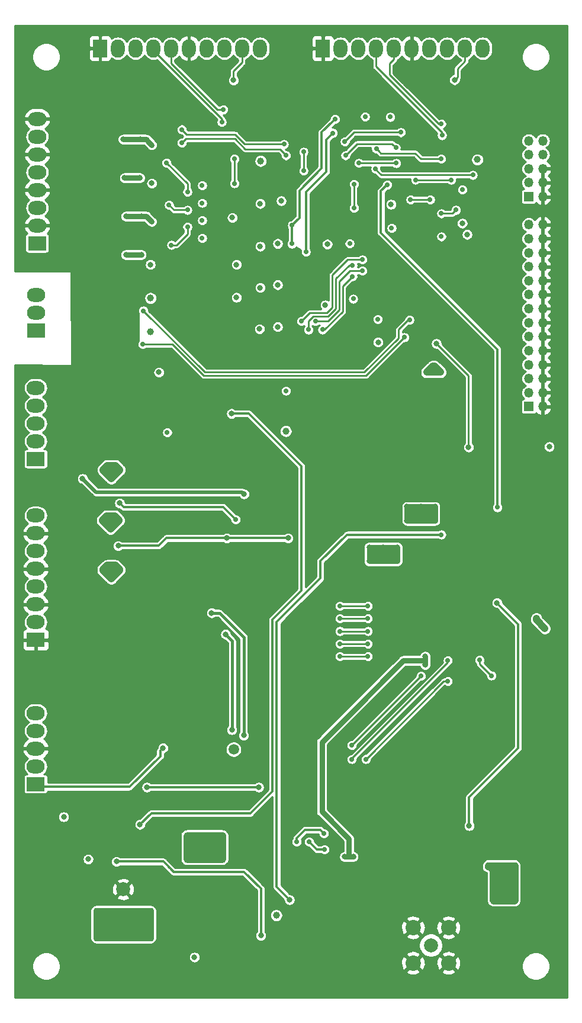
<source format=gbr>
%TF.GenerationSoftware,KiCad,Pcbnew,(5.1.0)-1*%
%TF.CreationDate,2019-03-20T15:23:46+01:00*%
%TF.ProjectId,AcroBoard_Station_GPRS_V04R04_XTAL,4163726f-426f-4617-9264-5f5374617469,rev?*%
%TF.SameCoordinates,Original*%
%TF.FileFunction,Copper,L4,Bot*%
%TF.FilePolarity,Positive*%
%FSLAX46Y46*%
G04 Gerber Fmt 4.6, Leading zero omitted, Abs format (unit mm)*
G04 Created by KiCad (PCBNEW (5.1.0)-1) date 2019-03-20 15:23:46*
%MOMM*%
%LPD*%
G04 APERTURE LIST*
%TA.AperFunction,ComponentPad*%
%ADD10C,0.600000*%
%TD*%
%TA.AperFunction,ComponentPad*%
%ADD11R,2.000000X2.000000*%
%TD*%
%TA.AperFunction,ComponentPad*%
%ADD12C,2.000000*%
%TD*%
%TA.AperFunction,ComponentPad*%
%ADD13R,2.600000X2.000000*%
%TD*%
%TA.AperFunction,ComponentPad*%
%ADD14O,2.600000X2.000000*%
%TD*%
%TA.AperFunction,ComponentPad*%
%ADD15C,2.200000*%
%TD*%
%TA.AperFunction,ComponentPad*%
%ADD16R,1.350000X1.350000*%
%TD*%
%TA.AperFunction,ComponentPad*%
%ADD17O,1.350000X1.350000*%
%TD*%
%TA.AperFunction,ComponentPad*%
%ADD18R,2.000000X2.600000*%
%TD*%
%TA.AperFunction,ComponentPad*%
%ADD19O,2.000000X2.600000*%
%TD*%
%TA.AperFunction,ComponentPad*%
%ADD20C,1.500000*%
%TD*%
%TA.AperFunction,ViaPad*%
%ADD21C,0.800000*%
%TD*%
%TA.AperFunction,ViaPad*%
%ADD22C,0.700000*%
%TD*%
%TA.AperFunction,ViaPad*%
%ADD23C,1.000000*%
%TD*%
%TA.AperFunction,Conductor*%
%ADD24C,0.250000*%
%TD*%
%TA.AperFunction,Conductor*%
%ADD25C,0.500000*%
%TD*%
%TA.AperFunction,Conductor*%
%ADD26C,0.350000*%
%TD*%
%TA.AperFunction,Conductor*%
%ADD27C,0.800000*%
%TD*%
%TA.AperFunction,Conductor*%
%ADD28C,0.400000*%
%TD*%
%TA.AperFunction,Conductor*%
%ADD29C,1.000000*%
%TD*%
%TA.AperFunction,Conductor*%
%ADD30C,0.254000*%
%TD*%
G04 APERTURE END LIST*
D10*
%TO.P,U17,13*%
%TO.N,GND*%
X78440639Y-120410213D03*
X78440639Y-121110213D03*
X78440639Y-121810213D03*
X78440639Y-122510213D03*
X77640639Y-120310213D03*
X77640639Y-121010213D03*
X77640639Y-121710213D03*
X77640639Y-122410213D03*
%TD*%
D11*
%TO.P,C26,1*%
%TO.N,VSelected*%
X66000000Y-149000000D03*
D12*
%TO.P,C26,2*%
%TO.N,GND*%
X66000000Y-144000000D03*
%TD*%
D13*
%TO.P,J3,1*%
%TO.N,/~FAULT*%
X53500000Y-128950000D03*
D14*
%TO.P,J3,2*%
%TO.N,/ALT_CHARGE*%
X53500000Y-126410000D03*
%TO.P,J3,3*%
%TO.N,GND*%
X53500000Y-123870000D03*
%TO.P,J3,4*%
%TO.N,/Panel+*%
X53500000Y-121330000D03*
%TO.P,J3,5*%
%TO.N,/BC_Vin*%
X53500000Y-118790000D03*
%TD*%
D13*
%TO.P,J2,1*%
%TO.N,GND*%
X53500000Y-108350000D03*
D14*
%TO.P,J2,2*%
%TO.N,/VPrimary*%
X53500000Y-105810000D03*
%TO.P,J2,3*%
%TO.N,GND*%
X53500000Y-103270000D03*
%TO.P,J2,4*%
%TO.N,/Vbackup*%
X53500000Y-100730000D03*
%TO.P,J2,5*%
%TO.N,GND*%
X53500000Y-98190000D03*
%TO.P,J2,6*%
%TO.N,/Vwall*%
X53500000Y-95650000D03*
%TO.P,J2,7*%
%TO.N,GND*%
X53500000Y-93110000D03*
%TO.P,J2,8*%
%TO.N,Net-(J2-Pad8)*%
X53500000Y-90570000D03*
%TD*%
D15*
%TO.P,J1,2*%
%TO.N,GND*%
X107460000Y-154540000D03*
X107460000Y-149460000D03*
X112540000Y-149460000D03*
X112540000Y-154540000D03*
D12*
%TO.P,J1,1*%
%TO.N,/RF_ANT*%
X110000000Y-152000000D03*
%TD*%
D16*
%TO.P,P2,1*%
%TO.N,/PA0*%
X124000000Y-75000000D03*
D17*
%TO.P,P2,2*%
%TO.N,GND*%
X126000000Y-75000000D03*
%TO.P,P2,3*%
%TO.N,/PA2*%
X124000000Y-73000000D03*
%TO.P,P2,4*%
%TO.N,GND*%
X126000000Y-73000000D03*
%TO.P,P2,5*%
%TO.N,/PA3*%
X124000000Y-71000000D03*
%TO.P,P2,6*%
%TO.N,GND*%
X126000000Y-71000000D03*
%TO.P,P2,7*%
%TO.N,/PA4*%
X124000000Y-69000000D03*
%TO.P,P2,8*%
%TO.N,GND*%
X126000000Y-69000000D03*
%TO.P,P2,9*%
%TO.N,/PA5*%
X124000000Y-67000000D03*
%TO.P,P2,10*%
%TO.N,GND*%
X126000000Y-67000000D03*
%TO.P,P2,11*%
%TO.N,/PA6*%
X124000000Y-65000000D03*
%TO.P,P2,12*%
%TO.N,GND*%
X126000000Y-65000000D03*
%TO.P,P2,13*%
%TO.N,/PA7*%
X124000000Y-63000000D03*
%TO.P,P2,14*%
%TO.N,GND*%
X126000000Y-63000000D03*
%TO.P,P2,15*%
%TO.N,/PB0*%
X124000000Y-61000000D03*
%TO.P,P2,16*%
%TO.N,GND*%
X126000000Y-61000000D03*
%TO.P,P2,17*%
%TO.N,/PB1*%
X124000000Y-59000000D03*
%TO.P,P2,18*%
%TO.N,GND*%
X126000000Y-59000000D03*
%TO.P,P2,19*%
%TO.N,/PB2*%
X124000000Y-57000000D03*
%TO.P,P2,20*%
%TO.N,GND*%
X126000000Y-57000000D03*
%TO.P,P2,21*%
%TO.N,/PB3*%
X124000000Y-55000000D03*
%TO.P,P2,22*%
%TO.N,GND*%
X126000000Y-55000000D03*
%TO.P,P2,23*%
%TO.N,/PB4*%
X124000000Y-53000000D03*
%TO.P,P2,24*%
%TO.N,GND*%
X126000000Y-53000000D03*
%TO.P,P2,25*%
%TO.N,/PB5*%
X124000000Y-51000000D03*
%TO.P,P2,26*%
%TO.N,GND*%
X126000000Y-51000000D03*
%TO.P,P2,27*%
%TO.N,/PB6*%
X124000000Y-49000000D03*
%TO.P,P2,28*%
%TO.N,GND*%
X126000000Y-49000000D03*
%TD*%
D13*
%TO.P,P6,1*%
%TO.N,/PULSE2*%
X53600000Y-64150000D03*
D14*
%TO.P,P6,2*%
%TO.N,Net-(P6-Pad2)*%
X53600000Y-61610000D03*
%TO.P,P6,3*%
%TO.N,/PULSE1*%
X53600000Y-59070000D03*
%TD*%
D18*
%TO.P,J5,1*%
%TO.N,GND*%
X62700000Y-23800000D03*
D19*
%TO.P,J5,2*%
%TO.N,/RX2_1*%
X65240000Y-23800000D03*
%TO.P,J5,3*%
%TO.N,/RX2_2*%
X67780000Y-23800000D03*
%TO.P,J5,4*%
%TO.N,/TX2_1*%
X70320000Y-23800000D03*
%TO.P,J5,5*%
%TO.N,/TX2_2*%
X72860000Y-23800000D03*
%TO.P,J5,6*%
%TO.N,GND*%
X75400000Y-23800000D03*
%TO.P,J5,7*%
%TO.N,/RX2_3*%
X77940000Y-23800000D03*
%TO.P,J5,8*%
%TO.N,/RX2_4*%
X80480000Y-23800000D03*
%TO.P,J5,9*%
%TO.N,/TX2_3*%
X83020000Y-23800000D03*
%TO.P,J5,10*%
%TO.N,/TX2_4*%
X85560000Y-23800000D03*
%TD*%
D13*
%TO.P,J6,1*%
%TO.N,/PSW1*%
X53700000Y-51660000D03*
D14*
%TO.P,J6,2*%
%TO.N,GND*%
X53700000Y-49120000D03*
%TO.P,J6,3*%
%TO.N,/PSW2*%
X53700000Y-46580000D03*
%TO.P,J6,4*%
%TO.N,GND*%
X53700000Y-44040000D03*
%TO.P,J6,5*%
%TO.N,/PSW3*%
X53700000Y-41500000D03*
%TO.P,J6,6*%
%TO.N,GND*%
X53700000Y-38960000D03*
%TO.P,J6,7*%
%TO.N,/PSW4*%
X53700000Y-36420000D03*
%TO.P,J6,8*%
%TO.N,GND*%
X53700000Y-33880000D03*
%TD*%
D18*
%TO.P,J4,1*%
%TO.N,GND*%
X94560000Y-23800000D03*
D19*
%TO.P,J4,2*%
%TO.N,/RX1*%
X97100000Y-23800000D03*
%TO.P,J4,3*%
%TO.N,/RX2*%
X99640000Y-23800000D03*
%TO.P,J4,4*%
%TO.N,/TX1*%
X102180000Y-23800000D03*
%TO.P,J4,5*%
%TO.N,/TX2*%
X104720000Y-23800000D03*
%TO.P,J4,6*%
%TO.N,GND*%
X107260000Y-23800000D03*
%TO.P,J4,7*%
%TO.N,/RX3*%
X109800000Y-23800000D03*
%TO.P,J4,8*%
%TO.N,/RX4*%
X112340000Y-23800000D03*
%TO.P,J4,9*%
%TO.N,/TX3*%
X114880000Y-23800000D03*
%TO.P,J4,10*%
%TO.N,/TX4*%
X117420000Y-23800000D03*
%TD*%
D16*
%TO.P,P4,1*%
%TO.N,/I2C_OUT_SDA*%
X124000000Y-45000000D03*
D17*
%TO.P,P4,2*%
%TO.N,GND*%
X126000000Y-45000000D03*
%TO.P,P4,3*%
%TO.N,/I2C_OUT_SCL*%
X124000000Y-43000000D03*
%TO.P,P4,4*%
%TO.N,GND*%
X126000000Y-43000000D03*
%TO.P,P4,5*%
%TO.N,/I2C_VIN*%
X124000000Y-41000000D03*
%TO.P,P4,6*%
%TO.N,GND*%
X126000000Y-41000000D03*
%TO.P,P4,7*%
%TO.N,/I2C_SIG*%
X124000000Y-39000000D03*
%TO.P,P4,8*%
%TO.N,VSelected*%
X126000000Y-39000000D03*
%TO.P,P4,9*%
%TO.N,V3.3*%
X124000000Y-37000000D03*
%TO.P,P4,10*%
%TO.N,VSelected*%
X126000000Y-37000000D03*
%TD*%
D13*
%TO.P,J7,1*%
%TO.N,VSelected*%
X53500000Y-82480000D03*
D14*
%TO.P,J7,2*%
%TO.N,/OC1*%
X53500000Y-79940000D03*
%TO.P,J7,3*%
%TO.N,/OC2*%
X53500000Y-77400000D03*
%TO.P,J7,4*%
%TO.N,/OC3*%
X53500000Y-74860000D03*
%TO.P,J7,5*%
%TO.N,/OC4*%
X53500000Y-72320000D03*
%TD*%
D20*
%TO.P,P3,1*%
%TO.N,/BC_NTC*%
X81800000Y-124000000D03*
%TD*%
D21*
%TO.N,GND*%
X71750000Y-43640000D03*
X71770000Y-38150000D03*
D22*
X124600000Y-111590000D03*
D21*
X126399996Y-125800000D03*
D22*
X120700000Y-121200000D03*
X128425010Y-112750000D03*
X128425010Y-122300000D03*
X98300000Y-158700000D03*
X117600000Y-58320000D03*
X122549998Y-60000000D03*
X117090000Y-30490000D03*
X116100000Y-28910000D03*
X86200000Y-30750000D03*
X85320000Y-28820000D03*
X115660000Y-113590000D03*
X100890000Y-72370000D03*
D21*
X100670000Y-66480000D03*
D22*
X128400000Y-109950000D03*
D21*
X85700000Y-53400000D03*
X85700000Y-59400000D03*
X85700000Y-65400000D03*
X88200000Y-65900000D03*
X88200000Y-59900000D03*
X88200000Y-53900000D03*
D22*
X88300000Y-158700000D03*
X83300000Y-158700000D03*
X78300000Y-158700000D03*
X73300000Y-158700000D03*
X123300000Y-158700000D03*
X118300000Y-158700000D03*
X113300000Y-158700000D03*
X108300000Y-158700000D03*
X103300000Y-158700000D03*
X93300000Y-158700000D03*
X68300000Y-158700000D03*
X128400000Y-157300000D03*
X128400000Y-150300000D03*
X128400000Y-129300000D03*
D21*
X91650000Y-74470000D03*
D22*
X95600000Y-45200000D03*
X60200000Y-28500000D03*
X67600000Y-30700000D03*
X74400000Y-32300000D03*
X105100000Y-32500000D03*
X96300000Y-38525000D03*
X104050000Y-36625000D03*
X100850000Y-42350000D03*
X101250000Y-39150000D03*
X103725000Y-41025000D03*
X115500000Y-110200000D03*
X91400000Y-66100000D03*
D21*
X74600000Y-92400000D03*
X89299994Y-47500000D03*
D22*
X82400000Y-82300000D03*
X79500000Y-77600000D03*
X76000000Y-79100000D03*
X77700000Y-84100000D03*
X89800000Y-83740000D03*
X87800000Y-83740000D03*
X85800000Y-83740000D03*
D23*
X69900000Y-67900000D03*
D22*
X71100000Y-74000000D03*
X79700000Y-66700000D03*
X83100000Y-66700000D03*
X83200000Y-63000000D03*
X79700000Y-61900000D03*
X79700000Y-60600000D03*
X83200000Y-57000000D03*
X79700000Y-55900000D03*
X83200000Y-53400000D03*
X79700000Y-53400000D03*
X79700000Y-49900000D03*
X82600000Y-49900000D03*
X89100000Y-21700000D03*
X84900000Y-35300000D03*
X92300000Y-34200000D03*
X92300000Y-35500000D03*
X98100000Y-32400000D03*
D21*
X115600000Y-35300012D03*
X118100006Y-35400000D03*
X121600000Y-40700000D03*
D22*
X122400000Y-47500000D03*
X117300000Y-51800000D03*
X116700000Y-68600000D03*
X113200000Y-70100000D03*
X111100000Y-79500000D03*
X108600000Y-79500000D03*
X106000000Y-79500000D03*
X103500000Y-79500000D03*
X100900000Y-79500000D03*
D21*
X70500000Y-51900000D03*
X70500000Y-46400000D03*
X71700000Y-55000000D03*
X71700000Y-49400000D03*
X70500000Y-35400000D03*
X70500000Y-40900000D03*
X65800000Y-35400000D03*
X65800000Y-40900000D03*
X65800000Y-46400000D03*
X65800000Y-51900000D03*
X117740000Y-96250000D03*
X117740000Y-93050000D03*
X123940000Y-90800000D03*
X120190000Y-94000000D03*
X121360000Y-94000000D03*
X120700000Y-44600000D03*
X117600000Y-48900000D03*
D22*
X110100000Y-61200000D03*
X109500002Y-51599998D03*
X105400000Y-51000004D03*
D21*
X58100000Y-33880000D03*
X59600000Y-32600000D03*
X58000000Y-39500000D03*
X59600000Y-38100000D03*
X57900000Y-44900000D03*
X59500000Y-43500000D03*
X58000000Y-50400000D03*
X59600000Y-49100000D03*
X61460000Y-79110000D03*
X61460000Y-76110000D03*
X61460000Y-73110000D03*
X61460000Y-70110000D03*
X64800000Y-79900000D03*
X64800000Y-76900000D03*
X64800000Y-73900000D03*
X64800000Y-70900000D03*
X94700000Y-50500000D03*
X105700000Y-45600000D03*
X73800000Y-73100000D03*
X73500002Y-69500000D03*
D22*
X99800000Y-61200000D03*
X100700000Y-57500000D03*
X100100000Y-50800000D03*
D21*
X85600000Y-47400000D03*
X115200000Y-51800000D03*
X110700000Y-132650000D03*
X110700000Y-135850000D03*
X111900000Y-139000000D03*
X111900000Y-140700000D03*
X114300000Y-144400000D03*
X108300000Y-144200000D03*
X111300000Y-143700000D03*
X104450000Y-144200000D03*
X93800000Y-141550000D03*
X103350000Y-132280000D03*
X120450000Y-109050000D03*
D22*
X98700000Y-84100000D03*
D21*
X51800000Y-149600000D03*
X51800000Y-144600000D03*
X51800000Y-139600000D03*
X51800000Y-134600000D03*
D22*
X78040639Y-123450000D03*
X78040639Y-125250000D03*
X78040639Y-127050000D03*
D21*
X72250000Y-111550000D03*
X74050000Y-111550000D03*
X75850000Y-111550000D03*
X72250000Y-113350000D03*
X74050000Y-113350000D03*
X75850000Y-113350000D03*
X72250000Y-115150000D03*
X74050000Y-115150000D03*
X75850000Y-115150000D03*
X77650000Y-113350000D03*
X79450000Y-113350000D03*
X74050000Y-107850000D03*
X75850000Y-107850000D03*
X72250000Y-107850000D03*
X80650000Y-99200000D03*
X82450000Y-99200000D03*
X84250000Y-99200000D03*
X80650000Y-102350000D03*
X82450000Y-102350000D03*
X84250000Y-102350000D03*
X84250000Y-100750000D03*
X78040639Y-118800000D03*
X113650000Y-105650000D03*
X128050000Y-27950000D03*
X121200000Y-22200000D03*
X52100000Y-22200000D03*
X127550000Y-22150000D03*
X52150000Y-157950000D03*
X59650000Y-158750000D03*
X90050000Y-120350000D03*
X118250000Y-152050000D03*
D22*
X115950000Y-138750000D03*
X117800000Y-138750000D03*
D21*
X119700000Y-138700000D03*
X89540000Y-100770000D03*
X90290000Y-92140000D03*
D22*
X92600000Y-86200000D03*
D21*
X55090000Y-85680000D03*
X54930000Y-113220000D03*
X90550000Y-61420000D03*
X90600000Y-53600000D03*
D22*
X94600000Y-58990000D03*
X107650000Y-66000000D03*
X106520000Y-67380000D03*
X104860000Y-61200000D03*
X110310000Y-55330000D03*
X105240000Y-56070000D03*
D21*
X61460000Y-82200000D03*
D22*
X85500000Y-108380000D03*
X86420000Y-100750000D03*
D21*
X90000000Y-128900000D03*
D22*
X67200000Y-81000000D03*
X92600000Y-105200000D03*
D21*
X103700000Y-148500000D03*
X73900000Y-95300000D03*
X69900000Y-81700000D03*
X83700000Y-97400000D03*
X81400000Y-97400000D03*
X74200000Y-142900000D03*
X76000000Y-142900000D03*
X77800000Y-142900000D03*
X79600000Y-142900000D03*
X74200000Y-144700000D03*
X76000000Y-144700000D03*
X77800000Y-144700000D03*
X72500000Y-142900000D03*
X70700000Y-144700000D03*
X70700000Y-142900000D03*
D22*
X111480000Y-127840000D03*
D21*
X103350000Y-127750000D03*
D22*
X106910000Y-127760000D03*
D23*
X71699988Y-62100000D03*
D21*
X93000000Y-113100000D03*
D22*
X99200000Y-97500000D03*
X92600000Y-96350000D03*
D21*
X72320000Y-101380000D03*
X73850000Y-102480000D03*
X61900000Y-122700000D03*
X58700000Y-126600000D03*
D23*
X66290000Y-127690000D03*
D21*
X66100000Y-115840000D03*
X121520000Y-135030000D03*
X73580000Y-97030000D03*
D22*
X74040000Y-83020000D03*
D21*
X112300000Y-84770000D03*
X114270000Y-86260000D03*
X117000000Y-145500000D03*
X121900000Y-138700000D03*
X124100000Y-138700000D03*
X126300000Y-138700000D03*
X128500000Y-138700000D03*
X126300000Y-140900000D03*
X126300000Y-143100000D03*
X126300000Y-145300000D03*
X128500000Y-140900000D03*
X128500000Y-143100000D03*
X128500000Y-145300000D03*
X128500000Y-147500000D03*
X109500000Y-95100000D03*
X111500000Y-95100000D03*
X109500000Y-97100000D03*
X111500000Y-97100000D03*
X109500000Y-99100000D03*
X111500000Y-99100000D03*
X102900000Y-86400000D03*
X104900000Y-86400000D03*
X102900000Y-88400000D03*
X102900000Y-90400000D03*
X104900000Y-88400000D03*
X104900000Y-90400000D03*
D22*
X76200000Y-52100000D03*
X76200000Y-55200000D03*
X74600000Y-38800000D03*
D21*
X117600000Y-133600000D03*
X83400000Y-44900000D03*
D22*
X78000000Y-131400000D03*
D21*
X86200000Y-134490000D03*
X96100000Y-132000000D03*
X98250000Y-141150000D03*
D22*
X119190000Y-111470000D03*
X115800000Y-128600000D03*
X82910000Y-72940000D03*
X100000000Y-120000000D03*
X105000000Y-106500000D03*
X105000000Y-106500000D03*
X105000000Y-106500000D03*
X105000000Y-106500000D03*
X105000000Y-106500000D03*
X105000000Y-106500000D03*
X105000000Y-106500000D03*
X105000000Y-106500000D03*
X105000000Y-106500000D03*
X105000000Y-106500000D03*
X105000000Y-106500000D03*
X105000000Y-106500000D03*
X105000000Y-106500000D03*
X105000000Y-106500000D03*
X105000000Y-106500000D03*
X105000000Y-106500000D03*
X105000000Y-106500000D03*
X91060000Y-58580000D03*
X95670000Y-54900000D03*
D21*
X79600000Y-144700000D03*
D22*
%TO.N,/SIM_DATA*%
X90800000Y-137200000D03*
X94700000Y-136000000D03*
%TO.N,/SIM_RST*%
X94800000Y-138300000D03*
X92600000Y-137200000D03*
D21*
%TO.N,/SIM_VDD*%
X109200000Y-110700000D03*
X109200000Y-111900000D03*
X97670000Y-139340000D03*
X98910000Y-139340000D03*
%TO.N,/VPrimary*%
X78650000Y-104500000D03*
X83250000Y-122000000D03*
D22*
%TO.N,/Vwall*%
X82100000Y-91150043D03*
D21*
X65500000Y-88800000D03*
%TO.N,/Vbackup*%
X65300000Y-94900000D03*
X80822494Y-93800000D03*
X89600000Y-93800010D03*
%TO.N,/TX2_3*%
X81775000Y-28355000D03*
D22*
%TO.N,/TX2_2*%
X80330000Y-32530000D03*
%TO.N,/TX2_1*%
X80110000Y-34350000D03*
D21*
%TO.N,Net-(L5-Pad1)*%
X80650000Y-107550000D03*
X81550000Y-121200000D03*
%TO.N,/TX3*%
X113400000Y-28300000D03*
D22*
%TO.N,/TX2*%
X111500000Y-34600000D03*
%TO.N,/TX1*%
X111599998Y-36224990D03*
%TO.N,/SP336_M2*%
X105700000Y-35800000D03*
X97700000Y-37100000D03*
%TO.N,/PE0*%
X96300000Y-33900000D03*
X90120000Y-51720000D03*
X90160000Y-49100000D03*
%TO.N,/SP336_M1*%
X111480000Y-39600000D03*
X102200000Y-38125021D03*
%TO.N,/PE1*%
X96000000Y-35900000D03*
X92140000Y-52880000D03*
%TO.N,/SP336_M0*%
X105000000Y-38000000D03*
X97800000Y-39100000D03*
%TO.N,/SP336_SLEW*%
X105050000Y-40210000D03*
X99700000Y-40200000D03*
D21*
%TO.N,/PA1*%
X110800000Y-66000000D03*
X115400000Y-80800000D03*
D22*
%TO.N,/SP336_2_M2*%
X89000000Y-37500000D03*
X74400000Y-35400000D03*
%TO.N,/SP336_2_M0*%
X89300000Y-39100000D03*
X74400000Y-37300000D03*
%TO.N,/SP336_2_SLEW*%
X91800000Y-41300000D03*
X91800000Y-38600000D03*
D21*
%TO.N,/N_SHDN*%
X60200000Y-85300000D03*
X83300000Y-87500000D03*
D22*
%TO.N,/PD1*%
X116000000Y-41900000D03*
X102100000Y-41000000D03*
%TO.N,/PC1*%
X111500000Y-47400000D03*
X113600000Y-46900000D03*
D21*
%TO.N,/NETLIGHT*%
X119450000Y-103050000D03*
X115490000Y-134910000D03*
%TO.N,/PCAL_P7*%
X81490000Y-76000000D03*
X68400000Y-134730000D03*
D22*
%TO.N,/PC5*%
X107800000Y-42600000D03*
X112900000Y-42600000D03*
%TO.N,/PC6*%
X107100012Y-45400000D03*
X109900000Y-45400000D03*
%TO.N,/S900CTS*%
X98800000Y-56400000D03*
X94500000Y-64000000D03*
X97000000Y-105300000D03*
X101000000Y-105300000D03*
%TO.N,/PD5*%
X81900000Y-43100000D03*
X81900000Y-39600000D03*
%TO.N,/PD6*%
X99000000Y-43200000D03*
X99000000Y-46600000D03*
%TO.N,/XMRXD-S900TXD*%
X100200000Y-54000000D03*
X91500000Y-62800000D03*
X97000000Y-110700000D03*
X101000000Y-110700000D03*
%TO.N,/XMTXD-S900RXD*%
X98800000Y-54800000D03*
X92500000Y-64000002D03*
X97000000Y-108900000D03*
X101000000Y-108900000D03*
%TO.N,/XMRTS*%
X101000000Y-107100000D03*
X100199998Y-55600000D03*
X93500000Y-62800000D03*
X97000000Y-107100000D03*
%TO.N,/S900STATUS*%
X97000000Y-103500000D03*
X101000000Y-103500000D03*
%TO.N,/PR0*%
X106200000Y-65100000D03*
X68800000Y-66100000D03*
%TO.N,/PR1*%
X106956553Y-62605437D03*
X68900000Y-61300000D03*
%TO.N,/CMD_PSW2*%
X72560000Y-46200000D03*
X75200000Y-46900000D03*
%TO.N,/CMD_PSW1*%
X72900000Y-51900000D03*
X75200000Y-49300000D03*
%TO.N,/CMD_PSW3*%
X72200000Y-40150000D03*
X75200000Y-44300000D03*
D21*
%TO.N,/~FAULT*%
X71700000Y-123800000D03*
%TO.N,/~CHARGE*%
X85400000Y-129400000D03*
X69400000Y-129400010D03*
D22*
%TO.N,/MCU_Status_LED*%
X103780000Y-43280000D03*
X119500010Y-89400000D03*
%TO.N,/SIM_DATA_0*%
X98700000Y-123400000D03*
X108590002Y-113510000D03*
%TO.N,/SIM_CLK_0*%
X112430000Y-114250000D03*
X100700000Y-125400000D03*
%TO.N,/SIM_RST_0*%
X118650000Y-113450000D03*
X116990000Y-111230000D03*
X112430000Y-111290000D03*
X98700000Y-125400000D03*
D21*
%TO.N,V3.3*%
X106600000Y-91300000D03*
D22*
X98900000Y-59600000D03*
X89280000Y-72740000D03*
X72300000Y-78700000D03*
X104200000Y-33600000D03*
X100600000Y-33550000D03*
D21*
X71100000Y-70100000D03*
X114500000Y-48800000D03*
D22*
X114500000Y-44000000D03*
X111500000Y-50700000D03*
X102400000Y-62500000D03*
X104400002Y-49499998D03*
D21*
X102460000Y-65800000D03*
X88100000Y-51700000D03*
X85500000Y-63900000D03*
X85600000Y-58000000D03*
X85600000Y-46000000D03*
X104300000Y-46100000D03*
D23*
X69900000Y-64300000D03*
X69900000Y-59500000D03*
D21*
X111400000Y-70100000D03*
X109400000Y-70100000D03*
X110400000Y-70100000D03*
X110400000Y-69200000D03*
D23*
X116650000Y-39700000D03*
D21*
X82200000Y-59400000D03*
X82200000Y-54700000D03*
X81600000Y-48000000D03*
X85600000Y-52100000D03*
X88600000Y-45600000D03*
X88100000Y-63600000D03*
X88100000Y-57600000D03*
D22*
X98399148Y-51700033D03*
D21*
X115200000Y-50400000D03*
X94910000Y-60480000D03*
D23*
X89270000Y-78520000D03*
D22*
X77300000Y-50900000D03*
X77300000Y-48400000D03*
X77300000Y-45900000D03*
X77300000Y-43400000D03*
D21*
X108600000Y-91300000D03*
X110600000Y-91300000D03*
X106600000Y-89300000D03*
X108600000Y-89300000D03*
X110600000Y-89300000D03*
D23*
X85650000Y-39900000D03*
D21*
X95200000Y-51784979D03*
%TO.N,VSelected*%
X70080000Y-48560000D03*
X70080000Y-37610004D03*
X70080000Y-43090000D03*
X64300000Y-84100000D03*
X63100000Y-84100000D03*
X63700000Y-83400000D03*
X64900000Y-83400000D03*
X64300000Y-85300000D03*
X65500000Y-84100000D03*
X63090000Y-98390000D03*
X64290000Y-99590000D03*
X65490000Y-98390000D03*
X64290000Y-98390000D03*
X63690000Y-97690000D03*
X64890000Y-97690000D03*
X69900000Y-54700006D03*
X68400000Y-42300000D03*
X66200000Y-42300000D03*
X68500000Y-36800000D03*
X66000000Y-36800000D03*
X68600000Y-53300002D03*
X68600000Y-47800000D03*
X66400000Y-47800000D03*
X66400000Y-53300000D03*
X64800000Y-90600000D03*
X63600000Y-90600000D03*
X63000000Y-91300000D03*
X65400000Y-91300000D03*
X64200000Y-91300000D03*
X64200000Y-92500000D03*
X62400000Y-147200000D03*
X64200000Y-147200000D03*
X62400000Y-149000000D03*
X64200000Y-149000000D03*
X62400000Y-150800000D03*
X64200000Y-150800000D03*
X67800000Y-149000000D03*
X67800000Y-147200000D03*
X67800000Y-150800000D03*
X66000000Y-147200000D03*
X69600000Y-149000000D03*
X69600000Y-147200000D03*
X66000000Y-150800000D03*
D23*
X87900000Y-147700000D03*
D21*
X61000000Y-139680002D03*
X57500000Y-133640000D03*
X126940000Y-80729998D03*
%TO.N,SW3*%
X85700000Y-150600000D03*
X65049998Y-140030000D03*
%TO.N,V4.0*%
X101200000Y-97100000D03*
X125080000Y-105300000D03*
X126300000Y-106700000D03*
X76200000Y-153700000D03*
X80300000Y-138000000D03*
X78600000Y-138000000D03*
X76900000Y-138000000D03*
X75200000Y-138000000D03*
X80300000Y-136300000D03*
X78600000Y-136300000D03*
X76900000Y-136300000D03*
X75200000Y-136300000D03*
X80300000Y-139700000D03*
X78600000Y-139700000D03*
X76900000Y-139700000D03*
X75200000Y-139700000D03*
X118200000Y-140700000D03*
X120000000Y-140700000D03*
X121800000Y-140700000D03*
X121800000Y-143300000D03*
X119100000Y-143300000D03*
X121800000Y-145500000D03*
X119100000Y-145500000D03*
X120500000Y-144400000D03*
X101200000Y-95100000D03*
X103200000Y-97100000D03*
X103200000Y-95100000D03*
X105200000Y-97100000D03*
X105200000Y-95100000D03*
%TO.N,/PG*%
X89800000Y-145500000D03*
D22*
X111500000Y-93300000D03*
%TD*%
D24*
%TO.N,GND*%
X128400000Y-129300000D02*
X128400000Y-122325010D01*
X128400000Y-122325010D02*
X128425010Y-122300000D01*
X128425010Y-122794974D02*
X128425010Y-122300000D01*
X128400000Y-127100000D02*
X128425010Y-127074990D01*
X122549998Y-60000000D02*
X119280000Y-60000000D01*
X117949999Y-58669999D02*
X117600000Y-58320000D01*
X88500000Y-66100000D02*
X88300000Y-65900000D01*
X91400000Y-66100000D02*
X88500000Y-66100000D01*
X73300000Y-158700000D02*
X72805026Y-158700000D01*
X78300000Y-158700000D02*
X77805026Y-158700000D01*
X83300000Y-158700000D02*
X78300000Y-158700000D01*
X88300000Y-158700000D02*
X87805026Y-158700000D01*
X128400000Y-157300000D02*
X127300000Y-158400000D01*
X123600000Y-158400000D02*
X123300000Y-158700000D01*
X127300000Y-158400000D02*
X123600000Y-158400000D01*
X93300000Y-158700000D02*
X92805026Y-158700000D01*
X98300000Y-158700000D02*
X97805026Y-158700000D01*
X103300000Y-158700000D02*
X102805026Y-158700000D01*
X108300000Y-158700000D02*
X107805026Y-158700000D01*
X113300000Y-158700000D02*
X112805026Y-158700000D01*
X118300000Y-158700000D02*
X117805026Y-158700000D01*
X123300000Y-158700000D02*
X118300000Y-158700000D01*
X128400000Y-150300000D02*
X128400000Y-157300000D01*
X128400000Y-129300000D02*
X128400000Y-129794974D01*
X107300000Y-25390000D02*
X107300000Y-28000000D01*
X107300000Y-28000000D02*
X107600000Y-28300000D01*
X107260000Y-23800000D02*
X107260000Y-25350000D01*
D25*
X94700000Y-50500000D02*
X94700000Y-46100000D01*
X94700000Y-46100000D02*
X95600000Y-45200000D01*
D26*
X67600000Y-30700000D02*
X65400000Y-28500000D01*
X65400000Y-28500000D02*
X60200000Y-28500000D01*
D27*
X121360000Y-94000000D02*
X120190000Y-94000000D01*
D24*
X100900000Y-81900000D02*
X99049999Y-83750001D01*
X100900000Y-79500000D02*
X100900000Y-81900000D01*
X99049999Y-83750001D02*
X98700000Y-84100000D01*
X117805026Y-158700000D02*
X113300000Y-158700000D01*
X112805026Y-158700000D02*
X108300000Y-158700000D01*
X107805026Y-158700000D02*
X103300000Y-158700000D01*
X102805026Y-158700000D02*
X98300000Y-158700000D01*
X97805026Y-158700000D02*
X93300000Y-158700000D01*
X92805026Y-158700000D02*
X88300000Y-158700000D01*
X87805026Y-158700000D02*
X83300000Y-158700000D01*
X77805026Y-158700000D02*
X73300000Y-158700000D01*
X72805026Y-158700000D02*
X68300000Y-158700000D01*
X119280000Y-60000000D02*
X117949999Y-58669999D01*
X128425010Y-127074990D02*
X128425010Y-122794974D01*
D26*
%TO.N,/SIM_DATA*%
X94200000Y-135500000D02*
X94700000Y-136000000D01*
X92000000Y-135500000D02*
X94200000Y-135500000D01*
X90800000Y-137200000D02*
X90800000Y-136700000D01*
X90800000Y-136700000D02*
X92000000Y-135500000D01*
%TO.N,/SIM_RST*%
X94800000Y-138300000D02*
X93700000Y-138300000D01*
X93700000Y-138300000D02*
X92600000Y-137200000D01*
D27*
%TO.N,/SIM_VDD*%
X98300000Y-139340000D02*
X98300000Y-136780000D01*
X98300000Y-136780000D02*
X94410000Y-132890000D01*
X94410000Y-122960000D02*
X97650000Y-119720000D01*
X94410000Y-132890000D02*
X94410000Y-122960000D01*
X96880000Y-120490000D02*
X97650000Y-119720000D01*
D26*
X109200000Y-110700000D02*
X109200000Y-111400000D01*
X109200000Y-111400000D02*
X109200000Y-111900000D01*
X107900000Y-111400000D02*
X109200000Y-111400000D01*
X107800000Y-111300000D02*
X107900000Y-111400000D01*
D27*
X109100000Y-111300000D02*
X109200000Y-111200000D01*
X106070000Y-111300000D02*
X109100000Y-111300000D01*
X97650000Y-119720000D02*
X106070000Y-111300000D01*
X109200000Y-111900000D02*
X109200000Y-111200000D01*
X109200000Y-111200000D02*
X109200000Y-110700000D01*
X97670000Y-139340000D02*
X98300000Y-139340000D01*
X98910000Y-139340000D02*
X98300000Y-139340000D01*
D28*
%TO.N,/VPrimary*%
X83250000Y-107950000D02*
X83250000Y-122000000D01*
X78650000Y-104500000D02*
X79800000Y-104500000D01*
X79800000Y-104500000D02*
X83250000Y-107950000D01*
D26*
%TO.N,/Vwall*%
X80309958Y-89360001D02*
X82100000Y-91150043D01*
X65500000Y-88800000D02*
X66060001Y-89360001D01*
X66060001Y-89360001D02*
X80309958Y-89360001D01*
%TO.N,/Vbackup*%
X65865685Y-94900000D02*
X71100000Y-94900000D01*
X70900000Y-94900000D02*
X71100000Y-94900000D01*
X72200000Y-93800000D02*
X80256809Y-93800000D01*
X71100000Y-94900000D02*
X72200000Y-93800000D01*
X80822494Y-93800000D02*
X89599990Y-93800000D01*
X89599990Y-93800000D02*
X89600000Y-93800010D01*
X80256809Y-93800000D02*
X80822494Y-93800000D01*
X65300000Y-94900000D02*
X65865685Y-94900000D01*
D24*
%TO.N,/TX2_3*%
X83020000Y-25805000D02*
X83020000Y-23800000D01*
X81775000Y-28355000D02*
X81775000Y-27050000D01*
X81775000Y-27050000D02*
X83020000Y-25805000D01*
%TO.N,/TX2_2*%
X72860000Y-25930000D02*
X79460000Y-32530000D01*
X72860000Y-23800000D02*
X72860000Y-25930000D01*
X79460000Y-32530000D02*
X80330000Y-32530000D01*
%TO.N,/TX2_1*%
X80110000Y-33890000D02*
X80110000Y-34350000D01*
X70320000Y-23800000D02*
X70320000Y-24100000D01*
X70320000Y-24100000D02*
X80110000Y-33890000D01*
D28*
%TO.N,Net-(L5-Pad1)*%
X81600000Y-108500000D02*
X80650000Y-107550000D01*
X81550000Y-121200000D02*
X81600000Y-121150000D01*
X81600000Y-121150000D02*
X81600000Y-108500000D01*
D24*
%TO.N,/TX3*%
X113799999Y-27900001D02*
X113799999Y-26725001D01*
X113400000Y-28300000D02*
X113799999Y-27900001D01*
X114880000Y-25645000D02*
X114880000Y-23800000D01*
X113799999Y-26725001D02*
X114880000Y-25645000D01*
%TO.N,/TX2*%
X111500000Y-34600000D02*
X111110000Y-34600000D01*
X111110000Y-34600000D02*
X105630000Y-29120000D01*
X105630000Y-29120000D02*
X105630000Y-29110000D01*
X105630000Y-29110000D02*
X104100000Y-27580000D01*
X104100000Y-27580000D02*
X104100000Y-25970000D01*
X104100000Y-25970000D02*
X104720000Y-25350000D01*
X104720000Y-25350000D02*
X104720000Y-23800000D01*
%TO.N,/TX1*%
X102180000Y-23800000D02*
X102180000Y-26410000D01*
X102180000Y-26410000D02*
X111599998Y-35829998D01*
X111599998Y-35829998D02*
X111599998Y-36224990D01*
%TO.N,/SP336_M2*%
X105205026Y-35800000D02*
X105700000Y-35800000D01*
X97700000Y-37100000D02*
X99000000Y-35800000D01*
X99000000Y-35800000D02*
X105205026Y-35800000D01*
D26*
%TO.N,/PE0*%
X90160000Y-49100000D02*
X91200000Y-48060000D01*
X91200000Y-48060000D02*
X91200000Y-44160000D01*
X91200000Y-44160000D02*
X94400000Y-40960000D01*
X94400000Y-40960000D02*
X94400000Y-35800000D01*
X95950001Y-34249999D02*
X96300000Y-33900000D01*
X90160000Y-49100000D02*
X90160000Y-51680000D01*
X90160000Y-51680000D02*
X90120000Y-51720000D01*
X94400000Y-35800000D02*
X95950001Y-34249999D01*
D24*
%TO.N,/SP336_M1*%
X111480000Y-39600000D02*
X108580000Y-39600000D01*
X102874979Y-38800000D02*
X102549999Y-38475020D01*
X108580000Y-39600000D02*
X107780000Y-38800000D01*
X107780000Y-38800000D02*
X102874979Y-38800000D01*
X102549999Y-38475020D02*
X102200000Y-38125021D01*
D26*
%TO.N,/PE1*%
X92140000Y-52880000D02*
X92140000Y-44340000D01*
X92140000Y-44340000D02*
X95050000Y-41430000D01*
X95050000Y-41430000D02*
X95050000Y-36850000D01*
X95050000Y-36850000D02*
X96000000Y-35900000D01*
D24*
%TO.N,/SP336_M0*%
X104650001Y-37650001D02*
X105000000Y-38000000D01*
X99449989Y-37450011D02*
X104450011Y-37450011D01*
X97800000Y-39100000D02*
X99449989Y-37450011D01*
X104450011Y-37450011D02*
X104650001Y-37650001D01*
%TO.N,/SP336_SLEW*%
X105040000Y-40200000D02*
X105050000Y-40210000D01*
X99700000Y-40200000D02*
X105040000Y-40200000D01*
%TO.N,/PA1*%
X115400000Y-70600000D02*
X115400000Y-80800000D01*
X110800000Y-66000000D02*
X115400000Y-70600000D01*
%TO.N,/SP336_2_M2*%
X82000000Y-36100000D02*
X83400000Y-37500000D01*
X74400000Y-35400000D02*
X75100000Y-36100000D01*
X75100000Y-36100000D02*
X82000000Y-36100000D01*
X88400000Y-37500000D02*
X89000000Y-37500000D01*
X83400000Y-37500000D02*
X88400000Y-37500000D01*
%TO.N,/SP336_2_M0*%
X75000000Y-36700000D02*
X74400000Y-37300000D01*
X81963590Y-36700000D02*
X75000000Y-36700000D01*
X83463590Y-38200000D02*
X81963590Y-36700000D01*
X89300000Y-39100000D02*
X88400000Y-38200000D01*
X88400000Y-38200000D02*
X83463590Y-38200000D01*
%TO.N,/SP336_2_SLEW*%
X91800000Y-41300000D02*
X91800000Y-40805026D01*
X91800000Y-40805026D02*
X91800000Y-38600000D01*
D25*
%TO.N,/N_SHDN*%
X83050000Y-87250000D02*
X83300000Y-87500000D01*
X60200000Y-85300000D02*
X62150000Y-87250000D01*
X62150000Y-87250000D02*
X83050000Y-87250000D01*
D24*
%TO.N,/PD1*%
X102900000Y-41900000D02*
X102100000Y-41100000D01*
X102100000Y-41100000D02*
X102100000Y-41000000D01*
X116000000Y-41900000D02*
X102900000Y-41900000D01*
X116100000Y-41900000D02*
X116000000Y-41900000D01*
%TO.N,/PC1*%
X111500000Y-47400000D02*
X113100000Y-47400000D01*
X113100000Y-47400000D02*
X113600000Y-46900000D01*
D26*
%TO.N,/NETLIGHT*%
X122500000Y-106100000D02*
X119450000Y-103050000D01*
X122500000Y-123800000D02*
X122500000Y-106100000D01*
X122500000Y-123800000D02*
X115490000Y-130810000D01*
X115490000Y-130810000D02*
X115490000Y-134910000D01*
%TO.N,/PCAL_P7*%
X70030000Y-133100000D02*
X68400000Y-134730000D01*
X77270000Y-133100000D02*
X70030000Y-133100000D01*
X76800000Y-133100000D02*
X77270000Y-133100000D01*
X82055685Y-76000000D02*
X81490000Y-76000000D01*
X83950000Y-76000000D02*
X82055685Y-76000000D01*
X84200000Y-133100000D02*
X87310000Y-129990000D01*
X77270000Y-133100000D02*
X84200000Y-133100000D01*
X87310000Y-105470000D02*
X91500000Y-101280000D01*
X91500000Y-101280000D02*
X91500000Y-83550000D01*
X87310000Y-129990000D02*
X87310000Y-105470000D01*
X91500000Y-83550000D02*
X83950000Y-76000000D01*
D24*
%TO.N,/PC5*%
X107800000Y-42600000D02*
X112900000Y-42600000D01*
%TO.N,/PC6*%
X109900000Y-45400000D02*
X107100012Y-45400000D01*
%TO.N,/S900CTS*%
X94500000Y-64000000D02*
X94800000Y-64000000D01*
X94800000Y-64000000D02*
X97400000Y-61400000D01*
X97400000Y-61400000D02*
X97400000Y-57800000D01*
X97400000Y-57800000D02*
X98450001Y-56749999D01*
X98450001Y-56749999D02*
X98800000Y-56400000D01*
X97494974Y-105300000D02*
X101000000Y-105300000D01*
X97000000Y-105300000D02*
X97494974Y-105300000D01*
%TO.N,/PD5*%
X81900000Y-39600000D02*
X81900000Y-43100000D01*
%TO.N,/PD6*%
X99000000Y-46600000D02*
X99000000Y-43200000D01*
%TO.N,/XMRXD-S900TXD*%
X92700000Y-61600000D02*
X91500000Y-62800000D01*
X98105026Y-54000000D02*
X95900000Y-56205026D01*
X95900000Y-56205026D02*
X95900000Y-60800000D01*
X95100000Y-61600000D02*
X92700000Y-61600000D01*
X100200000Y-54000000D02*
X98105026Y-54000000D01*
X95900000Y-60800000D02*
X95100000Y-61600000D01*
X97000000Y-110700000D02*
X101000000Y-110700000D01*
%TO.N,/XMTXD-S900RXD*%
X92500000Y-64000002D02*
X92500000Y-62800998D01*
X92500000Y-62800998D02*
X93175999Y-62124999D01*
X93175999Y-62124999D02*
X95275001Y-62124999D01*
X95275001Y-62124999D02*
X96400000Y-61000000D01*
X96400000Y-61000000D02*
X96400000Y-56705026D01*
X98305026Y-54800000D02*
X98800000Y-54800000D01*
X96400000Y-56705026D02*
X98305026Y-54800000D01*
X97000000Y-108900000D02*
X101000000Y-108900000D01*
%TO.N,/XMRTS*%
X93500000Y-62800000D02*
X95300000Y-62800000D01*
X95300000Y-62800000D02*
X96900000Y-61200000D01*
X98400996Y-55600000D02*
X99705024Y-55600000D01*
X96900000Y-61200000D02*
X96900000Y-57100996D01*
X96900000Y-57100996D02*
X98400996Y-55600000D01*
X99705024Y-55600000D02*
X100199998Y-55600000D01*
X97494974Y-107100000D02*
X101000000Y-107100000D01*
X97000000Y-107100000D02*
X97494974Y-107100000D01*
%TO.N,/S900STATUS*%
X97494974Y-103500000D02*
X101000000Y-103500000D01*
X97000000Y-103500000D02*
X97494974Y-103500000D01*
%TO.N,/PR0*%
X106200000Y-65100000D02*
X100749989Y-70550011D01*
X68800000Y-66100000D02*
X72100000Y-66100000D01*
X73063590Y-66100000D02*
X72500000Y-66100000D01*
X77513599Y-70550009D02*
X73063590Y-66100000D01*
X100749989Y-70550011D02*
X77513599Y-70550009D01*
X73000000Y-66100000D02*
X72500000Y-66100000D01*
X72500000Y-66100000D02*
X72100000Y-66100000D01*
%TO.N,/PR1*%
X77700000Y-70100000D02*
X81200000Y-70100000D01*
X68900000Y-61300000D02*
X77700000Y-70100000D01*
X81200000Y-70100000D02*
X80900000Y-70100000D01*
X100500000Y-70100000D02*
X81200000Y-70100000D01*
X105400000Y-65200000D02*
X100500000Y-70100000D01*
X105400000Y-64000000D02*
X105400000Y-65200000D01*
X106850000Y-62550000D02*
X105400000Y-64000000D01*
X106956553Y-62605437D02*
X106905437Y-62605437D01*
X106905437Y-62605437D02*
X106850000Y-62550000D01*
%TO.N,/CMD_PSW2*%
X72560000Y-46200000D02*
X73260000Y-46900000D01*
X73260000Y-46900000D02*
X74705082Y-46900000D01*
X74705082Y-46900000D02*
X75200056Y-46900000D01*
%TO.N,/CMD_PSW1*%
X72900000Y-51900000D02*
X72900000Y-51700000D01*
X75200000Y-50300000D02*
X75200000Y-49300000D01*
X72900000Y-51900000D02*
X73600000Y-51900000D01*
X73600000Y-51900000D02*
X75200000Y-50300000D01*
%TO.N,/CMD_PSW3*%
X72200000Y-40150000D02*
X75200000Y-43150000D01*
X75200000Y-43805026D02*
X75200000Y-44300000D01*
X75200000Y-43150000D02*
X75200000Y-43805026D01*
D26*
%TO.N,/~FAULT*%
X53500000Y-128950000D02*
X54350000Y-128100000D01*
X71300001Y-124199999D02*
X71700000Y-123800000D01*
X71300001Y-124979999D02*
X71300001Y-124199999D01*
X66920000Y-129360000D02*
X71300001Y-124979999D01*
X53500000Y-128950000D02*
X53910000Y-129360000D01*
X53910000Y-129360000D02*
X66920000Y-129360000D01*
%TO.N,/~CHARGE*%
X69400010Y-129400000D02*
X69400000Y-129400010D01*
X85400000Y-129400000D02*
X69400010Y-129400000D01*
%TO.N,/MCU_Status_LED*%
X119500010Y-66800010D02*
X119500000Y-66800000D01*
X119500010Y-89400000D02*
X119500010Y-66800010D01*
D24*
X119500000Y-66800000D02*
X102870000Y-50170000D01*
D26*
X119500010Y-66800010D02*
X102870000Y-50170000D01*
X102870000Y-50170000D02*
X102870000Y-44190000D01*
X102870000Y-44190000D02*
X103780000Y-43280000D01*
D24*
%TO.N,/SIM_DATA_0*%
X108240001Y-113859999D02*
X98700000Y-123400000D01*
X108590002Y-113510000D02*
X108240001Y-113859999D01*
%TO.N,/SIM_CLK_0*%
X111850000Y-114250000D02*
X100700000Y-125400000D01*
X112430000Y-114250000D02*
X111850000Y-114250000D01*
%TO.N,/SIM_RST_0*%
X116990000Y-111790000D02*
X116990000Y-111724974D01*
X118650000Y-113450000D02*
X116990000Y-111790000D01*
X116990000Y-111724974D02*
X116990000Y-111230000D01*
X112430000Y-111570000D02*
X112430000Y-111290000D01*
X98700000Y-125400000D02*
X98700000Y-125300000D01*
X98700000Y-125300000D02*
X112430000Y-111570000D01*
D29*
%TO.N,V3.3*%
X110400000Y-69200000D02*
X110500000Y-69200000D01*
X110500000Y-69200000D02*
X111400000Y-70100000D01*
X110400000Y-69200000D02*
X110300000Y-69200000D01*
X110300000Y-69200000D02*
X109400000Y-70100000D01*
X111400000Y-70100000D02*
X110400000Y-70100000D01*
X109400000Y-70100000D02*
X110400000Y-70100000D01*
D27*
X106600000Y-91300000D02*
X110600000Y-91300000D01*
X106600000Y-89300000D02*
X110600000Y-89300000D01*
X106600000Y-90000000D02*
X110600000Y-90000000D01*
X110600000Y-89300000D02*
X110600000Y-90000000D01*
X106600000Y-89300000D02*
X106600000Y-90000000D01*
X110500000Y-90700000D02*
X110600000Y-90800000D01*
X106600000Y-90700000D02*
X110500000Y-90700000D01*
X110600000Y-90800000D02*
X110600000Y-91300000D01*
X110600000Y-90000000D02*
X110600000Y-90800000D01*
X106600000Y-90700000D02*
X106600000Y-91300000D01*
X106600000Y-90000000D02*
X106600000Y-90700000D01*
%TO.N,VSelected*%
X68600000Y-47800000D02*
X69320000Y-47800000D01*
X69320000Y-47800000D02*
X69680001Y-48160001D01*
X69680001Y-37210005D02*
X70080000Y-37610004D01*
X68500000Y-36800000D02*
X69269996Y-36800000D01*
X66400000Y-53300000D02*
X68599998Y-53300000D01*
X68599998Y-53300000D02*
X68600000Y-53300002D01*
X66400000Y-47800000D02*
X68600000Y-47800000D01*
X66200000Y-42300000D02*
X68400000Y-42300000D01*
X66000000Y-36800000D02*
X68500000Y-36800000D01*
D29*
X64290000Y-99590000D02*
X65490000Y-98390000D01*
X64290000Y-99590000D02*
X63090000Y-98390000D01*
X64290000Y-99590000D02*
X64290000Y-98390000D01*
X64290000Y-98390000D02*
X65490000Y-98390000D01*
X63090000Y-98390000D02*
X64290000Y-98390000D01*
X65490000Y-98390000D02*
X65490000Y-98290000D01*
X65490000Y-98290000D02*
X64890000Y-97690000D01*
X63090000Y-98390000D02*
X63090000Y-98290000D01*
X63090000Y-98290000D02*
X63690000Y-97690000D01*
X64890000Y-97690000D02*
X64890000Y-97790000D01*
X64890000Y-97790000D02*
X65490000Y-98390000D01*
X63690000Y-97690000D02*
X63690000Y-97790000D01*
X63690000Y-97790000D02*
X63090000Y-98390000D01*
X63690000Y-97690000D02*
X64890000Y-97690000D01*
X65400000Y-91300000D02*
X65400000Y-91200000D01*
X65400000Y-91200000D02*
X64800000Y-90600000D01*
X63000000Y-91300000D02*
X63000000Y-91200000D01*
X63000000Y-91200000D02*
X63600000Y-90600000D01*
X64800000Y-90600000D02*
X64800000Y-90700000D01*
X64800000Y-90700000D02*
X65400000Y-91300000D01*
X63600000Y-90600000D02*
X63600000Y-90700000D01*
X63600000Y-90700000D02*
X63000000Y-91300000D01*
X64200000Y-92500000D02*
X63000000Y-91300000D01*
X64200000Y-92500000D02*
X65400000Y-91300000D01*
X64200000Y-91300000D02*
X65400000Y-91300000D01*
X63000000Y-91300000D02*
X64200000Y-91300000D01*
X63600000Y-90600000D02*
X64800000Y-90600000D01*
X64300000Y-84100000D02*
X65500000Y-84100000D01*
X64300000Y-84100000D02*
X63100000Y-84100000D01*
X64300000Y-85300000D02*
X65500000Y-84100000D01*
X64300000Y-85300000D02*
X63100000Y-84100000D01*
X64300000Y-85300000D02*
X64300000Y-84100000D01*
X65500000Y-84100000D02*
X65500000Y-84000000D01*
X65500000Y-84000000D02*
X64900000Y-83400000D01*
X63100000Y-84100000D02*
X63100000Y-84000000D01*
X63100000Y-84000000D02*
X63700000Y-83400000D01*
X63700000Y-83400000D02*
X64900000Y-83400000D01*
D27*
X69269996Y-36800000D02*
X69680001Y-37210005D01*
X69680001Y-48160001D02*
X70080000Y-48560000D01*
D26*
%TO.N,SW3*%
X83300000Y-141500000D02*
X73200000Y-141500000D01*
X85700000Y-150600000D02*
X85700000Y-143900000D01*
X85700000Y-143900000D02*
X83300000Y-141500000D01*
X71730000Y-140030000D02*
X72740000Y-141040000D01*
X65049998Y-140030000D02*
X71730000Y-140030000D01*
X73200000Y-141500000D02*
X72740000Y-141040000D01*
X72740000Y-141040000D02*
X72520000Y-140820000D01*
D29*
%TO.N,V4.0*%
X125080000Y-105300000D02*
X125080000Y-105480000D01*
X125080000Y-105480000D02*
X126300000Y-106700000D01*
D27*
X101200000Y-95100000D02*
X105200000Y-95100000D01*
X101200000Y-97100000D02*
X105200000Y-97100000D01*
X105100000Y-95800000D02*
X105200000Y-95700000D01*
X101200000Y-95800000D02*
X105100000Y-95800000D01*
X105200000Y-95100000D02*
X105200000Y-95700000D01*
X101200000Y-95100000D02*
X101200000Y-95800000D01*
X105100000Y-96500000D02*
X105200000Y-96400000D01*
X101200000Y-96500000D02*
X105100000Y-96500000D01*
X105200000Y-96400000D02*
X105200000Y-97100000D01*
X105200000Y-95700000D02*
X105200000Y-96400000D01*
X101200000Y-96500000D02*
X101200000Y-97100000D01*
X101200000Y-95800000D02*
X101200000Y-96500000D01*
D26*
%TO.N,/PG*%
X98000000Y-93300000D02*
X111500000Y-93300000D01*
X94200000Y-97100000D02*
X98000000Y-93300000D01*
X94200000Y-99550000D02*
X94200000Y-97100000D01*
X87970000Y-105780000D02*
X94200000Y-99550000D01*
X89800000Y-145500000D02*
X87970000Y-143670000D01*
X87970000Y-143670000D02*
X87970000Y-105780000D01*
%TD*%
D24*
%TO.N,GND*%
G36*
X129500001Y-159500000D02*
G01*
X50500000Y-159500000D01*
X50500000Y-154800535D01*
X52974800Y-154800535D01*
X52974800Y-155199465D01*
X53052627Y-155590729D01*
X53205291Y-155959292D01*
X53426925Y-156290990D01*
X53709010Y-156573075D01*
X54040708Y-156794709D01*
X54409271Y-156947373D01*
X54800535Y-157025200D01*
X55199465Y-157025200D01*
X55590729Y-156947373D01*
X55959292Y-156794709D01*
X56290990Y-156573075D01*
X56573075Y-156290990D01*
X56794709Y-155959292D01*
X56947373Y-155590729D01*
X57025200Y-155199465D01*
X57025200Y-154800535D01*
X56984721Y-154597030D01*
X105727591Y-154597030D01*
X105772005Y-154933911D01*
X105881287Y-155255654D01*
X105987871Y-155455056D01*
X106259944Y-155563279D01*
X107225992Y-154597231D01*
X107225023Y-154647597D01*
X107227175Y-154673218D01*
X107234065Y-154696733D01*
X107245410Y-154718453D01*
X107260774Y-154737543D01*
X107279567Y-154753268D01*
X107301067Y-154765024D01*
X107324447Y-154772360D01*
X107348810Y-154774994D01*
X107401283Y-154775494D01*
X106436721Y-155740056D01*
X106544944Y-156012129D01*
X106849724Y-156162362D01*
X107177958Y-156250247D01*
X107517030Y-156272409D01*
X107853911Y-156227995D01*
X108175654Y-156118713D01*
X108375056Y-156012129D01*
X108483279Y-155740056D01*
X107519846Y-154776623D01*
X107876799Y-154780022D01*
X108660056Y-155563279D01*
X108932129Y-155455056D01*
X109082362Y-155150276D01*
X109170247Y-154822042D01*
X109172187Y-154792359D01*
X110835431Y-154808200D01*
X110852005Y-154933911D01*
X110961287Y-155255654D01*
X111067871Y-155455056D01*
X111339944Y-155563279D01*
X112083140Y-154820083D01*
X112433359Y-154823418D01*
X111516721Y-155740056D01*
X111624944Y-156012129D01*
X111929724Y-156162362D01*
X112257958Y-156250247D01*
X112597030Y-156272409D01*
X112933911Y-156227995D01*
X113255654Y-156118713D01*
X113455056Y-156012129D01*
X113563279Y-155740056D01*
X112640799Y-154817576D01*
X112648944Y-154815020D01*
X112670442Y-154803261D01*
X112689234Y-154787534D01*
X112704597Y-154768444D01*
X112715940Y-154746723D01*
X112722827Y-154723206D01*
X112724994Y-154698798D01*
X112723532Y-154546755D01*
X113740056Y-155563279D01*
X114012129Y-155455056D01*
X114162362Y-155150276D01*
X114250247Y-154822042D01*
X114251652Y-154800535D01*
X122974800Y-154800535D01*
X122974800Y-155199465D01*
X123052627Y-155590729D01*
X123205291Y-155959292D01*
X123426925Y-156290990D01*
X123709010Y-156573075D01*
X124040708Y-156794709D01*
X124409271Y-156947373D01*
X124800535Y-157025200D01*
X125199465Y-157025200D01*
X125590729Y-156947373D01*
X125959292Y-156794709D01*
X126290990Y-156573075D01*
X126573075Y-156290990D01*
X126794709Y-155959292D01*
X126947373Y-155590729D01*
X127025200Y-155199465D01*
X127025200Y-154800535D01*
X126947373Y-154409271D01*
X126794709Y-154040708D01*
X126573075Y-153709010D01*
X126290990Y-153426925D01*
X125959292Y-153205291D01*
X125590729Y-153052627D01*
X125199465Y-152974800D01*
X124800535Y-152974800D01*
X124409271Y-153052627D01*
X124040708Y-153205291D01*
X123709010Y-153426925D01*
X123426925Y-153709010D01*
X123205291Y-154040708D01*
X123052627Y-154409271D01*
X122974800Y-154800535D01*
X114251652Y-154800535D01*
X114272409Y-154482970D01*
X114227995Y-154146089D01*
X114118713Y-153824346D01*
X114012129Y-153624944D01*
X113740056Y-153516721D01*
X112723403Y-154533374D01*
X112720036Y-154183187D01*
X113563279Y-153339944D01*
X113455056Y-153067871D01*
X113150276Y-152917638D01*
X112822042Y-152829753D01*
X112706950Y-152822231D01*
X112691159Y-151179999D01*
X112933911Y-151147995D01*
X113255654Y-151038713D01*
X113455056Y-150932129D01*
X113563279Y-150660056D01*
X112677644Y-149774421D01*
X112674994Y-149498798D01*
X112672831Y-149476817D01*
X112667910Y-149460000D01*
X112716777Y-149460000D01*
X113740056Y-150483279D01*
X114012129Y-150375056D01*
X114162362Y-150070276D01*
X114250247Y-149742042D01*
X114272409Y-149402970D01*
X114227995Y-149066089D01*
X114118713Y-148744346D01*
X114012129Y-148544944D01*
X113740056Y-148436721D01*
X112716777Y-149460000D01*
X112667910Y-149460000D01*
X112665948Y-149453299D01*
X112654610Y-149431576D01*
X112639251Y-149412482D01*
X112620462Y-149396752D01*
X112598965Y-149384990D01*
X112575587Y-149377647D01*
X112551225Y-149375006D01*
X112275526Y-149372303D01*
X111339944Y-148436721D01*
X111067871Y-148544944D01*
X110917638Y-148849724D01*
X110829753Y-149177958D01*
X110817984Y-149358013D01*
X109184370Y-149341998D01*
X109147995Y-149066089D01*
X109038713Y-148744346D01*
X108932129Y-148544944D01*
X108660056Y-148436721D01*
X107768659Y-149328118D01*
X107451225Y-149325006D01*
X107427975Y-149326956D01*
X107404394Y-149333617D01*
X107382565Y-149344750D01*
X107363327Y-149359929D01*
X107347421Y-149378568D01*
X107335456Y-149399953D01*
X107327893Y-149423261D01*
X107325023Y-149447597D01*
X107318667Y-149778110D01*
X106436721Y-150660056D01*
X106544944Y-150932129D01*
X106849724Y-151082362D01*
X107177958Y-151170247D01*
X107291752Y-151177685D01*
X107260045Y-152826434D01*
X107066089Y-152852005D01*
X106744346Y-152961287D01*
X106544944Y-153067871D01*
X106436721Y-153339944D01*
X107234822Y-154138045D01*
X107228151Y-154484928D01*
X106259944Y-153516721D01*
X105987871Y-153624944D01*
X105837638Y-153929724D01*
X105749753Y-154257958D01*
X105727591Y-154597030D01*
X56984721Y-154597030D01*
X56947373Y-154409271D01*
X56794709Y-154040708D01*
X56573075Y-153709010D01*
X56482810Y-153618745D01*
X75375000Y-153618745D01*
X75375000Y-153781255D01*
X75406704Y-153940644D01*
X75468894Y-154090784D01*
X75559181Y-154225907D01*
X75674093Y-154340819D01*
X75809216Y-154431106D01*
X75959356Y-154493296D01*
X76118745Y-154525000D01*
X76281255Y-154525000D01*
X76440644Y-154493296D01*
X76590784Y-154431106D01*
X76725907Y-154340819D01*
X76840819Y-154225907D01*
X76931106Y-154090784D01*
X76993296Y-153940644D01*
X77025000Y-153781255D01*
X77025000Y-153618745D01*
X76993296Y-153459356D01*
X76931106Y-153309216D01*
X76840819Y-153174093D01*
X76725907Y-153059181D01*
X76590784Y-152968894D01*
X76440644Y-152906704D01*
X76281255Y-152875000D01*
X76118745Y-152875000D01*
X75959356Y-152906704D01*
X75809216Y-152968894D01*
X75674093Y-153059181D01*
X75559181Y-153174093D01*
X75468894Y-153309216D01*
X75406704Y-153459356D01*
X75375000Y-153618745D01*
X56482810Y-153618745D01*
X56290990Y-153426925D01*
X55959292Y-153205291D01*
X55590729Y-153052627D01*
X55199465Y-152974800D01*
X54800535Y-152974800D01*
X54409271Y-153052627D01*
X54040708Y-153205291D01*
X53709010Y-153426925D01*
X53426925Y-153709010D01*
X53205291Y-154040708D01*
X53052627Y-154409271D01*
X52974800Y-154800535D01*
X50500000Y-154800535D01*
X50500000Y-147100000D01*
X61268628Y-147100000D01*
X61268628Y-150900000D01*
X61272264Y-150955473D01*
X61289301Y-151084883D01*
X61318016Y-151192050D01*
X61367966Y-151312640D01*
X61423441Y-151408726D01*
X61502901Y-151512279D01*
X61581349Y-151590727D01*
X61684902Y-151670187D01*
X61780988Y-151725662D01*
X61901578Y-151775612D01*
X62008745Y-151804327D01*
X62138155Y-151821364D01*
X62193628Y-151825000D01*
X69902522Y-151825000D01*
X69958043Y-151821358D01*
X70087559Y-151804292D01*
X70194808Y-151775529D01*
X70315483Y-151725497D01*
X70411621Y-151669935D01*
X70515218Y-151590352D01*
X70593685Y-151511782D01*
X70673131Y-151408080D01*
X70728567Y-151311866D01*
X70778439Y-151191124D01*
X70807060Y-151083833D01*
X70823953Y-150954294D01*
X70827521Y-150898772D01*
X70822477Y-147098772D01*
X70818773Y-147043350D01*
X70801593Y-146914070D01*
X70772784Y-146807025D01*
X70722756Y-146686586D01*
X70667243Y-146590632D01*
X70587770Y-146487227D01*
X70509333Y-146408894D01*
X70405823Y-146329559D01*
X70309798Y-146274175D01*
X70189292Y-146224306D01*
X70082205Y-146195638D01*
X69952902Y-146178630D01*
X69897477Y-146175000D01*
X62193628Y-146175000D01*
X62138155Y-146178636D01*
X62008745Y-146195673D01*
X61901578Y-146224388D01*
X61780988Y-146274338D01*
X61684902Y-146329813D01*
X61581349Y-146409273D01*
X61502901Y-146487721D01*
X61423441Y-146591274D01*
X61367966Y-146687360D01*
X61318016Y-146807950D01*
X61289301Y-146915117D01*
X61272264Y-147044527D01*
X61268628Y-147100000D01*
X50500000Y-147100000D01*
X50500000Y-145128764D01*
X65048013Y-145128764D01*
X65144171Y-145390610D01*
X65431910Y-145530854D01*
X65741481Y-145612268D01*
X66060986Y-145631723D01*
X66378147Y-145588472D01*
X66680777Y-145484178D01*
X66855829Y-145390610D01*
X66951987Y-145128764D01*
X66000000Y-144176777D01*
X65048013Y-145128764D01*
X50500000Y-145128764D01*
X50500000Y-144060986D01*
X64368277Y-144060986D01*
X64411528Y-144378147D01*
X64515822Y-144680777D01*
X64609390Y-144855829D01*
X64871236Y-144951987D01*
X65823223Y-144000000D01*
X66176777Y-144000000D01*
X67128764Y-144951987D01*
X67390610Y-144855829D01*
X67530854Y-144568090D01*
X67612268Y-144258519D01*
X67631723Y-143939014D01*
X67588472Y-143621853D01*
X67484178Y-143319223D01*
X67390610Y-143144171D01*
X67128764Y-143048013D01*
X66176777Y-144000000D01*
X65823223Y-144000000D01*
X64871236Y-143048013D01*
X64609390Y-143144171D01*
X64469146Y-143431910D01*
X64387732Y-143741481D01*
X64368277Y-144060986D01*
X50500000Y-144060986D01*
X50500000Y-142871236D01*
X65048013Y-142871236D01*
X66000000Y-143823223D01*
X66951987Y-142871236D01*
X66855829Y-142609390D01*
X66568090Y-142469146D01*
X66258519Y-142387732D01*
X65939014Y-142368277D01*
X65621853Y-142411528D01*
X65319223Y-142515822D01*
X65144171Y-142609390D01*
X65048013Y-142871236D01*
X50500000Y-142871236D01*
X50500000Y-139598747D01*
X60175000Y-139598747D01*
X60175000Y-139761257D01*
X60206704Y-139920646D01*
X60268894Y-140070786D01*
X60359181Y-140205909D01*
X60474093Y-140320821D01*
X60609216Y-140411108D01*
X60759356Y-140473298D01*
X60918745Y-140505002D01*
X61081255Y-140505002D01*
X61240644Y-140473298D01*
X61390784Y-140411108D01*
X61525907Y-140320821D01*
X61640819Y-140205909D01*
X61731106Y-140070786D01*
X61781657Y-139948745D01*
X64224998Y-139948745D01*
X64224998Y-140111255D01*
X64256702Y-140270644D01*
X64318892Y-140420784D01*
X64409179Y-140555907D01*
X64524091Y-140670819D01*
X64659214Y-140761106D01*
X64809354Y-140823296D01*
X64968743Y-140855000D01*
X65131253Y-140855000D01*
X65290642Y-140823296D01*
X65440782Y-140761106D01*
X65575905Y-140670819D01*
X65616724Y-140630000D01*
X71481473Y-140630000D01*
X72336577Y-141485105D01*
X72336582Y-141485109D01*
X72754891Y-141903419D01*
X72773683Y-141926317D01*
X72865045Y-142001296D01*
X72969279Y-142057010D01*
X73048070Y-142080911D01*
X73082378Y-142091318D01*
X73199999Y-142102903D01*
X73229473Y-142100000D01*
X83051473Y-142100000D01*
X85100001Y-144148529D01*
X85100000Y-150033274D01*
X85059181Y-150074093D01*
X84968894Y-150209216D01*
X84906704Y-150359356D01*
X84875000Y-150518745D01*
X84875000Y-150681255D01*
X84906704Y-150840644D01*
X84968894Y-150990784D01*
X85059181Y-151125907D01*
X85174093Y-151240819D01*
X85309216Y-151331106D01*
X85459356Y-151393296D01*
X85618745Y-151425000D01*
X85781255Y-151425000D01*
X85940644Y-151393296D01*
X86090784Y-151331106D01*
X86225907Y-151240819D01*
X86340819Y-151125907D01*
X86431106Y-150990784D01*
X86493296Y-150840644D01*
X86525000Y-150681255D01*
X86525000Y-150518745D01*
X86493296Y-150359356D01*
X86431106Y-150209216D01*
X86340819Y-150074093D01*
X86300000Y-150033274D01*
X86300000Y-149517030D01*
X105727591Y-149517030D01*
X105772005Y-149853911D01*
X105881287Y-150175654D01*
X105987871Y-150375056D01*
X106259944Y-150483279D01*
X107283223Y-149460000D01*
X106259944Y-148436721D01*
X105987871Y-148544944D01*
X105837638Y-148849724D01*
X105749753Y-149177958D01*
X105727591Y-149517030D01*
X86300000Y-149517030D01*
X86300000Y-147608895D01*
X86975000Y-147608895D01*
X86975000Y-147791105D01*
X87010547Y-147969813D01*
X87080275Y-148138152D01*
X87181505Y-148289653D01*
X87310347Y-148418495D01*
X87461848Y-148519725D01*
X87630187Y-148589453D01*
X87808895Y-148625000D01*
X87991105Y-148625000D01*
X88169813Y-148589453D01*
X88338152Y-148519725D01*
X88489653Y-148418495D01*
X88618495Y-148289653D01*
X88638345Y-148259944D01*
X106436721Y-148259944D01*
X107460000Y-149283223D01*
X108483279Y-148259944D01*
X111516721Y-148259944D01*
X112540000Y-149283223D01*
X113563279Y-148259944D01*
X113455056Y-147987871D01*
X113150276Y-147837638D01*
X112822042Y-147749753D01*
X112482970Y-147727591D01*
X112146089Y-147772005D01*
X111824346Y-147881287D01*
X111624944Y-147987871D01*
X111516721Y-148259944D01*
X108483279Y-148259944D01*
X108375056Y-147987871D01*
X108070276Y-147837638D01*
X107742042Y-147749753D01*
X107402970Y-147727591D01*
X107066089Y-147772005D01*
X106744346Y-147881287D01*
X106544944Y-147987871D01*
X106436721Y-148259944D01*
X88638345Y-148259944D01*
X88719725Y-148138152D01*
X88789453Y-147969813D01*
X88825000Y-147791105D01*
X88825000Y-147608895D01*
X88789453Y-147430187D01*
X88719725Y-147261848D01*
X88618495Y-147110347D01*
X88489653Y-146981505D01*
X88338152Y-146880275D01*
X88169813Y-146810547D01*
X87991105Y-146775000D01*
X87808895Y-146775000D01*
X87630187Y-146810547D01*
X87461848Y-146880275D01*
X87310347Y-146981505D01*
X87181505Y-147110347D01*
X87080275Y-147261848D01*
X87010547Y-147430187D01*
X86975000Y-147608895D01*
X86300000Y-147608895D01*
X86300000Y-143929476D01*
X86302903Y-143900000D01*
X86291319Y-143782379D01*
X86257010Y-143669279D01*
X86223563Y-143606704D01*
X86201296Y-143565045D01*
X86126317Y-143473683D01*
X86103419Y-143454891D01*
X83745113Y-141096586D01*
X83726317Y-141073683D01*
X83634955Y-140998704D01*
X83530721Y-140942990D01*
X83417621Y-140908682D01*
X83329474Y-140900000D01*
X83300000Y-140897097D01*
X83270526Y-140900000D01*
X73448528Y-140900000D01*
X73185109Y-140636582D01*
X73185105Y-140636577D01*
X72175113Y-139626586D01*
X72156317Y-139603683D01*
X72064955Y-139528704D01*
X71960721Y-139472990D01*
X71847621Y-139438682D01*
X71759474Y-139430000D01*
X71730000Y-139427097D01*
X71700526Y-139430000D01*
X65616724Y-139430000D01*
X65575905Y-139389181D01*
X65440782Y-139298894D01*
X65290642Y-139236704D01*
X65131253Y-139205000D01*
X64968743Y-139205000D01*
X64809354Y-139236704D01*
X64659214Y-139298894D01*
X64524091Y-139389181D01*
X64409179Y-139504093D01*
X64318892Y-139639216D01*
X64256702Y-139789356D01*
X64224998Y-139948745D01*
X61781657Y-139948745D01*
X61793296Y-139920646D01*
X61825000Y-139761257D01*
X61825000Y-139598747D01*
X61793296Y-139439358D01*
X61731106Y-139289218D01*
X61640819Y-139154095D01*
X61525907Y-139039183D01*
X61390784Y-138948896D01*
X61240644Y-138886706D01*
X61081255Y-138855002D01*
X60918745Y-138855002D01*
X60759356Y-138886706D01*
X60609216Y-138948896D01*
X60474093Y-139039183D01*
X60359181Y-139154095D01*
X60268894Y-139289218D01*
X60206704Y-139439358D01*
X60175000Y-139598747D01*
X50500000Y-139598747D01*
X50500000Y-136300000D01*
X74175000Y-136300000D01*
X74175000Y-139700000D01*
X74189481Y-139809998D01*
X74256468Y-140059998D01*
X74274338Y-140112640D01*
X74313612Y-140186117D01*
X74366467Y-140250520D01*
X74549480Y-140433533D01*
X74591277Y-140470188D01*
X74662028Y-140514184D01*
X74740002Y-140543532D01*
X74990002Y-140610519D01*
X75100000Y-140625000D01*
X80200000Y-140625000D01*
X80309998Y-140610519D01*
X80559998Y-140543532D01*
X80612640Y-140525662D01*
X80686117Y-140486388D01*
X80750520Y-140433533D01*
X80933533Y-140250520D01*
X80970188Y-140208723D01*
X81014184Y-140137972D01*
X81040289Y-140068614D01*
X81093296Y-139940644D01*
X81125000Y-139781255D01*
X81125000Y-136218745D01*
X81093296Y-136059356D01*
X81042052Y-135935641D01*
X81025662Y-135887360D01*
X80986388Y-135813883D01*
X80933533Y-135749480D01*
X80750520Y-135566467D01*
X80708723Y-135529812D01*
X80637972Y-135485816D01*
X80559998Y-135456468D01*
X80309998Y-135389481D01*
X80200000Y-135375000D01*
X75100000Y-135375000D01*
X74990002Y-135389481D01*
X74740002Y-135456468D01*
X74687360Y-135474338D01*
X74613883Y-135513612D01*
X74549480Y-135566467D01*
X74366467Y-135749480D01*
X74329812Y-135791277D01*
X74285816Y-135862028D01*
X74256468Y-135940002D01*
X74189481Y-136190002D01*
X74175000Y-136300000D01*
X50500000Y-136300000D01*
X50500000Y-134648745D01*
X67575000Y-134648745D01*
X67575000Y-134811255D01*
X67606704Y-134970644D01*
X67668894Y-135120784D01*
X67759181Y-135255907D01*
X67874093Y-135370819D01*
X68009216Y-135461106D01*
X68159356Y-135523296D01*
X68318745Y-135555000D01*
X68481255Y-135555000D01*
X68640644Y-135523296D01*
X68790784Y-135461106D01*
X68925907Y-135370819D01*
X69040819Y-135255907D01*
X69131106Y-135120784D01*
X69193296Y-134970644D01*
X69225000Y-134811255D01*
X69225000Y-134753527D01*
X70278528Y-133700000D01*
X84170526Y-133700000D01*
X84200000Y-133702903D01*
X84229474Y-133700000D01*
X84317621Y-133691318D01*
X84430721Y-133657010D01*
X84534955Y-133601296D01*
X84626317Y-133526317D01*
X84645113Y-133503414D01*
X87370000Y-130778528D01*
X87370000Y-143640526D01*
X87367097Y-143670000D01*
X87370000Y-143699473D01*
X87378682Y-143787620D01*
X87412990Y-143900720D01*
X87468704Y-144004954D01*
X87543683Y-144096317D01*
X87566586Y-144115113D01*
X88975000Y-145523528D01*
X88975000Y-145581255D01*
X89006704Y-145740644D01*
X89068894Y-145890784D01*
X89159181Y-146025907D01*
X89274093Y-146140819D01*
X89409216Y-146231106D01*
X89559356Y-146293296D01*
X89718745Y-146325000D01*
X89881255Y-146325000D01*
X90040644Y-146293296D01*
X90190784Y-146231106D01*
X90325907Y-146140819D01*
X90440819Y-146025907D01*
X90531106Y-145890784D01*
X90593296Y-145740644D01*
X90625000Y-145581255D01*
X90625000Y-145418745D01*
X90593296Y-145259356D01*
X90531106Y-145109216D01*
X90440819Y-144974093D01*
X90325907Y-144859181D01*
X90190784Y-144768894D01*
X90040644Y-144706704D01*
X89881255Y-144675000D01*
X89823528Y-144675000D01*
X88570000Y-143421473D01*
X88570000Y-140600000D01*
X117275000Y-140600000D01*
X117275000Y-140850000D01*
X117283166Y-140932914D01*
X117307351Y-141012641D01*
X117409864Y-141260128D01*
X117449138Y-141333604D01*
X117501992Y-141398007D01*
X117566395Y-141450861D01*
X117639872Y-141490136D01*
X117972206Y-141627794D01*
X117975000Y-141634539D01*
X117975000Y-145600000D01*
X117989481Y-145709998D01*
X118056468Y-145959998D01*
X118074338Y-146012640D01*
X118113612Y-146086117D01*
X118166467Y-146150520D01*
X118349480Y-146333533D01*
X118391277Y-146370188D01*
X118462028Y-146414184D01*
X118540002Y-146443532D01*
X118790002Y-146510519D01*
X118900000Y-146525000D01*
X122000000Y-146525000D01*
X122109998Y-146510519D01*
X122359998Y-146443532D01*
X122412640Y-146425662D01*
X122486117Y-146386388D01*
X122550520Y-146333533D01*
X122733533Y-146150520D01*
X122770188Y-146108723D01*
X122814184Y-146037972D01*
X122843532Y-145959998D01*
X122910519Y-145709998D01*
X122925000Y-145600000D01*
X122925000Y-140600000D01*
X122910519Y-140490002D01*
X122843532Y-140240002D01*
X122825662Y-140187360D01*
X122786388Y-140113883D01*
X122733533Y-140049480D01*
X122550520Y-139866467D01*
X122508723Y-139829812D01*
X122437972Y-139785816D01*
X122359998Y-139756468D01*
X122109998Y-139689481D01*
X122000000Y-139675000D01*
X118200000Y-139675000D01*
X118090002Y-139689481D01*
X117840002Y-139756468D01*
X117787360Y-139774338D01*
X117713883Y-139813612D01*
X117649480Y-139866467D01*
X117466467Y-140049480D01*
X117429812Y-140091277D01*
X117385816Y-140162028D01*
X117356468Y-140240002D01*
X117289481Y-140490002D01*
X117275000Y-140600000D01*
X88570000Y-140600000D01*
X88570000Y-137123669D01*
X90025000Y-137123669D01*
X90025000Y-137276331D01*
X90054783Y-137426059D01*
X90113204Y-137567100D01*
X90198018Y-137694034D01*
X90305966Y-137801982D01*
X90432900Y-137886796D01*
X90573941Y-137945217D01*
X90723669Y-137975000D01*
X90876331Y-137975000D01*
X91026059Y-137945217D01*
X91167100Y-137886796D01*
X91294034Y-137801982D01*
X91401982Y-137694034D01*
X91486796Y-137567100D01*
X91545217Y-137426059D01*
X91575000Y-137276331D01*
X91575000Y-137123669D01*
X91825000Y-137123669D01*
X91825000Y-137276331D01*
X91854783Y-137426059D01*
X91913204Y-137567100D01*
X91998018Y-137694034D01*
X92105966Y-137801982D01*
X92232900Y-137886796D01*
X92373941Y-137945217D01*
X92523669Y-137975000D01*
X92526473Y-137975000D01*
X93254891Y-138703419D01*
X93273683Y-138726317D01*
X93365045Y-138801296D01*
X93469279Y-138857010D01*
X93567175Y-138886706D01*
X93582379Y-138891318D01*
X93700000Y-138902903D01*
X93729474Y-138900000D01*
X94303984Y-138900000D01*
X94305966Y-138901982D01*
X94432900Y-138986796D01*
X94573941Y-139045217D01*
X94723669Y-139075000D01*
X94876331Y-139075000D01*
X95026059Y-139045217D01*
X95167100Y-138986796D01*
X95294034Y-138901982D01*
X95401982Y-138794034D01*
X95486796Y-138667100D01*
X95545217Y-138526059D01*
X95575000Y-138376331D01*
X95575000Y-138223669D01*
X95545217Y-138073941D01*
X95486796Y-137932900D01*
X95401982Y-137805966D01*
X95294034Y-137698018D01*
X95167100Y-137613204D01*
X95026059Y-137554783D01*
X94876331Y-137525000D01*
X94723669Y-137525000D01*
X94573941Y-137554783D01*
X94432900Y-137613204D01*
X94305966Y-137698018D01*
X94303984Y-137700000D01*
X93948528Y-137700000D01*
X93375000Y-137126473D01*
X93375000Y-137123669D01*
X93345217Y-136973941D01*
X93286796Y-136832900D01*
X93201982Y-136705966D01*
X93094034Y-136598018D01*
X92967100Y-136513204D01*
X92826059Y-136454783D01*
X92676331Y-136425000D01*
X92523669Y-136425000D01*
X92373941Y-136454783D01*
X92232900Y-136513204D01*
X92105966Y-136598018D01*
X91998018Y-136705966D01*
X91913204Y-136832900D01*
X91854783Y-136973941D01*
X91825000Y-137123669D01*
X91575000Y-137123669D01*
X91545217Y-136973941D01*
X91495240Y-136853287D01*
X92248528Y-136100000D01*
X93929708Y-136100000D01*
X93954783Y-136226059D01*
X94013204Y-136367100D01*
X94098018Y-136494034D01*
X94205966Y-136601982D01*
X94332900Y-136686796D01*
X94473941Y-136745217D01*
X94623669Y-136775000D01*
X94776331Y-136775000D01*
X94926059Y-136745217D01*
X95067100Y-136686796D01*
X95194034Y-136601982D01*
X95301982Y-136494034D01*
X95386796Y-136367100D01*
X95445217Y-136226059D01*
X95475000Y-136076331D01*
X95475000Y-135923669D01*
X95445217Y-135773941D01*
X95386796Y-135632900D01*
X95301982Y-135505966D01*
X95194034Y-135398018D01*
X95067100Y-135313204D01*
X94926059Y-135254783D01*
X94776331Y-135225000D01*
X94773527Y-135225000D01*
X94645113Y-135096586D01*
X94626317Y-135073683D01*
X94534955Y-134998704D01*
X94430721Y-134942990D01*
X94317621Y-134908682D01*
X94229474Y-134900000D01*
X94200000Y-134897097D01*
X94170526Y-134900000D01*
X92029473Y-134900000D01*
X91999999Y-134897097D01*
X91882378Y-134908682D01*
X91848070Y-134919089D01*
X91769279Y-134942990D01*
X91665045Y-134998704D01*
X91573683Y-135073683D01*
X91554891Y-135096581D01*
X90396581Y-136254891D01*
X90373684Y-136273683D01*
X90298705Y-136365045D01*
X90242990Y-136469279D01*
X90208682Y-136582379D01*
X90206091Y-136608682D01*
X90197097Y-136700000D01*
X90197727Y-136706401D01*
X90113204Y-136832900D01*
X90054783Y-136973941D01*
X90025000Y-137123669D01*
X88570000Y-137123669D01*
X88570000Y-122960000D01*
X93581010Y-122960000D01*
X93585001Y-123000523D01*
X93585000Y-132849487D01*
X93581010Y-132890000D01*
X93585000Y-132930513D01*
X93585000Y-132930520D01*
X93596938Y-133051727D01*
X93644112Y-133207240D01*
X93720719Y-133350562D01*
X93823815Y-133476185D01*
X93855296Y-133502021D01*
X97475001Y-137121727D01*
X97475000Y-138537031D01*
X97469311Y-138538757D01*
X97429356Y-138546704D01*
X97391719Y-138562294D01*
X97352759Y-138574112D01*
X97316852Y-138593305D01*
X97279216Y-138608894D01*
X97245347Y-138631525D01*
X97209437Y-138650719D01*
X97177960Y-138676551D01*
X97144093Y-138699181D01*
X97115290Y-138727984D01*
X97083815Y-138753815D01*
X97057984Y-138785290D01*
X97029181Y-138814093D01*
X97006551Y-138847960D01*
X96980719Y-138879437D01*
X96961525Y-138915347D01*
X96938894Y-138949216D01*
X96923305Y-138986852D01*
X96904112Y-139022759D01*
X96892294Y-139061719D01*
X96876704Y-139099356D01*
X96868757Y-139139311D01*
X96856938Y-139178272D01*
X96852947Y-139218792D01*
X96845000Y-139258745D01*
X96845000Y-139299479D01*
X96841009Y-139340000D01*
X96845000Y-139380520D01*
X96845000Y-139421255D01*
X96852947Y-139461208D01*
X96856938Y-139501728D01*
X96868757Y-139540689D01*
X96876704Y-139580644D01*
X96892294Y-139618281D01*
X96904112Y-139657241D01*
X96923305Y-139693148D01*
X96938894Y-139730784D01*
X96961525Y-139764653D01*
X96980719Y-139800563D01*
X97006551Y-139832040D01*
X97029181Y-139865907D01*
X97057984Y-139894710D01*
X97083815Y-139926185D01*
X97115290Y-139952016D01*
X97144093Y-139980819D01*
X97177960Y-140003449D01*
X97209437Y-140029281D01*
X97245347Y-140048475D01*
X97279216Y-140071106D01*
X97316852Y-140086695D01*
X97352759Y-140105888D01*
X97391719Y-140117706D01*
X97429356Y-140133296D01*
X97469311Y-140141243D01*
X97508272Y-140153062D01*
X97548792Y-140157053D01*
X97588745Y-140165000D01*
X98259479Y-140165000D01*
X98300000Y-140168991D01*
X98340521Y-140165000D01*
X98991255Y-140165000D01*
X99031208Y-140157053D01*
X99071728Y-140153062D01*
X99110689Y-140141243D01*
X99150644Y-140133296D01*
X99188281Y-140117706D01*
X99227241Y-140105888D01*
X99263148Y-140086695D01*
X99300784Y-140071106D01*
X99334653Y-140048475D01*
X99370563Y-140029281D01*
X99402040Y-140003449D01*
X99435907Y-139980819D01*
X99464710Y-139952016D01*
X99496185Y-139926185D01*
X99522016Y-139894710D01*
X99550819Y-139865907D01*
X99573449Y-139832040D01*
X99599281Y-139800563D01*
X99618475Y-139764653D01*
X99641106Y-139730784D01*
X99656695Y-139693148D01*
X99675888Y-139657241D01*
X99687706Y-139618281D01*
X99703296Y-139580644D01*
X99711243Y-139540689D01*
X99723062Y-139501728D01*
X99727053Y-139461208D01*
X99735000Y-139421255D01*
X99735000Y-139380520D01*
X99738991Y-139340000D01*
X99735000Y-139299479D01*
X99735000Y-139258745D01*
X99727053Y-139218792D01*
X99723062Y-139178272D01*
X99711243Y-139139311D01*
X99703296Y-139099356D01*
X99687706Y-139061719D01*
X99675888Y-139022759D01*
X99656695Y-138986852D01*
X99641106Y-138949216D01*
X99618475Y-138915347D01*
X99599281Y-138879437D01*
X99573449Y-138847960D01*
X99550819Y-138814093D01*
X99522016Y-138785290D01*
X99496185Y-138753815D01*
X99464710Y-138727984D01*
X99435907Y-138699181D01*
X99402040Y-138676551D01*
X99370563Y-138650719D01*
X99334653Y-138631525D01*
X99300784Y-138608894D01*
X99263148Y-138593305D01*
X99227241Y-138574112D01*
X99188281Y-138562294D01*
X99150644Y-138546704D01*
X99125000Y-138541603D01*
X99125000Y-136820513D01*
X99128990Y-136780000D01*
X99125000Y-136739487D01*
X99125000Y-136739479D01*
X99113062Y-136618272D01*
X99065888Y-136462759D01*
X99065888Y-136462758D01*
X99013659Y-136365046D01*
X98989281Y-136319437D01*
X98886185Y-136193815D01*
X98854710Y-136167984D01*
X97515471Y-134828745D01*
X114665000Y-134828745D01*
X114665000Y-134991255D01*
X114696704Y-135150644D01*
X114758894Y-135300784D01*
X114849181Y-135435907D01*
X114964093Y-135550819D01*
X115099216Y-135641106D01*
X115249356Y-135703296D01*
X115408745Y-135735000D01*
X115571255Y-135735000D01*
X115730644Y-135703296D01*
X115880784Y-135641106D01*
X116015907Y-135550819D01*
X116130819Y-135435907D01*
X116221106Y-135300784D01*
X116283296Y-135150644D01*
X116315000Y-134991255D01*
X116315000Y-134828745D01*
X116283296Y-134669356D01*
X116221106Y-134519216D01*
X116130819Y-134384093D01*
X116090000Y-134343274D01*
X116090000Y-131058527D01*
X122903420Y-124245108D01*
X122926317Y-124226317D01*
X123001296Y-124134955D01*
X123057010Y-124030721D01*
X123091318Y-123917621D01*
X123100000Y-123829474D01*
X123100000Y-123829473D01*
X123102903Y-123800001D01*
X123100000Y-123770527D01*
X123100000Y-106129473D01*
X123102903Y-106099999D01*
X123091318Y-105982378D01*
X123070911Y-105915105D01*
X123057010Y-105869279D01*
X123001296Y-105765045D01*
X122926317Y-105673683D01*
X122903425Y-105654896D01*
X122728529Y-105480000D01*
X124150526Y-105480000D01*
X124155000Y-105525427D01*
X124155000Y-105525435D01*
X124168385Y-105661332D01*
X124221277Y-105835695D01*
X124307170Y-105996389D01*
X124422762Y-106137238D01*
X124458055Y-106166202D01*
X125678053Y-107386201D01*
X125783612Y-107472830D01*
X125944305Y-107558723D01*
X126118669Y-107611615D01*
X126300000Y-107629475D01*
X126481331Y-107611615D01*
X126655694Y-107558723D01*
X126816388Y-107472830D01*
X126957238Y-107357238D01*
X127072830Y-107216388D01*
X127158723Y-107055694D01*
X127211615Y-106881331D01*
X127229475Y-106700000D01*
X127211615Y-106518669D01*
X127158723Y-106344305D01*
X127072830Y-106183612D01*
X126986201Y-106078053D01*
X125976288Y-105068141D01*
X125938723Y-104944305D01*
X125852830Y-104783611D01*
X125737238Y-104642762D01*
X125596388Y-104527170D01*
X125435694Y-104441277D01*
X125261331Y-104388385D01*
X125080000Y-104370525D01*
X124898668Y-104388385D01*
X124724305Y-104441277D01*
X124563611Y-104527170D01*
X124422762Y-104642762D01*
X124307170Y-104783612D01*
X124221277Y-104944306D01*
X124168385Y-105118669D01*
X124155000Y-105254566D01*
X124155000Y-105434573D01*
X124150526Y-105480000D01*
X122728529Y-105480000D01*
X120275000Y-103026473D01*
X120275000Y-102968745D01*
X120243296Y-102809356D01*
X120181106Y-102659216D01*
X120090819Y-102524093D01*
X119975907Y-102409181D01*
X119840784Y-102318894D01*
X119690644Y-102256704D01*
X119531255Y-102225000D01*
X119368745Y-102225000D01*
X119209356Y-102256704D01*
X119059216Y-102318894D01*
X118924093Y-102409181D01*
X118809181Y-102524093D01*
X118718894Y-102659216D01*
X118656704Y-102809356D01*
X118625000Y-102968745D01*
X118625000Y-103131255D01*
X118656704Y-103290644D01*
X118718894Y-103440784D01*
X118809181Y-103575907D01*
X118924093Y-103690819D01*
X119059216Y-103781106D01*
X119209356Y-103843296D01*
X119368745Y-103875000D01*
X119426473Y-103875000D01*
X121900001Y-106348530D01*
X121900000Y-123551472D01*
X115086586Y-130364887D01*
X115063683Y-130383683D01*
X114988704Y-130475046D01*
X114932990Y-130579280D01*
X114932372Y-130581318D01*
X114898682Y-130692380D01*
X114887097Y-130810000D01*
X114890000Y-130839474D01*
X114890001Y-134343273D01*
X114849181Y-134384093D01*
X114758894Y-134519216D01*
X114696704Y-134669356D01*
X114665000Y-134828745D01*
X97515471Y-134828745D01*
X95235000Y-132548275D01*
X95235000Y-125323669D01*
X97925000Y-125323669D01*
X97925000Y-125476331D01*
X97954783Y-125626059D01*
X98013204Y-125767100D01*
X98098018Y-125894034D01*
X98205966Y-126001982D01*
X98332900Y-126086796D01*
X98473941Y-126145217D01*
X98623669Y-126175000D01*
X98776331Y-126175000D01*
X98926059Y-126145217D01*
X99067100Y-126086796D01*
X99194034Y-126001982D01*
X99301982Y-125894034D01*
X99386796Y-125767100D01*
X99445217Y-125626059D01*
X99475000Y-125476331D01*
X99475000Y-125323669D01*
X99925000Y-125323669D01*
X99925000Y-125476331D01*
X99954783Y-125626059D01*
X100013204Y-125767100D01*
X100098018Y-125894034D01*
X100205966Y-126001982D01*
X100332900Y-126086796D01*
X100473941Y-126145217D01*
X100623669Y-126175000D01*
X100776331Y-126175000D01*
X100926059Y-126145217D01*
X101067100Y-126086796D01*
X101194034Y-126001982D01*
X101301982Y-125894034D01*
X101386796Y-125767100D01*
X101445217Y-125626059D01*
X101475000Y-125476331D01*
X101475000Y-125402817D01*
X111989839Y-114887979D01*
X112062900Y-114936796D01*
X112203941Y-114995217D01*
X112353669Y-115025000D01*
X112506331Y-115025000D01*
X112656059Y-114995217D01*
X112797100Y-114936796D01*
X112924034Y-114851982D01*
X113031982Y-114744034D01*
X113116796Y-114617100D01*
X113175217Y-114476059D01*
X113205000Y-114326331D01*
X113205000Y-114173669D01*
X113175217Y-114023941D01*
X113116796Y-113882900D01*
X113031982Y-113755966D01*
X112924034Y-113648018D01*
X112797100Y-113563204D01*
X112656059Y-113504783D01*
X112506331Y-113475000D01*
X112353669Y-113475000D01*
X112203941Y-113504783D01*
X112062900Y-113563204D01*
X111935966Y-113648018D01*
X111883984Y-113700000D01*
X111877007Y-113700000D01*
X111849999Y-113697340D01*
X111822991Y-113700000D01*
X111822982Y-113700000D01*
X111742181Y-113707958D01*
X111638506Y-113739408D01*
X111542958Y-113790479D01*
X111542956Y-113790480D01*
X111542957Y-113790480D01*
X111480195Y-113841987D01*
X111480190Y-113841992D01*
X111459210Y-113859210D01*
X111441992Y-113880190D01*
X100697183Y-124625000D01*
X100623669Y-124625000D01*
X100473941Y-124654783D01*
X100332900Y-124713204D01*
X100205966Y-124798018D01*
X100098018Y-124905966D01*
X100013204Y-125032900D01*
X99954783Y-125173941D01*
X99925000Y-125323669D01*
X99475000Y-125323669D01*
X99471540Y-125306277D01*
X112799810Y-111978008D01*
X112819630Y-111961742D01*
X112924034Y-111891982D01*
X113031982Y-111784034D01*
X113116796Y-111657100D01*
X113175217Y-111516059D01*
X113205000Y-111366331D01*
X113205000Y-111213669D01*
X113193066Y-111153669D01*
X116215000Y-111153669D01*
X116215000Y-111306331D01*
X116244783Y-111456059D01*
X116303204Y-111597100D01*
X116388018Y-111724034D01*
X116438832Y-111774848D01*
X116437340Y-111790000D01*
X116440000Y-111817008D01*
X116440000Y-111817017D01*
X116447958Y-111897818D01*
X116479408Y-112001493D01*
X116530479Y-112097042D01*
X116599210Y-112180790D01*
X116620196Y-112198013D01*
X117875000Y-113452817D01*
X117875000Y-113526331D01*
X117904783Y-113676059D01*
X117963204Y-113817100D01*
X118048018Y-113944034D01*
X118155966Y-114051982D01*
X118282900Y-114136796D01*
X118423941Y-114195217D01*
X118573669Y-114225000D01*
X118726331Y-114225000D01*
X118876059Y-114195217D01*
X119017100Y-114136796D01*
X119144034Y-114051982D01*
X119251982Y-113944034D01*
X119336796Y-113817100D01*
X119395217Y-113676059D01*
X119425000Y-113526331D01*
X119425000Y-113373669D01*
X119395217Y-113223941D01*
X119336796Y-113082900D01*
X119251982Y-112955966D01*
X119144034Y-112848018D01*
X119017100Y-112763204D01*
X118876059Y-112704783D01*
X118726331Y-112675000D01*
X118652817Y-112675000D01*
X117635989Y-111658172D01*
X117676796Y-111597100D01*
X117735217Y-111456059D01*
X117765000Y-111306331D01*
X117765000Y-111153669D01*
X117735217Y-111003941D01*
X117676796Y-110862900D01*
X117591982Y-110735966D01*
X117484034Y-110628018D01*
X117357100Y-110543204D01*
X117216059Y-110484783D01*
X117066331Y-110455000D01*
X116913669Y-110455000D01*
X116763941Y-110484783D01*
X116622900Y-110543204D01*
X116495966Y-110628018D01*
X116388018Y-110735966D01*
X116303204Y-110862900D01*
X116244783Y-111003941D01*
X116215000Y-111153669D01*
X113193066Y-111153669D01*
X113175217Y-111063941D01*
X113116796Y-110922900D01*
X113031982Y-110795966D01*
X112924034Y-110688018D01*
X112797100Y-110603204D01*
X112656059Y-110544783D01*
X112506331Y-110515000D01*
X112353669Y-110515000D01*
X112203941Y-110544783D01*
X112062900Y-110603204D01*
X111935966Y-110688018D01*
X111828018Y-110795966D01*
X111743204Y-110922900D01*
X111684783Y-111063941D01*
X111655000Y-111213669D01*
X111655000Y-111366331D01*
X111684783Y-111516059D01*
X111691033Y-111531149D01*
X98590606Y-124631577D01*
X98473941Y-124654783D01*
X98332900Y-124713204D01*
X98205966Y-124798018D01*
X98098018Y-124905966D01*
X98013204Y-125032900D01*
X97954783Y-125173941D01*
X97925000Y-125323669D01*
X95235000Y-125323669D01*
X95235000Y-123323669D01*
X97925000Y-123323669D01*
X97925000Y-123476331D01*
X97954783Y-123626059D01*
X98013204Y-123767100D01*
X98098018Y-123894034D01*
X98205966Y-124001982D01*
X98332900Y-124086796D01*
X98473941Y-124145217D01*
X98623669Y-124175000D01*
X98776331Y-124175000D01*
X98926059Y-124145217D01*
X99067100Y-124086796D01*
X99194034Y-124001982D01*
X99301982Y-123894034D01*
X99386796Y-123767100D01*
X99445217Y-123626059D01*
X99475000Y-123476331D01*
X99475000Y-123402817D01*
X108592817Y-114285000D01*
X108666333Y-114285000D01*
X108816061Y-114255217D01*
X108957102Y-114196796D01*
X109084036Y-114111982D01*
X109191984Y-114004034D01*
X109276798Y-113877100D01*
X109335219Y-113736059D01*
X109365002Y-113586331D01*
X109365002Y-113433669D01*
X109335219Y-113283941D01*
X109276798Y-113142900D01*
X109191984Y-113015966D01*
X109084036Y-112908018D01*
X108957102Y-112823204D01*
X108816061Y-112764783D01*
X108666333Y-112735000D01*
X108513671Y-112735000D01*
X108363943Y-112764783D01*
X108222902Y-112823204D01*
X108095968Y-112908018D01*
X107988020Y-113015966D01*
X107903206Y-113142900D01*
X107844785Y-113283941D01*
X107815002Y-113433669D01*
X107815002Y-113507181D01*
X98697183Y-122625000D01*
X98623669Y-122625000D01*
X98473941Y-122654783D01*
X98332900Y-122713204D01*
X98205966Y-122798018D01*
X98098018Y-122905966D01*
X98013204Y-123032900D01*
X97954783Y-123173941D01*
X97925000Y-123323669D01*
X95235000Y-123323669D01*
X95235000Y-123301725D01*
X98262015Y-120274711D01*
X98262020Y-120274705D01*
X106411726Y-112125000D01*
X108403592Y-112125000D01*
X108406704Y-112140644D01*
X108422295Y-112178283D01*
X108434112Y-112217240D01*
X108453303Y-112253144D01*
X108468894Y-112290784D01*
X108491528Y-112324657D01*
X108510719Y-112360562D01*
X108536549Y-112392036D01*
X108559181Y-112425907D01*
X108587985Y-112454711D01*
X108613815Y-112486185D01*
X108645290Y-112512016D01*
X108674093Y-112540819D01*
X108707960Y-112563449D01*
X108739437Y-112589281D01*
X108775347Y-112608475D01*
X108809216Y-112631106D01*
X108846852Y-112646695D01*
X108882759Y-112665888D01*
X108921719Y-112677706D01*
X108959356Y-112693296D01*
X108999311Y-112701243D01*
X109038272Y-112713062D01*
X109078792Y-112717053D01*
X109118745Y-112725000D01*
X109159479Y-112725000D01*
X109200000Y-112728991D01*
X109240521Y-112725000D01*
X109281255Y-112725000D01*
X109321209Y-112717053D01*
X109361727Y-112713062D01*
X109400686Y-112701244D01*
X109440644Y-112693296D01*
X109478283Y-112677705D01*
X109517240Y-112665888D01*
X109553144Y-112646697D01*
X109590784Y-112631106D01*
X109624657Y-112608472D01*
X109660562Y-112589281D01*
X109692036Y-112563451D01*
X109725907Y-112540819D01*
X109754711Y-112512015D01*
X109786185Y-112486185D01*
X109812016Y-112454710D01*
X109840819Y-112425907D01*
X109863449Y-112392040D01*
X109889281Y-112360563D01*
X109908475Y-112324653D01*
X109931106Y-112290784D01*
X109946695Y-112253148D01*
X109965888Y-112217241D01*
X109977706Y-112178281D01*
X109993296Y-112140644D01*
X110001243Y-112100689D01*
X110013062Y-112061728D01*
X110017053Y-112021208D01*
X110025000Y-111981255D01*
X110025000Y-111240514D01*
X110028990Y-111200001D01*
X110025000Y-111159488D01*
X110025000Y-110618745D01*
X110017053Y-110578792D01*
X110013062Y-110538272D01*
X110001243Y-110499311D01*
X109993296Y-110459356D01*
X109977706Y-110421719D01*
X109965888Y-110382759D01*
X109946695Y-110346852D01*
X109931106Y-110309216D01*
X109908475Y-110275347D01*
X109889281Y-110239437D01*
X109863449Y-110207960D01*
X109840819Y-110174093D01*
X109812016Y-110145290D01*
X109786185Y-110113815D01*
X109754710Y-110087984D01*
X109725907Y-110059181D01*
X109692040Y-110036551D01*
X109660563Y-110010719D01*
X109624653Y-109991525D01*
X109590784Y-109968894D01*
X109553148Y-109953305D01*
X109517241Y-109934112D01*
X109478281Y-109922294D01*
X109440644Y-109906704D01*
X109400689Y-109898757D01*
X109361728Y-109886938D01*
X109321208Y-109882947D01*
X109281255Y-109875000D01*
X109240521Y-109875000D01*
X109200000Y-109871009D01*
X109159479Y-109875000D01*
X109118745Y-109875000D01*
X109078791Y-109882947D01*
X109038273Y-109886938D01*
X108999314Y-109898756D01*
X108959356Y-109906704D01*
X108921717Y-109922295D01*
X108882760Y-109934112D01*
X108846856Y-109953303D01*
X108809216Y-109968894D01*
X108775343Y-109991528D01*
X108739438Y-110010719D01*
X108707966Y-110036548D01*
X108674093Y-110059181D01*
X108645286Y-110087988D01*
X108613816Y-110113815D01*
X108587989Y-110145285D01*
X108559181Y-110174093D01*
X108536547Y-110207967D01*
X108510720Y-110239437D01*
X108491529Y-110275341D01*
X108468894Y-110309216D01*
X108453304Y-110346854D01*
X108434112Y-110382759D01*
X108422294Y-110421719D01*
X108406704Y-110459356D01*
X108403592Y-110475000D01*
X106110512Y-110475000D01*
X106069999Y-110471010D01*
X106029486Y-110475000D01*
X106029479Y-110475000D01*
X105930152Y-110484783D01*
X105908271Y-110486938D01*
X105861097Y-110501248D01*
X105752759Y-110534112D01*
X105609437Y-110610719D01*
X105483815Y-110713815D01*
X105457984Y-110745290D01*
X97095295Y-119107980D01*
X97095289Y-119107985D01*
X93855291Y-122347984D01*
X93823816Y-122373815D01*
X93720720Y-122499437D01*
X93709421Y-122520576D01*
X93644113Y-122642759D01*
X93596938Y-122798272D01*
X93581010Y-122960000D01*
X88570000Y-122960000D01*
X88570000Y-110623669D01*
X96225000Y-110623669D01*
X96225000Y-110776331D01*
X96254783Y-110926059D01*
X96313204Y-111067100D01*
X96398018Y-111194034D01*
X96505966Y-111301982D01*
X96632900Y-111386796D01*
X96773941Y-111445217D01*
X96923669Y-111475000D01*
X97076331Y-111475000D01*
X97226059Y-111445217D01*
X97367100Y-111386796D01*
X97494034Y-111301982D01*
X97546016Y-111250000D01*
X100453984Y-111250000D01*
X100505966Y-111301982D01*
X100632900Y-111386796D01*
X100773941Y-111445217D01*
X100923669Y-111475000D01*
X101076331Y-111475000D01*
X101226059Y-111445217D01*
X101367100Y-111386796D01*
X101494034Y-111301982D01*
X101601982Y-111194034D01*
X101686796Y-111067100D01*
X101745217Y-110926059D01*
X101775000Y-110776331D01*
X101775000Y-110623669D01*
X101745217Y-110473941D01*
X101686796Y-110332900D01*
X101601982Y-110205966D01*
X101494034Y-110098018D01*
X101367100Y-110013204D01*
X101226059Y-109954783D01*
X101076331Y-109925000D01*
X100923669Y-109925000D01*
X100773941Y-109954783D01*
X100632900Y-110013204D01*
X100505966Y-110098018D01*
X100453984Y-110150000D01*
X97546016Y-110150000D01*
X97494034Y-110098018D01*
X97367100Y-110013204D01*
X97226059Y-109954783D01*
X97076331Y-109925000D01*
X96923669Y-109925000D01*
X96773941Y-109954783D01*
X96632900Y-110013204D01*
X96505966Y-110098018D01*
X96398018Y-110205966D01*
X96313204Y-110332900D01*
X96254783Y-110473941D01*
X96225000Y-110623669D01*
X88570000Y-110623669D01*
X88570000Y-108823669D01*
X96225000Y-108823669D01*
X96225000Y-108976331D01*
X96254783Y-109126059D01*
X96313204Y-109267100D01*
X96398018Y-109394034D01*
X96505966Y-109501982D01*
X96632900Y-109586796D01*
X96773941Y-109645217D01*
X96923669Y-109675000D01*
X97076331Y-109675000D01*
X97226059Y-109645217D01*
X97367100Y-109586796D01*
X97494034Y-109501982D01*
X97546016Y-109450000D01*
X100453984Y-109450000D01*
X100505966Y-109501982D01*
X100632900Y-109586796D01*
X100773941Y-109645217D01*
X100923669Y-109675000D01*
X101076331Y-109675000D01*
X101226059Y-109645217D01*
X101367100Y-109586796D01*
X101494034Y-109501982D01*
X101601982Y-109394034D01*
X101686796Y-109267100D01*
X101745217Y-109126059D01*
X101775000Y-108976331D01*
X101775000Y-108823669D01*
X101745217Y-108673941D01*
X101686796Y-108532900D01*
X101601982Y-108405966D01*
X101494034Y-108298018D01*
X101367100Y-108213204D01*
X101226059Y-108154783D01*
X101076331Y-108125000D01*
X100923669Y-108125000D01*
X100773941Y-108154783D01*
X100632900Y-108213204D01*
X100505966Y-108298018D01*
X100453984Y-108350000D01*
X97546016Y-108350000D01*
X97494034Y-108298018D01*
X97367100Y-108213204D01*
X97226059Y-108154783D01*
X97076331Y-108125000D01*
X96923669Y-108125000D01*
X96773941Y-108154783D01*
X96632900Y-108213204D01*
X96505966Y-108298018D01*
X96398018Y-108405966D01*
X96313204Y-108532900D01*
X96254783Y-108673941D01*
X96225000Y-108823669D01*
X88570000Y-108823669D01*
X88570000Y-107023669D01*
X96225000Y-107023669D01*
X96225000Y-107176331D01*
X96254783Y-107326059D01*
X96313204Y-107467100D01*
X96398018Y-107594034D01*
X96505966Y-107701982D01*
X96632900Y-107786796D01*
X96773941Y-107845217D01*
X96923669Y-107875000D01*
X97076331Y-107875000D01*
X97226059Y-107845217D01*
X97367100Y-107786796D01*
X97494034Y-107701982D01*
X97546016Y-107650000D01*
X100453984Y-107650000D01*
X100505966Y-107701982D01*
X100632900Y-107786796D01*
X100773941Y-107845217D01*
X100923669Y-107875000D01*
X101076331Y-107875000D01*
X101226059Y-107845217D01*
X101367100Y-107786796D01*
X101494034Y-107701982D01*
X101601982Y-107594034D01*
X101686796Y-107467100D01*
X101745217Y-107326059D01*
X101775000Y-107176331D01*
X101775000Y-107023669D01*
X101745217Y-106873941D01*
X101686796Y-106732900D01*
X101601982Y-106605966D01*
X101494034Y-106498018D01*
X101367100Y-106413204D01*
X101226059Y-106354783D01*
X101076331Y-106325000D01*
X100923669Y-106325000D01*
X100773941Y-106354783D01*
X100632900Y-106413204D01*
X100505966Y-106498018D01*
X100453984Y-106550000D01*
X97546016Y-106550000D01*
X97494034Y-106498018D01*
X97367100Y-106413204D01*
X97226059Y-106354783D01*
X97076331Y-106325000D01*
X96923669Y-106325000D01*
X96773941Y-106354783D01*
X96632900Y-106413204D01*
X96505966Y-106498018D01*
X96398018Y-106605966D01*
X96313204Y-106732900D01*
X96254783Y-106873941D01*
X96225000Y-107023669D01*
X88570000Y-107023669D01*
X88570000Y-106028527D01*
X89374858Y-105223669D01*
X96225000Y-105223669D01*
X96225000Y-105376331D01*
X96254783Y-105526059D01*
X96313204Y-105667100D01*
X96398018Y-105794034D01*
X96505966Y-105901982D01*
X96632900Y-105986796D01*
X96773941Y-106045217D01*
X96923669Y-106075000D01*
X97076331Y-106075000D01*
X97226059Y-106045217D01*
X97367100Y-105986796D01*
X97494034Y-105901982D01*
X97546016Y-105850000D01*
X100453984Y-105850000D01*
X100505966Y-105901982D01*
X100632900Y-105986796D01*
X100773941Y-106045217D01*
X100923669Y-106075000D01*
X101076331Y-106075000D01*
X101226059Y-106045217D01*
X101367100Y-105986796D01*
X101494034Y-105901982D01*
X101601982Y-105794034D01*
X101686796Y-105667100D01*
X101745217Y-105526059D01*
X101775000Y-105376331D01*
X101775000Y-105223669D01*
X101745217Y-105073941D01*
X101686796Y-104932900D01*
X101601982Y-104805966D01*
X101494034Y-104698018D01*
X101367100Y-104613204D01*
X101226059Y-104554783D01*
X101076331Y-104525000D01*
X100923669Y-104525000D01*
X100773941Y-104554783D01*
X100632900Y-104613204D01*
X100505966Y-104698018D01*
X100453984Y-104750000D01*
X97546016Y-104750000D01*
X97494034Y-104698018D01*
X97367100Y-104613204D01*
X97226059Y-104554783D01*
X97076331Y-104525000D01*
X96923669Y-104525000D01*
X96773941Y-104554783D01*
X96632900Y-104613204D01*
X96505966Y-104698018D01*
X96398018Y-104805966D01*
X96313204Y-104932900D01*
X96254783Y-105073941D01*
X96225000Y-105223669D01*
X89374858Y-105223669D01*
X91174858Y-103423669D01*
X96225000Y-103423669D01*
X96225000Y-103576331D01*
X96254783Y-103726059D01*
X96313204Y-103867100D01*
X96398018Y-103994034D01*
X96505966Y-104101982D01*
X96632900Y-104186796D01*
X96773941Y-104245217D01*
X96923669Y-104275000D01*
X97076331Y-104275000D01*
X97226059Y-104245217D01*
X97367100Y-104186796D01*
X97494034Y-104101982D01*
X97546016Y-104050000D01*
X100453984Y-104050000D01*
X100505966Y-104101982D01*
X100632900Y-104186796D01*
X100773941Y-104245217D01*
X100923669Y-104275000D01*
X101076331Y-104275000D01*
X101226059Y-104245217D01*
X101367100Y-104186796D01*
X101494034Y-104101982D01*
X101601982Y-103994034D01*
X101686796Y-103867100D01*
X101745217Y-103726059D01*
X101775000Y-103576331D01*
X101775000Y-103423669D01*
X101745217Y-103273941D01*
X101686796Y-103132900D01*
X101601982Y-103005966D01*
X101494034Y-102898018D01*
X101367100Y-102813204D01*
X101226059Y-102754783D01*
X101076331Y-102725000D01*
X100923669Y-102725000D01*
X100773941Y-102754783D01*
X100632900Y-102813204D01*
X100505966Y-102898018D01*
X100453984Y-102950000D01*
X97546016Y-102950000D01*
X97494034Y-102898018D01*
X97367100Y-102813204D01*
X97226059Y-102754783D01*
X97076331Y-102725000D01*
X96923669Y-102725000D01*
X96773941Y-102754783D01*
X96632900Y-102813204D01*
X96505966Y-102898018D01*
X96398018Y-103005966D01*
X96313204Y-103132900D01*
X96254783Y-103273941D01*
X96225000Y-103423669D01*
X91174858Y-103423669D01*
X94603420Y-99995108D01*
X94626317Y-99976317D01*
X94701296Y-99884955D01*
X94757010Y-99780721D01*
X94791318Y-99667621D01*
X94800000Y-99579474D01*
X94800000Y-99579467D01*
X94802902Y-99550001D01*
X94800000Y-99520535D01*
X94800000Y-97348527D01*
X97048527Y-95100000D01*
X100371009Y-95100000D01*
X100375000Y-95140521D01*
X100375000Y-95759479D01*
X100371009Y-95800000D01*
X100375000Y-95840521D01*
X100375000Y-96459479D01*
X100371009Y-96500000D01*
X100375000Y-96540521D01*
X100375000Y-97059479D01*
X100371009Y-97100000D01*
X100375000Y-97140521D01*
X100375000Y-97181255D01*
X100382947Y-97221208D01*
X100386938Y-97261728D01*
X100398757Y-97300689D01*
X100406704Y-97340644D01*
X100422294Y-97378281D01*
X100434112Y-97417241D01*
X100453305Y-97453148D01*
X100468894Y-97490784D01*
X100491525Y-97524653D01*
X100510719Y-97560563D01*
X100536551Y-97592040D01*
X100559181Y-97625907D01*
X100587984Y-97654710D01*
X100613815Y-97686185D01*
X100645290Y-97712016D01*
X100674093Y-97740819D01*
X100707960Y-97763449D01*
X100739437Y-97789281D01*
X100775347Y-97808475D01*
X100809216Y-97831106D01*
X100846852Y-97846695D01*
X100882759Y-97865888D01*
X100921719Y-97877706D01*
X100959356Y-97893296D01*
X100999311Y-97901243D01*
X101038272Y-97913062D01*
X101078792Y-97917053D01*
X101118745Y-97925000D01*
X101159479Y-97925000D01*
X101200000Y-97928991D01*
X101240521Y-97925000D01*
X105159479Y-97925000D01*
X105200000Y-97928991D01*
X105240521Y-97925000D01*
X105281255Y-97925000D01*
X105321208Y-97917053D01*
X105361728Y-97913062D01*
X105400689Y-97901243D01*
X105440644Y-97893296D01*
X105478281Y-97877706D01*
X105517241Y-97865888D01*
X105553148Y-97846695D01*
X105590784Y-97831106D01*
X105624653Y-97808475D01*
X105660563Y-97789281D01*
X105692040Y-97763449D01*
X105725907Y-97740819D01*
X105754710Y-97712016D01*
X105786185Y-97686185D01*
X105812016Y-97654710D01*
X105840819Y-97625907D01*
X105863449Y-97592040D01*
X105889281Y-97560563D01*
X105908475Y-97524653D01*
X105931106Y-97490784D01*
X105946695Y-97453148D01*
X105965888Y-97417241D01*
X105977706Y-97378281D01*
X105993296Y-97340644D01*
X106001243Y-97300689D01*
X106013062Y-97261728D01*
X106017053Y-97221208D01*
X106025000Y-97181255D01*
X106025000Y-97140521D01*
X106028991Y-97100000D01*
X106025000Y-97059479D01*
X106025000Y-96440514D01*
X106028990Y-96400001D01*
X106025000Y-96359488D01*
X106025000Y-95740514D01*
X106028990Y-95700001D01*
X106025000Y-95659488D01*
X106025000Y-95140521D01*
X106028991Y-95100000D01*
X106025000Y-95059479D01*
X106025000Y-95018745D01*
X106017053Y-94978792D01*
X106013062Y-94938272D01*
X106001243Y-94899311D01*
X105993296Y-94859356D01*
X105977706Y-94821719D01*
X105965888Y-94782759D01*
X105946695Y-94746852D01*
X105931106Y-94709216D01*
X105908475Y-94675347D01*
X105889281Y-94639437D01*
X105863449Y-94607960D01*
X105840819Y-94574093D01*
X105812016Y-94545290D01*
X105786185Y-94513815D01*
X105754710Y-94487984D01*
X105725907Y-94459181D01*
X105692040Y-94436551D01*
X105660563Y-94410719D01*
X105624653Y-94391525D01*
X105590784Y-94368894D01*
X105553148Y-94353305D01*
X105517241Y-94334112D01*
X105478281Y-94322294D01*
X105440644Y-94306704D01*
X105400689Y-94298757D01*
X105361728Y-94286938D01*
X105321208Y-94282947D01*
X105281255Y-94275000D01*
X105240521Y-94275000D01*
X105200000Y-94271009D01*
X105159479Y-94275000D01*
X101240521Y-94275000D01*
X101200000Y-94271009D01*
X101159479Y-94275000D01*
X101118745Y-94275000D01*
X101078792Y-94282947D01*
X101038272Y-94286938D01*
X100999311Y-94298757D01*
X100959356Y-94306704D01*
X100921719Y-94322294D01*
X100882759Y-94334112D01*
X100846852Y-94353305D01*
X100809216Y-94368894D01*
X100775347Y-94391525D01*
X100739437Y-94410719D01*
X100707960Y-94436551D01*
X100674093Y-94459181D01*
X100645290Y-94487984D01*
X100613815Y-94513815D01*
X100587984Y-94545290D01*
X100559181Y-94574093D01*
X100536551Y-94607960D01*
X100510719Y-94639437D01*
X100491525Y-94675347D01*
X100468894Y-94709216D01*
X100453305Y-94746852D01*
X100434112Y-94782759D01*
X100422294Y-94821719D01*
X100406704Y-94859356D01*
X100398757Y-94899311D01*
X100386938Y-94938272D01*
X100382947Y-94978792D01*
X100375000Y-95018745D01*
X100375000Y-95059479D01*
X100371009Y-95100000D01*
X97048527Y-95100000D01*
X98248528Y-93900000D01*
X111003984Y-93900000D01*
X111005966Y-93901982D01*
X111132900Y-93986796D01*
X111273941Y-94045217D01*
X111423669Y-94075000D01*
X111576331Y-94075000D01*
X111726059Y-94045217D01*
X111867100Y-93986796D01*
X111994034Y-93901982D01*
X112101982Y-93794034D01*
X112186796Y-93667100D01*
X112245217Y-93526059D01*
X112275000Y-93376331D01*
X112275000Y-93223669D01*
X112245217Y-93073941D01*
X112186796Y-92932900D01*
X112101982Y-92805966D01*
X111994034Y-92698018D01*
X111867100Y-92613204D01*
X111726059Y-92554783D01*
X111576331Y-92525000D01*
X111423669Y-92525000D01*
X111273941Y-92554783D01*
X111132900Y-92613204D01*
X111005966Y-92698018D01*
X111003984Y-92700000D01*
X98029476Y-92700000D01*
X98000000Y-92697097D01*
X97882379Y-92708681D01*
X97777013Y-92740644D01*
X97769279Y-92742990D01*
X97665045Y-92798704D01*
X97573683Y-92873683D01*
X97554891Y-92896581D01*
X93796582Y-96654891D01*
X93773684Y-96673683D01*
X93698705Y-96765045D01*
X93658333Y-96840576D01*
X93642991Y-96869279D01*
X93608682Y-96982380D01*
X93597097Y-97100000D01*
X93600001Y-97129483D01*
X93600000Y-99301472D01*
X92100000Y-100801472D01*
X92100000Y-89300000D01*
X105771009Y-89300000D01*
X105775000Y-89340521D01*
X105775000Y-89959479D01*
X105771009Y-90000000D01*
X105775000Y-90040521D01*
X105775000Y-90659479D01*
X105771009Y-90700000D01*
X105775000Y-90740521D01*
X105775000Y-91259479D01*
X105771009Y-91300000D01*
X105775000Y-91340521D01*
X105775000Y-91381255D01*
X105782947Y-91421208D01*
X105786938Y-91461728D01*
X105798757Y-91500689D01*
X105806704Y-91540644D01*
X105822294Y-91578281D01*
X105834112Y-91617241D01*
X105853305Y-91653148D01*
X105868894Y-91690784D01*
X105891525Y-91724653D01*
X105910719Y-91760563D01*
X105936551Y-91792040D01*
X105959181Y-91825907D01*
X105987984Y-91854710D01*
X106013815Y-91886185D01*
X106045290Y-91912016D01*
X106074093Y-91940819D01*
X106107960Y-91963449D01*
X106139437Y-91989281D01*
X106175347Y-92008475D01*
X106209216Y-92031106D01*
X106246852Y-92046695D01*
X106282759Y-92065888D01*
X106321719Y-92077706D01*
X106359356Y-92093296D01*
X106399311Y-92101243D01*
X106438272Y-92113062D01*
X106478792Y-92117053D01*
X106518745Y-92125000D01*
X106559479Y-92125000D01*
X106600000Y-92128991D01*
X106640521Y-92125000D01*
X110559479Y-92125000D01*
X110600000Y-92128991D01*
X110640521Y-92125000D01*
X110681255Y-92125000D01*
X110721208Y-92117053D01*
X110761728Y-92113062D01*
X110800689Y-92101243D01*
X110840644Y-92093296D01*
X110878281Y-92077706D01*
X110917241Y-92065888D01*
X110953148Y-92046695D01*
X110990784Y-92031106D01*
X111024653Y-92008475D01*
X111060563Y-91989281D01*
X111092040Y-91963449D01*
X111125907Y-91940819D01*
X111154710Y-91912016D01*
X111186185Y-91886185D01*
X111212016Y-91854710D01*
X111240819Y-91825907D01*
X111263449Y-91792040D01*
X111289281Y-91760563D01*
X111308475Y-91724653D01*
X111331106Y-91690784D01*
X111346695Y-91653148D01*
X111365888Y-91617241D01*
X111377706Y-91578281D01*
X111393296Y-91540644D01*
X111401243Y-91500689D01*
X111413062Y-91461728D01*
X111417053Y-91421208D01*
X111425000Y-91381255D01*
X111425000Y-91340521D01*
X111428991Y-91300000D01*
X111425000Y-91259479D01*
X111425000Y-90840512D01*
X111428990Y-90799999D01*
X111425000Y-90759486D01*
X111425000Y-90040521D01*
X111428991Y-90000000D01*
X111425000Y-89959479D01*
X111425000Y-89340521D01*
X111428991Y-89300000D01*
X111425000Y-89259479D01*
X111425000Y-89218745D01*
X111417053Y-89178792D01*
X111413062Y-89138272D01*
X111401243Y-89099311D01*
X111393296Y-89059356D01*
X111377706Y-89021719D01*
X111365888Y-88982759D01*
X111346695Y-88946852D01*
X111331106Y-88909216D01*
X111308475Y-88875347D01*
X111289281Y-88839437D01*
X111263449Y-88807960D01*
X111240819Y-88774093D01*
X111212016Y-88745290D01*
X111186185Y-88713815D01*
X111154710Y-88687984D01*
X111125907Y-88659181D01*
X111092040Y-88636551D01*
X111060563Y-88610719D01*
X111024653Y-88591525D01*
X110990784Y-88568894D01*
X110953148Y-88553305D01*
X110917241Y-88534112D01*
X110878281Y-88522294D01*
X110840644Y-88506704D01*
X110800689Y-88498757D01*
X110761728Y-88486938D01*
X110721208Y-88482947D01*
X110681255Y-88475000D01*
X110640521Y-88475000D01*
X110600000Y-88471009D01*
X110559479Y-88475000D01*
X106640521Y-88475000D01*
X106600000Y-88471009D01*
X106559479Y-88475000D01*
X106518745Y-88475000D01*
X106478792Y-88482947D01*
X106438272Y-88486938D01*
X106399311Y-88498757D01*
X106359356Y-88506704D01*
X106321719Y-88522294D01*
X106282759Y-88534112D01*
X106246852Y-88553305D01*
X106209216Y-88568894D01*
X106175347Y-88591525D01*
X106139437Y-88610719D01*
X106107960Y-88636551D01*
X106074093Y-88659181D01*
X106045290Y-88687984D01*
X106013815Y-88713815D01*
X105987984Y-88745290D01*
X105959181Y-88774093D01*
X105936551Y-88807960D01*
X105910719Y-88839437D01*
X105891525Y-88875347D01*
X105868894Y-88909216D01*
X105853305Y-88946852D01*
X105834112Y-88982759D01*
X105822294Y-89021719D01*
X105806704Y-89059356D01*
X105798757Y-89099311D01*
X105786938Y-89138272D01*
X105782947Y-89178792D01*
X105775000Y-89218745D01*
X105775000Y-89259479D01*
X105771009Y-89300000D01*
X92100000Y-89300000D01*
X92100000Y-83579473D01*
X92102903Y-83549999D01*
X92091318Y-83432378D01*
X92064133Y-83342762D01*
X92057010Y-83319279D01*
X92001296Y-83215045D01*
X91926317Y-83123683D01*
X91903425Y-83104896D01*
X87227423Y-78428895D01*
X88345000Y-78428895D01*
X88345000Y-78611105D01*
X88380547Y-78789813D01*
X88450275Y-78958152D01*
X88551505Y-79109653D01*
X88680347Y-79238495D01*
X88831848Y-79339725D01*
X89000187Y-79409453D01*
X89178895Y-79445000D01*
X89361105Y-79445000D01*
X89539813Y-79409453D01*
X89708152Y-79339725D01*
X89859653Y-79238495D01*
X89988495Y-79109653D01*
X90089725Y-78958152D01*
X90159453Y-78789813D01*
X90195000Y-78611105D01*
X90195000Y-78428895D01*
X90159453Y-78250187D01*
X90089725Y-78081848D01*
X89988495Y-77930347D01*
X89859653Y-77801505D01*
X89708152Y-77700275D01*
X89539813Y-77630547D01*
X89361105Y-77595000D01*
X89178895Y-77595000D01*
X89000187Y-77630547D01*
X88831848Y-77700275D01*
X88680347Y-77801505D01*
X88551505Y-77930347D01*
X88450275Y-78081848D01*
X88380547Y-78250187D01*
X88345000Y-78428895D01*
X87227423Y-78428895D01*
X84395113Y-75596586D01*
X84376317Y-75573683D01*
X84284955Y-75498704D01*
X84180721Y-75442990D01*
X84067621Y-75408682D01*
X83979474Y-75400000D01*
X83950000Y-75397097D01*
X83920526Y-75400000D01*
X82056726Y-75400000D01*
X82015907Y-75359181D01*
X81880784Y-75268894D01*
X81730644Y-75206704D01*
X81571255Y-75175000D01*
X81408745Y-75175000D01*
X81249356Y-75206704D01*
X81099216Y-75268894D01*
X80964093Y-75359181D01*
X80849181Y-75474093D01*
X80758894Y-75609216D01*
X80696704Y-75759356D01*
X80665000Y-75918745D01*
X80665000Y-76081255D01*
X80696704Y-76240644D01*
X80758894Y-76390784D01*
X80849181Y-76525907D01*
X80964093Y-76640819D01*
X81099216Y-76731106D01*
X81249356Y-76793296D01*
X81408745Y-76825000D01*
X81571255Y-76825000D01*
X81730644Y-76793296D01*
X81880784Y-76731106D01*
X82015907Y-76640819D01*
X82056726Y-76600000D01*
X83701473Y-76600000D01*
X90900001Y-83798530D01*
X90900000Y-101031472D01*
X86906582Y-105024891D01*
X86883684Y-105043683D01*
X86808705Y-105135045D01*
X86763967Y-105218745D01*
X86752991Y-105239279D01*
X86718682Y-105352380D01*
X86707097Y-105470000D01*
X86710001Y-105499484D01*
X86710000Y-129741472D01*
X83951473Y-132500000D01*
X70059473Y-132500000D01*
X70029999Y-132497097D01*
X69912379Y-132508682D01*
X69799279Y-132542990D01*
X69695045Y-132598704D01*
X69603683Y-132673683D01*
X69584894Y-132696578D01*
X68376473Y-133905000D01*
X68318745Y-133905000D01*
X68159356Y-133936704D01*
X68009216Y-133998894D01*
X67874093Y-134089181D01*
X67759181Y-134204093D01*
X67668894Y-134339216D01*
X67606704Y-134489356D01*
X67575000Y-134648745D01*
X50500000Y-134648745D01*
X50500000Y-133558745D01*
X56675000Y-133558745D01*
X56675000Y-133721255D01*
X56706704Y-133880644D01*
X56768894Y-134030784D01*
X56859181Y-134165907D01*
X56974093Y-134280819D01*
X57109216Y-134371106D01*
X57259356Y-134433296D01*
X57418745Y-134465000D01*
X57581255Y-134465000D01*
X57740644Y-134433296D01*
X57890784Y-134371106D01*
X58025907Y-134280819D01*
X58140819Y-134165907D01*
X58231106Y-134030784D01*
X58293296Y-133880644D01*
X58325000Y-133721255D01*
X58325000Y-133558745D01*
X58293296Y-133399356D01*
X58231106Y-133249216D01*
X58140819Y-133114093D01*
X58025907Y-132999181D01*
X57890784Y-132908894D01*
X57740644Y-132846704D01*
X57581255Y-132815000D01*
X57418745Y-132815000D01*
X57259356Y-132846704D01*
X57109216Y-132908894D01*
X56974093Y-132999181D01*
X56859181Y-133114093D01*
X56768894Y-133249216D01*
X56706704Y-133399356D01*
X56675000Y-133558745D01*
X50500000Y-133558745D01*
X50500000Y-124246914D01*
X51619316Y-124246914D01*
X51650860Y-124376376D01*
X51779415Y-124668868D01*
X51962562Y-124930660D01*
X52193264Y-125151692D01*
X52358572Y-125257101D01*
X52187498Y-125397498D01*
X52009424Y-125614482D01*
X51877102Y-125862038D01*
X51795619Y-126130651D01*
X51768106Y-126410000D01*
X51795619Y-126689349D01*
X51877102Y-126957962D01*
X52009424Y-127205518D01*
X52187498Y-127422502D01*
X52309887Y-127522944D01*
X52200000Y-127522944D01*
X52116686Y-127531150D01*
X52036573Y-127555452D01*
X51962740Y-127594916D01*
X51898026Y-127648026D01*
X51844916Y-127712740D01*
X51805452Y-127786573D01*
X51781150Y-127866686D01*
X51772944Y-127950000D01*
X51772944Y-129950000D01*
X51781150Y-130033314D01*
X51805452Y-130113427D01*
X51844916Y-130187260D01*
X51898026Y-130251974D01*
X51962740Y-130305084D01*
X52036573Y-130344548D01*
X52116686Y-130368850D01*
X52200000Y-130377056D01*
X54800000Y-130377056D01*
X54883314Y-130368850D01*
X54963427Y-130344548D01*
X55037260Y-130305084D01*
X55101974Y-130251974D01*
X55155084Y-130187260D01*
X55194548Y-130113427D01*
X55218850Y-130033314D01*
X55226071Y-129960000D01*
X66890526Y-129960000D01*
X66920000Y-129962903D01*
X66949474Y-129960000D01*
X67037621Y-129951318D01*
X67150721Y-129917010D01*
X67254955Y-129861296D01*
X67346317Y-129786317D01*
X67365113Y-129763414D01*
X67809772Y-129318755D01*
X68575000Y-129318755D01*
X68575000Y-129481265D01*
X68606704Y-129640654D01*
X68668894Y-129790794D01*
X68759181Y-129925917D01*
X68874093Y-130040829D01*
X69009216Y-130131116D01*
X69159356Y-130193306D01*
X69318745Y-130225010D01*
X69481255Y-130225010D01*
X69640644Y-130193306D01*
X69790784Y-130131116D01*
X69925907Y-130040829D01*
X69966736Y-130000000D01*
X84833274Y-130000000D01*
X84874093Y-130040819D01*
X85009216Y-130131106D01*
X85159356Y-130193296D01*
X85318745Y-130225000D01*
X85481255Y-130225000D01*
X85640644Y-130193296D01*
X85790784Y-130131106D01*
X85925907Y-130040819D01*
X86040819Y-129925907D01*
X86131106Y-129790784D01*
X86193296Y-129640644D01*
X86225000Y-129481255D01*
X86225000Y-129318745D01*
X86193296Y-129159356D01*
X86131106Y-129009216D01*
X86040819Y-128874093D01*
X85925907Y-128759181D01*
X85790784Y-128668894D01*
X85640644Y-128606704D01*
X85481255Y-128575000D01*
X85318745Y-128575000D01*
X85159356Y-128606704D01*
X85009216Y-128668894D01*
X84874093Y-128759181D01*
X84833274Y-128800000D01*
X69966716Y-128800000D01*
X69925907Y-128759191D01*
X69790784Y-128668904D01*
X69640644Y-128606714D01*
X69481255Y-128575010D01*
X69318745Y-128575010D01*
X69159356Y-128606714D01*
X69009216Y-128668904D01*
X68874093Y-128759191D01*
X68759181Y-128874103D01*
X68668894Y-129009226D01*
X68606704Y-129159366D01*
X68575000Y-129318755D01*
X67809772Y-129318755D01*
X71703421Y-125425107D01*
X71726318Y-125406316D01*
X71801297Y-125314954D01*
X71852359Y-125219424D01*
X71857011Y-125210721D01*
X71891319Y-125097620D01*
X71902904Y-124979999D01*
X71900001Y-124950525D01*
X71900001Y-124601380D01*
X71940644Y-124593296D01*
X72090784Y-124531106D01*
X72225907Y-124440819D01*
X72340819Y-124325907D01*
X72431106Y-124190784D01*
X72493296Y-124040644D01*
X72524399Y-123884273D01*
X80625000Y-123884273D01*
X80625000Y-124115727D01*
X80670155Y-124342735D01*
X80758729Y-124556571D01*
X80887318Y-124749019D01*
X81050981Y-124912682D01*
X81243429Y-125041271D01*
X81457265Y-125129845D01*
X81684273Y-125175000D01*
X81915727Y-125175000D01*
X82142735Y-125129845D01*
X82356571Y-125041271D01*
X82549019Y-124912682D01*
X82712682Y-124749019D01*
X82841271Y-124556571D01*
X82929845Y-124342735D01*
X82975000Y-124115727D01*
X82975000Y-123884273D01*
X82929845Y-123657265D01*
X82841271Y-123443429D01*
X82712682Y-123250981D01*
X82549019Y-123087318D01*
X82356571Y-122958729D01*
X82142735Y-122870155D01*
X81915727Y-122825000D01*
X81684273Y-122825000D01*
X81457265Y-122870155D01*
X81243429Y-122958729D01*
X81050981Y-123087318D01*
X80887318Y-123250981D01*
X80758729Y-123443429D01*
X80670155Y-123657265D01*
X80625000Y-123884273D01*
X72524399Y-123884273D01*
X72525000Y-123881255D01*
X72525000Y-123718745D01*
X72493296Y-123559356D01*
X72431106Y-123409216D01*
X72340819Y-123274093D01*
X72225907Y-123159181D01*
X72090784Y-123068894D01*
X71940644Y-123006704D01*
X71781255Y-122975000D01*
X71618745Y-122975000D01*
X71459356Y-123006704D01*
X71309216Y-123068894D01*
X71174093Y-123159181D01*
X71059181Y-123274093D01*
X70968894Y-123409216D01*
X70906704Y-123559356D01*
X70875000Y-123718745D01*
X70875000Y-123772603D01*
X70873685Y-123773682D01*
X70798706Y-123865044D01*
X70742992Y-123969278D01*
X70708683Y-124082378D01*
X70702494Y-124145217D01*
X70697098Y-124199999D01*
X70700001Y-124229473D01*
X70700001Y-124731471D01*
X66671473Y-128760000D01*
X55227056Y-128760000D01*
X55227056Y-127950000D01*
X55218850Y-127866686D01*
X55194548Y-127786573D01*
X55155084Y-127712740D01*
X55101974Y-127648026D01*
X55037260Y-127594916D01*
X54963427Y-127555452D01*
X54883314Y-127531150D01*
X54800000Y-127522944D01*
X54690113Y-127522944D01*
X54812502Y-127422502D01*
X54990576Y-127205518D01*
X55122898Y-126957962D01*
X55204381Y-126689349D01*
X55231894Y-126410000D01*
X55204381Y-126130651D01*
X55122898Y-125862038D01*
X54990576Y-125614482D01*
X54812502Y-125397498D01*
X54641428Y-125257101D01*
X54806736Y-125151692D01*
X55037438Y-124930660D01*
X55220585Y-124668868D01*
X55349140Y-124376376D01*
X55380684Y-124246914D01*
X55263421Y-123995000D01*
X53625000Y-123995000D01*
X53625000Y-124015000D01*
X53375000Y-124015000D01*
X53375000Y-123995000D01*
X51736579Y-123995000D01*
X51619316Y-124246914D01*
X50500000Y-124246914D01*
X50500000Y-123493086D01*
X51619316Y-123493086D01*
X51736579Y-123745000D01*
X53375000Y-123745000D01*
X53375000Y-123725000D01*
X53625000Y-123725000D01*
X53625000Y-123745000D01*
X55263421Y-123745000D01*
X55380684Y-123493086D01*
X55349140Y-123363624D01*
X55220585Y-123071132D01*
X55037438Y-122809340D01*
X54806736Y-122588308D01*
X54641428Y-122482899D01*
X54812502Y-122342502D01*
X54990576Y-122125518D01*
X55122898Y-121877962D01*
X55204381Y-121609349D01*
X55231894Y-121330000D01*
X55204381Y-121050651D01*
X55122898Y-120782038D01*
X54990576Y-120534482D01*
X54812502Y-120317498D01*
X54595518Y-120139424D01*
X54446927Y-120060000D01*
X54595518Y-119980576D01*
X54812502Y-119802502D01*
X54990576Y-119585518D01*
X55122898Y-119337962D01*
X55204381Y-119069349D01*
X55231894Y-118790000D01*
X55204381Y-118510651D01*
X55122898Y-118242038D01*
X54990576Y-117994482D01*
X54812502Y-117777498D01*
X54595518Y-117599424D01*
X54347962Y-117467102D01*
X54079349Y-117385619D01*
X53869997Y-117365000D01*
X53130003Y-117365000D01*
X52920651Y-117385619D01*
X52652038Y-117467102D01*
X52404482Y-117599424D01*
X52187498Y-117777498D01*
X52009424Y-117994482D01*
X51877102Y-118242038D01*
X51795619Y-118510651D01*
X51768106Y-118790000D01*
X51795619Y-119069349D01*
X51877102Y-119337962D01*
X52009424Y-119585518D01*
X52187498Y-119802502D01*
X52404482Y-119980576D01*
X52553073Y-120060000D01*
X52404482Y-120139424D01*
X52187498Y-120317498D01*
X52009424Y-120534482D01*
X51877102Y-120782038D01*
X51795619Y-121050651D01*
X51768106Y-121330000D01*
X51795619Y-121609349D01*
X51877102Y-121877962D01*
X52009424Y-122125518D01*
X52187498Y-122342502D01*
X52358572Y-122482899D01*
X52193264Y-122588308D01*
X51962562Y-122809340D01*
X51779415Y-123071132D01*
X51650860Y-123363624D01*
X51619316Y-123493086D01*
X50500000Y-123493086D01*
X50500000Y-109350000D01*
X51571976Y-109350000D01*
X51584043Y-109472521D01*
X51619781Y-109590334D01*
X51677817Y-109698911D01*
X51755920Y-109794080D01*
X51851089Y-109872183D01*
X51959666Y-109930219D01*
X52077479Y-109965957D01*
X52200000Y-109978024D01*
X53218750Y-109975000D01*
X53375000Y-109818750D01*
X53375000Y-108475000D01*
X53625000Y-108475000D01*
X53625000Y-109818750D01*
X53781250Y-109975000D01*
X54800000Y-109978024D01*
X54922521Y-109965957D01*
X55040334Y-109930219D01*
X55148911Y-109872183D01*
X55244080Y-109794080D01*
X55322183Y-109698911D01*
X55380219Y-109590334D01*
X55415957Y-109472521D01*
X55428024Y-109350000D01*
X55425000Y-108631250D01*
X55268750Y-108475000D01*
X53625000Y-108475000D01*
X53375000Y-108475000D01*
X51731250Y-108475000D01*
X51575000Y-108631250D01*
X51571976Y-109350000D01*
X50500000Y-109350000D01*
X50500000Y-107350000D01*
X51571976Y-107350000D01*
X51575000Y-108068750D01*
X51731250Y-108225000D01*
X53375000Y-108225000D01*
X53375000Y-108205000D01*
X53625000Y-108205000D01*
X53625000Y-108225000D01*
X55268750Y-108225000D01*
X55425000Y-108068750D01*
X55427524Y-107468745D01*
X79825000Y-107468745D01*
X79825000Y-107631255D01*
X79856704Y-107790644D01*
X79918894Y-107940784D01*
X80009181Y-108075907D01*
X80124093Y-108190819D01*
X80259216Y-108281106D01*
X80409356Y-108343296D01*
X80568745Y-108375000D01*
X80591118Y-108375000D01*
X80975001Y-108758884D01*
X80975000Y-120608274D01*
X80909181Y-120674093D01*
X80818894Y-120809216D01*
X80756704Y-120959356D01*
X80725000Y-121118745D01*
X80725000Y-121281255D01*
X80756704Y-121440644D01*
X80818894Y-121590784D01*
X80909181Y-121725907D01*
X81024093Y-121840819D01*
X81159216Y-121931106D01*
X81309356Y-121993296D01*
X81468745Y-122025000D01*
X81631255Y-122025000D01*
X81790644Y-121993296D01*
X81940784Y-121931106D01*
X82075907Y-121840819D01*
X82190819Y-121725907D01*
X82281106Y-121590784D01*
X82343296Y-121440644D01*
X82375000Y-121281255D01*
X82375000Y-121118745D01*
X82343296Y-120959356D01*
X82281106Y-120809216D01*
X82225000Y-120725248D01*
X82225000Y-108530701D01*
X82228024Y-108500000D01*
X82225000Y-108469296D01*
X82215957Y-108377479D01*
X82180219Y-108259666D01*
X82122183Y-108151089D01*
X82044080Y-108055920D01*
X82020229Y-108036346D01*
X81475000Y-107491118D01*
X81475000Y-107468745D01*
X81443296Y-107309356D01*
X81381106Y-107159216D01*
X81290819Y-107024093D01*
X81175907Y-106909181D01*
X81040784Y-106818894D01*
X80890644Y-106756704D01*
X80731255Y-106725000D01*
X80568745Y-106725000D01*
X80409356Y-106756704D01*
X80259216Y-106818894D01*
X80124093Y-106909181D01*
X80009181Y-107024093D01*
X79918894Y-107159216D01*
X79856704Y-107309356D01*
X79825000Y-107468745D01*
X55427524Y-107468745D01*
X55428024Y-107350000D01*
X55415957Y-107227479D01*
X55380219Y-107109666D01*
X55322183Y-107001089D01*
X55244080Y-106905920D01*
X55148911Y-106827817D01*
X55040334Y-106769781D01*
X54922521Y-106734043D01*
X54887897Y-106730633D01*
X54990576Y-106605518D01*
X55122898Y-106357962D01*
X55204381Y-106089349D01*
X55231894Y-105810000D01*
X55204381Y-105530651D01*
X55122898Y-105262038D01*
X54990576Y-105014482D01*
X54812502Y-104797498D01*
X54641428Y-104657101D01*
X54806736Y-104551692D01*
X54945499Y-104418745D01*
X77825000Y-104418745D01*
X77825000Y-104581255D01*
X77856704Y-104740644D01*
X77918894Y-104890784D01*
X78009181Y-105025907D01*
X78124093Y-105140819D01*
X78259216Y-105231106D01*
X78409356Y-105293296D01*
X78568745Y-105325000D01*
X78731255Y-105325000D01*
X78890644Y-105293296D01*
X79040784Y-105231106D01*
X79175907Y-105140819D01*
X79191726Y-105125000D01*
X79541118Y-105125000D01*
X82625000Y-108208883D01*
X82625001Y-121458273D01*
X82609181Y-121474093D01*
X82518894Y-121609216D01*
X82456704Y-121759356D01*
X82425000Y-121918745D01*
X82425000Y-122081255D01*
X82456704Y-122240644D01*
X82518894Y-122390784D01*
X82609181Y-122525907D01*
X82724093Y-122640819D01*
X82859216Y-122731106D01*
X83009356Y-122793296D01*
X83168745Y-122825000D01*
X83331255Y-122825000D01*
X83490644Y-122793296D01*
X83640784Y-122731106D01*
X83775907Y-122640819D01*
X83890819Y-122525907D01*
X83981106Y-122390784D01*
X84043296Y-122240644D01*
X84075000Y-122081255D01*
X84075000Y-121918745D01*
X84043296Y-121759356D01*
X83981106Y-121609216D01*
X83890819Y-121474093D01*
X83875000Y-121458274D01*
X83875000Y-107980701D01*
X83878024Y-107950000D01*
X83872992Y-107898911D01*
X83865957Y-107827479D01*
X83830219Y-107709666D01*
X83772183Y-107601089D01*
X83694080Y-107505920D01*
X83670230Y-107486347D01*
X80263658Y-104079776D01*
X80244080Y-104055920D01*
X80148911Y-103977817D01*
X80040334Y-103919781D01*
X79922521Y-103884043D01*
X79830704Y-103875000D01*
X79830694Y-103875000D01*
X79800000Y-103871977D01*
X79769306Y-103875000D01*
X79191726Y-103875000D01*
X79175907Y-103859181D01*
X79040784Y-103768894D01*
X78890644Y-103706704D01*
X78731255Y-103675000D01*
X78568745Y-103675000D01*
X78409356Y-103706704D01*
X78259216Y-103768894D01*
X78124093Y-103859181D01*
X78009181Y-103974093D01*
X77918894Y-104109216D01*
X77856704Y-104259356D01*
X77825000Y-104418745D01*
X54945499Y-104418745D01*
X55037438Y-104330660D01*
X55220585Y-104068868D01*
X55349140Y-103776376D01*
X55380684Y-103646914D01*
X55263421Y-103395000D01*
X53625000Y-103395000D01*
X53625000Y-103415000D01*
X53375000Y-103415000D01*
X53375000Y-103395000D01*
X51736579Y-103395000D01*
X51619316Y-103646914D01*
X51650860Y-103776376D01*
X51779415Y-104068868D01*
X51962562Y-104330660D01*
X52193264Y-104551692D01*
X52358572Y-104657101D01*
X52187498Y-104797498D01*
X52009424Y-105014482D01*
X51877102Y-105262038D01*
X51795619Y-105530651D01*
X51768106Y-105810000D01*
X51795619Y-106089349D01*
X51877102Y-106357962D01*
X52009424Y-106605518D01*
X52112103Y-106730633D01*
X52077479Y-106734043D01*
X51959666Y-106769781D01*
X51851089Y-106827817D01*
X51755920Y-106905920D01*
X51677817Y-107001089D01*
X51619781Y-107109666D01*
X51584043Y-107227479D01*
X51571976Y-107350000D01*
X50500000Y-107350000D01*
X50500000Y-98566914D01*
X51619316Y-98566914D01*
X51650860Y-98696376D01*
X51779415Y-98988868D01*
X51962562Y-99250660D01*
X52193264Y-99471692D01*
X52358572Y-99577101D01*
X52187498Y-99717498D01*
X52009424Y-99934482D01*
X51877102Y-100182038D01*
X51795619Y-100450651D01*
X51768106Y-100730000D01*
X51795619Y-101009349D01*
X51877102Y-101277962D01*
X52009424Y-101525518D01*
X52187498Y-101742502D01*
X52358572Y-101882899D01*
X52193264Y-101988308D01*
X51962562Y-102209340D01*
X51779415Y-102471132D01*
X51650860Y-102763624D01*
X51619316Y-102893086D01*
X51736579Y-103145000D01*
X53375000Y-103145000D01*
X53375000Y-103125000D01*
X53625000Y-103125000D01*
X53625000Y-103145000D01*
X55263421Y-103145000D01*
X55380684Y-102893086D01*
X55349140Y-102763624D01*
X55220585Y-102471132D01*
X55037438Y-102209340D01*
X54806736Y-101988308D01*
X54641428Y-101882899D01*
X54812502Y-101742502D01*
X54990576Y-101525518D01*
X55122898Y-101277962D01*
X55204381Y-101009349D01*
X55231894Y-100730000D01*
X55204381Y-100450651D01*
X55122898Y-100182038D01*
X54990576Y-99934482D01*
X54812502Y-99717498D01*
X54641428Y-99577101D01*
X54806736Y-99471692D01*
X55037438Y-99250660D01*
X55220585Y-98988868D01*
X55349140Y-98696376D01*
X55380684Y-98566914D01*
X55298333Y-98390000D01*
X62160525Y-98390000D01*
X62178385Y-98571332D01*
X62231277Y-98745695D01*
X62317170Y-98906389D01*
X62419287Y-99030819D01*
X62432762Y-99047238D01*
X62468057Y-99076204D01*
X63603798Y-100211945D01*
X63632762Y-100247238D01*
X63773611Y-100362830D01*
X63934305Y-100448723D01*
X64108668Y-100501615D01*
X64290000Y-100519475D01*
X64471331Y-100501615D01*
X64645694Y-100448723D01*
X64806388Y-100362830D01*
X64947238Y-100247238D01*
X64976204Y-100211943D01*
X66111943Y-99076204D01*
X66147238Y-99047238D01*
X66262830Y-98906389D01*
X66348723Y-98745695D01*
X66401615Y-98571332D01*
X66419475Y-98390000D01*
X66415000Y-98344565D01*
X66415000Y-98335426D01*
X66419474Y-98289999D01*
X66415000Y-98244572D01*
X66415000Y-98244566D01*
X66401615Y-98108669D01*
X66401615Y-98108668D01*
X66348723Y-97934305D01*
X66262830Y-97773611D01*
X66205537Y-97703800D01*
X66147238Y-97632762D01*
X66111943Y-97603796D01*
X65576204Y-97068057D01*
X65547238Y-97032762D01*
X65406389Y-96917170D01*
X65245695Y-96831277D01*
X65071332Y-96778385D01*
X64935435Y-96765000D01*
X64935434Y-96765000D01*
X64890000Y-96760525D01*
X64844565Y-96765000D01*
X63735434Y-96765000D01*
X63690000Y-96760525D01*
X63644565Y-96765000D01*
X63508668Y-96778385D01*
X63334305Y-96831277D01*
X63173611Y-96917170D01*
X63032762Y-97032762D01*
X63003796Y-97068057D01*
X62468055Y-97603798D01*
X62432762Y-97632762D01*
X62317170Y-97773611D01*
X62231277Y-97934305D01*
X62178385Y-98108668D01*
X62165000Y-98244565D01*
X62165000Y-98244573D01*
X62160526Y-98290000D01*
X62165000Y-98335427D01*
X62165000Y-98344565D01*
X62160525Y-98390000D01*
X55298333Y-98390000D01*
X55263421Y-98315000D01*
X53625000Y-98315000D01*
X53625000Y-98335000D01*
X53375000Y-98335000D01*
X53375000Y-98315000D01*
X51736579Y-98315000D01*
X51619316Y-98566914D01*
X50500000Y-98566914D01*
X50500000Y-93486914D01*
X51619316Y-93486914D01*
X51650860Y-93616376D01*
X51779415Y-93908868D01*
X51962562Y-94170660D01*
X52193264Y-94391692D01*
X52358572Y-94497101D01*
X52187498Y-94637498D01*
X52009424Y-94854482D01*
X51877102Y-95102038D01*
X51795619Y-95370651D01*
X51768106Y-95650000D01*
X51795619Y-95929349D01*
X51877102Y-96197962D01*
X52009424Y-96445518D01*
X52187498Y-96662502D01*
X52358572Y-96802899D01*
X52193264Y-96908308D01*
X51962562Y-97129340D01*
X51779415Y-97391132D01*
X51650860Y-97683624D01*
X51619316Y-97813086D01*
X51736579Y-98065000D01*
X53375000Y-98065000D01*
X53375000Y-98045000D01*
X53625000Y-98045000D01*
X53625000Y-98065000D01*
X55263421Y-98065000D01*
X55380684Y-97813086D01*
X55349140Y-97683624D01*
X55220585Y-97391132D01*
X55037438Y-97129340D01*
X54806736Y-96908308D01*
X54641428Y-96802899D01*
X54812502Y-96662502D01*
X54990576Y-96445518D01*
X55122898Y-96197962D01*
X55204381Y-95929349D01*
X55231894Y-95650000D01*
X55204381Y-95370651D01*
X55122898Y-95102038D01*
X54990576Y-94854482D01*
X54961248Y-94818745D01*
X64475000Y-94818745D01*
X64475000Y-94981255D01*
X64506704Y-95140644D01*
X64568894Y-95290784D01*
X64659181Y-95425907D01*
X64774093Y-95540819D01*
X64909216Y-95631106D01*
X65059356Y-95693296D01*
X65218745Y-95725000D01*
X65381255Y-95725000D01*
X65540644Y-95693296D01*
X65690784Y-95631106D01*
X65825907Y-95540819D01*
X65866726Y-95500000D01*
X71070526Y-95500000D01*
X71100000Y-95502903D01*
X71129474Y-95500000D01*
X71217621Y-95491318D01*
X71330721Y-95457010D01*
X71434955Y-95401296D01*
X71526317Y-95326317D01*
X71545113Y-95303414D01*
X72448528Y-94400000D01*
X80255768Y-94400000D01*
X80296587Y-94440819D01*
X80431710Y-94531106D01*
X80581850Y-94593296D01*
X80741239Y-94625000D01*
X80903749Y-94625000D01*
X81063138Y-94593296D01*
X81213278Y-94531106D01*
X81348401Y-94440819D01*
X81389220Y-94400000D01*
X89033264Y-94400000D01*
X89074093Y-94440829D01*
X89209216Y-94531116D01*
X89359356Y-94593306D01*
X89518745Y-94625010D01*
X89681255Y-94625010D01*
X89840644Y-94593306D01*
X89990784Y-94531116D01*
X90125907Y-94440829D01*
X90240819Y-94325917D01*
X90331106Y-94190794D01*
X90393296Y-94040654D01*
X90425000Y-93881265D01*
X90425000Y-93718755D01*
X90393296Y-93559366D01*
X90331106Y-93409226D01*
X90240819Y-93274103D01*
X90125907Y-93159191D01*
X89990784Y-93068904D01*
X89840644Y-93006714D01*
X89681255Y-92975010D01*
X89518745Y-92975010D01*
X89359356Y-93006714D01*
X89209216Y-93068904D01*
X89074093Y-93159191D01*
X89033284Y-93200000D01*
X81389220Y-93200000D01*
X81348401Y-93159181D01*
X81213278Y-93068894D01*
X81063138Y-93006704D01*
X80903749Y-92975000D01*
X80741239Y-92975000D01*
X80581850Y-93006704D01*
X80431710Y-93068894D01*
X80296587Y-93159181D01*
X80255768Y-93200000D01*
X72229474Y-93200000D01*
X72200000Y-93197097D01*
X72170526Y-93200000D01*
X72082379Y-93208682D01*
X71969279Y-93242990D01*
X71865045Y-93298704D01*
X71773683Y-93373683D01*
X71754891Y-93396581D01*
X70851473Y-94300000D01*
X65866726Y-94300000D01*
X65825907Y-94259181D01*
X65690784Y-94168894D01*
X65540644Y-94106704D01*
X65381255Y-94075000D01*
X65218745Y-94075000D01*
X65059356Y-94106704D01*
X64909216Y-94168894D01*
X64774093Y-94259181D01*
X64659181Y-94374093D01*
X64568894Y-94509216D01*
X64506704Y-94659356D01*
X64475000Y-94818745D01*
X54961248Y-94818745D01*
X54812502Y-94637498D01*
X54641428Y-94497101D01*
X54806736Y-94391692D01*
X55037438Y-94170660D01*
X55220585Y-93908868D01*
X55349140Y-93616376D01*
X55380684Y-93486914D01*
X55263421Y-93235000D01*
X53625000Y-93235000D01*
X53625000Y-93255000D01*
X53375000Y-93255000D01*
X53375000Y-93235000D01*
X51736579Y-93235000D01*
X51619316Y-93486914D01*
X50500000Y-93486914D01*
X50500000Y-92733086D01*
X51619316Y-92733086D01*
X51736579Y-92985000D01*
X53375000Y-92985000D01*
X53375000Y-92965000D01*
X53625000Y-92965000D01*
X53625000Y-92985000D01*
X55263421Y-92985000D01*
X55380684Y-92733086D01*
X55349140Y-92603624D01*
X55220585Y-92311132D01*
X55037438Y-92049340D01*
X54806736Y-91828308D01*
X54641428Y-91722899D01*
X54812502Y-91582502D01*
X54990576Y-91365518D01*
X55025596Y-91300000D01*
X62070525Y-91300000D01*
X62088385Y-91481332D01*
X62141277Y-91655695D01*
X62227170Y-91816389D01*
X62316340Y-91925043D01*
X62342762Y-91957238D01*
X62378057Y-91986204D01*
X63513798Y-93121945D01*
X63542762Y-93157238D01*
X63578054Y-93186201D01*
X63683611Y-93272830D01*
X63844305Y-93358723D01*
X64018668Y-93411615D01*
X64199999Y-93429474D01*
X64200000Y-93429474D01*
X64381331Y-93411615D01*
X64555694Y-93358723D01*
X64716388Y-93272830D01*
X64821946Y-93186201D01*
X64821953Y-93186194D01*
X64857237Y-93157237D01*
X64886194Y-93121953D01*
X66021943Y-91986204D01*
X66057238Y-91957238D01*
X66172830Y-91816389D01*
X66258723Y-91655695D01*
X66311615Y-91481332D01*
X66329475Y-91300000D01*
X66325000Y-91254565D01*
X66325000Y-91245426D01*
X66329474Y-91199999D01*
X66325000Y-91154572D01*
X66325000Y-91154566D01*
X66311615Y-91018669D01*
X66311182Y-91017241D01*
X66258723Y-90844305D01*
X66172830Y-90683611D01*
X66152781Y-90659181D01*
X66057238Y-90542762D01*
X66021943Y-90513796D01*
X65486204Y-89978057D01*
X65457238Y-89942762D01*
X65425859Y-89917010D01*
X65316389Y-89827170D01*
X65155695Y-89741277D01*
X64981332Y-89688385D01*
X64845435Y-89675000D01*
X64845434Y-89675000D01*
X64800000Y-89670525D01*
X64754565Y-89675000D01*
X63645434Y-89675000D01*
X63600000Y-89670525D01*
X63554565Y-89675000D01*
X63418668Y-89688385D01*
X63244305Y-89741277D01*
X63083611Y-89827170D01*
X62942762Y-89942762D01*
X62913796Y-89978057D01*
X62378055Y-90513798D01*
X62342762Y-90542762D01*
X62227170Y-90683611D01*
X62141277Y-90844305D01*
X62088385Y-91018668D01*
X62075000Y-91154565D01*
X62075000Y-91154573D01*
X62070526Y-91200000D01*
X62075000Y-91245427D01*
X62075000Y-91254565D01*
X62070525Y-91300000D01*
X55025596Y-91300000D01*
X55122898Y-91117962D01*
X55204381Y-90849349D01*
X55231894Y-90570000D01*
X55204381Y-90290651D01*
X55122898Y-90022038D01*
X54990576Y-89774482D01*
X54812502Y-89557498D01*
X54595518Y-89379424D01*
X54347962Y-89247102D01*
X54079349Y-89165619D01*
X53869997Y-89145000D01*
X53130003Y-89145000D01*
X52920651Y-89165619D01*
X52652038Y-89247102D01*
X52404482Y-89379424D01*
X52187498Y-89557498D01*
X52009424Y-89774482D01*
X51877102Y-90022038D01*
X51795619Y-90290651D01*
X51768106Y-90570000D01*
X51795619Y-90849349D01*
X51877102Y-91117962D01*
X52009424Y-91365518D01*
X52187498Y-91582502D01*
X52358572Y-91722899D01*
X52193264Y-91828308D01*
X51962562Y-92049340D01*
X51779415Y-92311132D01*
X51650860Y-92603624D01*
X51619316Y-92733086D01*
X50500000Y-92733086D01*
X50500000Y-88718745D01*
X64675000Y-88718745D01*
X64675000Y-88881255D01*
X64706704Y-89040644D01*
X64768894Y-89190784D01*
X64859181Y-89325907D01*
X64974093Y-89440819D01*
X65109216Y-89531106D01*
X65259356Y-89593296D01*
X65418745Y-89625000D01*
X65476472Y-89625000D01*
X65614892Y-89763420D01*
X65633684Y-89786318D01*
X65725046Y-89861297D01*
X65829280Y-89917011D01*
X65942380Y-89951319D01*
X66060000Y-89962904D01*
X66089474Y-89960001D01*
X80061431Y-89960001D01*
X81325000Y-91223571D01*
X81325000Y-91226374D01*
X81354783Y-91376102D01*
X81413204Y-91517143D01*
X81498018Y-91644077D01*
X81605966Y-91752025D01*
X81732900Y-91836839D01*
X81873941Y-91895260D01*
X82023669Y-91925043D01*
X82176331Y-91925043D01*
X82326059Y-91895260D01*
X82467100Y-91836839D01*
X82594034Y-91752025D01*
X82701982Y-91644077D01*
X82786796Y-91517143D01*
X82845217Y-91376102D01*
X82875000Y-91226374D01*
X82875000Y-91073712D01*
X82845217Y-90923984D01*
X82786796Y-90782943D01*
X82701982Y-90656009D01*
X82594034Y-90548061D01*
X82467100Y-90463247D01*
X82326059Y-90404826D01*
X82176331Y-90375043D01*
X82173528Y-90375043D01*
X80755071Y-88956587D01*
X80736275Y-88933684D01*
X80644913Y-88858705D01*
X80540679Y-88802991D01*
X80427579Y-88768683D01*
X80339432Y-88760001D01*
X80309958Y-88757098D01*
X80280484Y-88760001D01*
X66325000Y-88760001D01*
X66325000Y-88718745D01*
X66293296Y-88559356D01*
X66231106Y-88409216D01*
X66140819Y-88274093D01*
X66025907Y-88159181D01*
X65890784Y-88068894D01*
X65740644Y-88006704D01*
X65581255Y-87975000D01*
X65418745Y-87975000D01*
X65259356Y-88006704D01*
X65109216Y-88068894D01*
X64974093Y-88159181D01*
X64859181Y-88274093D01*
X64768894Y-88409216D01*
X64706704Y-88559356D01*
X64675000Y-88718745D01*
X50500000Y-88718745D01*
X50500000Y-85218745D01*
X59375000Y-85218745D01*
X59375000Y-85381255D01*
X59406704Y-85540644D01*
X59468894Y-85690784D01*
X59559181Y-85825907D01*
X59674093Y-85940819D01*
X59809216Y-86031106D01*
X59959356Y-86093296D01*
X60058403Y-86112997D01*
X61649256Y-87703850D01*
X61670394Y-87729606D01*
X61773176Y-87813958D01*
X61890439Y-87876636D01*
X61958448Y-87897266D01*
X62017675Y-87915233D01*
X62030444Y-87916490D01*
X62116841Y-87925000D01*
X62116855Y-87925000D01*
X62149999Y-87928264D01*
X62183143Y-87925000D01*
X82591757Y-87925000D01*
X82659181Y-88025907D01*
X82774093Y-88140819D01*
X82909216Y-88231106D01*
X83059356Y-88293296D01*
X83218745Y-88325000D01*
X83381255Y-88325000D01*
X83540644Y-88293296D01*
X83690784Y-88231106D01*
X83825907Y-88140819D01*
X83940819Y-88025907D01*
X84031106Y-87890784D01*
X84093296Y-87740644D01*
X84125000Y-87581255D01*
X84125000Y-87418745D01*
X84093296Y-87259356D01*
X84031106Y-87109216D01*
X83940819Y-86974093D01*
X83825907Y-86859181D01*
X83690784Y-86768894D01*
X83540644Y-86706704D01*
X83420930Y-86682892D01*
X83309561Y-86623364D01*
X83182323Y-86584767D01*
X83083159Y-86575000D01*
X83083152Y-86575000D01*
X83050000Y-86571735D01*
X83016848Y-86575000D01*
X62429594Y-86575000D01*
X61012997Y-85158403D01*
X60993296Y-85059356D01*
X60931106Y-84909216D01*
X60840819Y-84774093D01*
X60725907Y-84659181D01*
X60590784Y-84568894D01*
X60440644Y-84506704D01*
X60281255Y-84475000D01*
X60118745Y-84475000D01*
X59959356Y-84506704D01*
X59809216Y-84568894D01*
X59674093Y-84659181D01*
X59559181Y-84774093D01*
X59468894Y-84909216D01*
X59406704Y-85059356D01*
X59375000Y-85218745D01*
X50500000Y-85218745D01*
X50500000Y-84100000D01*
X62170525Y-84100000D01*
X62188385Y-84281332D01*
X62241277Y-84455695D01*
X62327170Y-84616389D01*
X62425368Y-84736043D01*
X62442762Y-84757238D01*
X62478057Y-84786204D01*
X63613798Y-85921945D01*
X63642762Y-85957238D01*
X63783611Y-86072830D01*
X63944305Y-86158723D01*
X64118668Y-86211615D01*
X64300000Y-86229475D01*
X64481331Y-86211615D01*
X64655694Y-86158723D01*
X64816388Y-86072830D01*
X64957238Y-85957238D01*
X64986204Y-85921943D01*
X66121943Y-84786204D01*
X66157238Y-84757238D01*
X66272830Y-84616389D01*
X66358723Y-84455695D01*
X66411615Y-84281332D01*
X66429475Y-84100000D01*
X66425000Y-84054565D01*
X66425000Y-84045426D01*
X66429474Y-83999999D01*
X66425000Y-83954572D01*
X66425000Y-83954566D01*
X66411615Y-83818669D01*
X66411615Y-83818668D01*
X66358723Y-83644305D01*
X66272830Y-83483611D01*
X66215537Y-83413800D01*
X66157238Y-83342762D01*
X66121943Y-83313796D01*
X65586204Y-82778057D01*
X65557238Y-82742762D01*
X65416389Y-82627170D01*
X65255695Y-82541277D01*
X65081332Y-82488385D01*
X64945435Y-82475000D01*
X64945427Y-82475000D01*
X64900000Y-82470526D01*
X64854573Y-82475000D01*
X63745426Y-82475000D01*
X63699999Y-82470526D01*
X63654572Y-82475000D01*
X63654565Y-82475000D01*
X63518668Y-82488385D01*
X63344305Y-82541277D01*
X63183611Y-82627170D01*
X63042762Y-82742762D01*
X63013796Y-82778057D01*
X62478055Y-83313798D01*
X62442762Y-83342762D01*
X62327170Y-83483611D01*
X62241277Y-83644305D01*
X62188385Y-83818668D01*
X62175000Y-83954565D01*
X62175000Y-83954573D01*
X62170526Y-84000000D01*
X62175000Y-84045427D01*
X62175000Y-84054565D01*
X62170525Y-84100000D01*
X50500000Y-84100000D01*
X50500000Y-72320000D01*
X51768106Y-72320000D01*
X51795619Y-72599349D01*
X51877102Y-72867962D01*
X52009424Y-73115518D01*
X52187498Y-73332502D01*
X52404482Y-73510576D01*
X52553073Y-73590000D01*
X52404482Y-73669424D01*
X52187498Y-73847498D01*
X52009424Y-74064482D01*
X51877102Y-74312038D01*
X51795619Y-74580651D01*
X51768106Y-74860000D01*
X51795619Y-75139349D01*
X51877102Y-75407962D01*
X52009424Y-75655518D01*
X52187498Y-75872502D01*
X52404482Y-76050576D01*
X52553073Y-76130000D01*
X52404482Y-76209424D01*
X52187498Y-76387498D01*
X52009424Y-76604482D01*
X51877102Y-76852038D01*
X51795619Y-77120651D01*
X51768106Y-77400000D01*
X51795619Y-77679349D01*
X51877102Y-77947962D01*
X52009424Y-78195518D01*
X52187498Y-78412502D01*
X52404482Y-78590576D01*
X52553073Y-78670000D01*
X52404482Y-78749424D01*
X52187498Y-78927498D01*
X52009424Y-79144482D01*
X51877102Y-79392038D01*
X51795619Y-79660651D01*
X51768106Y-79940000D01*
X51795619Y-80219349D01*
X51877102Y-80487962D01*
X52009424Y-80735518D01*
X52187498Y-80952502D01*
X52309887Y-81052944D01*
X52200000Y-81052944D01*
X52116686Y-81061150D01*
X52036573Y-81085452D01*
X51962740Y-81124916D01*
X51898026Y-81178026D01*
X51844916Y-81242740D01*
X51805452Y-81316573D01*
X51781150Y-81396686D01*
X51772944Y-81480000D01*
X51772944Y-83480000D01*
X51781150Y-83563314D01*
X51805452Y-83643427D01*
X51844916Y-83717260D01*
X51898026Y-83781974D01*
X51962740Y-83835084D01*
X52036573Y-83874548D01*
X52116686Y-83898850D01*
X52200000Y-83907056D01*
X54800000Y-83907056D01*
X54883314Y-83898850D01*
X54963427Y-83874548D01*
X55037260Y-83835084D01*
X55101974Y-83781974D01*
X55155084Y-83717260D01*
X55194548Y-83643427D01*
X55218850Y-83563314D01*
X55227056Y-83480000D01*
X55227056Y-81480000D01*
X55218850Y-81396686D01*
X55194548Y-81316573D01*
X55155084Y-81242740D01*
X55101974Y-81178026D01*
X55037260Y-81124916D01*
X54963427Y-81085452D01*
X54883314Y-81061150D01*
X54800000Y-81052944D01*
X54690113Y-81052944D01*
X54812502Y-80952502D01*
X54990576Y-80735518D01*
X55122898Y-80487962D01*
X55204381Y-80219349D01*
X55231894Y-79940000D01*
X55204381Y-79660651D01*
X55122898Y-79392038D01*
X54990576Y-79144482D01*
X54812502Y-78927498D01*
X54595518Y-78749424D01*
X54446927Y-78670000D01*
X54533605Y-78623669D01*
X71525000Y-78623669D01*
X71525000Y-78776331D01*
X71554783Y-78926059D01*
X71613204Y-79067100D01*
X71698018Y-79194034D01*
X71805966Y-79301982D01*
X71932900Y-79386796D01*
X72073941Y-79445217D01*
X72223669Y-79475000D01*
X72376331Y-79475000D01*
X72526059Y-79445217D01*
X72667100Y-79386796D01*
X72794034Y-79301982D01*
X72901982Y-79194034D01*
X72986796Y-79067100D01*
X73045217Y-78926059D01*
X73075000Y-78776331D01*
X73075000Y-78623669D01*
X73045217Y-78473941D01*
X72986796Y-78332900D01*
X72901982Y-78205966D01*
X72794034Y-78098018D01*
X72667100Y-78013204D01*
X72526059Y-77954783D01*
X72376331Y-77925000D01*
X72223669Y-77925000D01*
X72073941Y-77954783D01*
X71932900Y-78013204D01*
X71805966Y-78098018D01*
X71698018Y-78205966D01*
X71613204Y-78332900D01*
X71554783Y-78473941D01*
X71525000Y-78623669D01*
X54533605Y-78623669D01*
X54595518Y-78590576D01*
X54812502Y-78412502D01*
X54990576Y-78195518D01*
X55122898Y-77947962D01*
X55204381Y-77679349D01*
X55231894Y-77400000D01*
X55204381Y-77120651D01*
X55122898Y-76852038D01*
X54990576Y-76604482D01*
X54812502Y-76387498D01*
X54595518Y-76209424D01*
X54446927Y-76130000D01*
X54595518Y-76050576D01*
X54812502Y-75872502D01*
X54990576Y-75655518D01*
X55122898Y-75407962D01*
X55204381Y-75139349D01*
X55231894Y-74860000D01*
X55204381Y-74580651D01*
X55122898Y-74312038D01*
X54990576Y-74064482D01*
X54812502Y-73847498D01*
X54595518Y-73669424D01*
X54446927Y-73590000D01*
X54595518Y-73510576D01*
X54812502Y-73332502D01*
X54990576Y-73115518D01*
X55122898Y-72867962D01*
X55184869Y-72663669D01*
X88505000Y-72663669D01*
X88505000Y-72816331D01*
X88534783Y-72966059D01*
X88593204Y-73107100D01*
X88678018Y-73234034D01*
X88785966Y-73341982D01*
X88912900Y-73426796D01*
X89053941Y-73485217D01*
X89203669Y-73515000D01*
X89356331Y-73515000D01*
X89506059Y-73485217D01*
X89647100Y-73426796D01*
X89774034Y-73341982D01*
X89881982Y-73234034D01*
X89966796Y-73107100D01*
X90025217Y-72966059D01*
X90055000Y-72816331D01*
X90055000Y-72663669D01*
X90025217Y-72513941D01*
X89966796Y-72372900D01*
X89881982Y-72245966D01*
X89774034Y-72138018D01*
X89647100Y-72053204D01*
X89506059Y-71994783D01*
X89356331Y-71965000D01*
X89203669Y-71965000D01*
X89053941Y-71994783D01*
X88912900Y-72053204D01*
X88785966Y-72138018D01*
X88678018Y-72245966D01*
X88593204Y-72372900D01*
X88534783Y-72513941D01*
X88505000Y-72663669D01*
X55184869Y-72663669D01*
X55204381Y-72599349D01*
X55231894Y-72320000D01*
X55204381Y-72040651D01*
X55122898Y-71772038D01*
X54990576Y-71524482D01*
X54812502Y-71307498D01*
X54595518Y-71129424D01*
X54347962Y-70997102D01*
X54079349Y-70915619D01*
X53869997Y-70895000D01*
X53130003Y-70895000D01*
X52920651Y-70915619D01*
X52652038Y-70997102D01*
X52404482Y-71129424D01*
X52187498Y-71307498D01*
X52009424Y-71524482D01*
X51877102Y-71772038D01*
X51795619Y-72040651D01*
X51768106Y-72320000D01*
X50500000Y-72320000D01*
X50500000Y-70018745D01*
X70275000Y-70018745D01*
X70275000Y-70181255D01*
X70306704Y-70340644D01*
X70368894Y-70490784D01*
X70459181Y-70625907D01*
X70574093Y-70740819D01*
X70709216Y-70831106D01*
X70859356Y-70893296D01*
X71018745Y-70925000D01*
X71181255Y-70925000D01*
X71340644Y-70893296D01*
X71490784Y-70831106D01*
X71625907Y-70740819D01*
X71740819Y-70625907D01*
X71831106Y-70490784D01*
X71893296Y-70340644D01*
X71925000Y-70181255D01*
X71925000Y-70018745D01*
X71893296Y-69859356D01*
X71831106Y-69709216D01*
X71740819Y-69574093D01*
X71625907Y-69459181D01*
X71490784Y-69368894D01*
X71340644Y-69306704D01*
X71181255Y-69275000D01*
X71018745Y-69275000D01*
X70859356Y-69306704D01*
X70709216Y-69368894D01*
X70574093Y-69459181D01*
X70459181Y-69574093D01*
X70368894Y-69709216D01*
X70306704Y-69859356D01*
X70275000Y-70018745D01*
X50500000Y-70018745D01*
X50500000Y-69030891D01*
X58498530Y-69124991D01*
X58525314Y-69122410D01*
X58548709Y-69115119D01*
X58570232Y-69103405D01*
X58589055Y-69087716D01*
X58604457Y-69068657D01*
X58615844Y-69046959D01*
X58622779Y-69023457D01*
X58624996Y-68999053D01*
X58602456Y-66023669D01*
X68025000Y-66023669D01*
X68025000Y-66176331D01*
X68054783Y-66326059D01*
X68113204Y-66467100D01*
X68198018Y-66594034D01*
X68305966Y-66701982D01*
X68432900Y-66786796D01*
X68573941Y-66845217D01*
X68723669Y-66875000D01*
X68876331Y-66875000D01*
X69026059Y-66845217D01*
X69167100Y-66786796D01*
X69294034Y-66701982D01*
X69346016Y-66650000D01*
X72835773Y-66650000D01*
X77105595Y-70919823D01*
X77122809Y-70940798D01*
X77143784Y-70958012D01*
X77143794Y-70958022D01*
X77206556Y-71009530D01*
X77302104Y-71060600D01*
X77405780Y-71092050D01*
X77513598Y-71102669D01*
X77540616Y-71100008D01*
X100722981Y-71100011D01*
X100749989Y-71102671D01*
X100776997Y-71100011D01*
X100777006Y-71100011D01*
X100857807Y-71092053D01*
X100961482Y-71060603D01*
X101019721Y-71029474D01*
X101057031Y-71009532D01*
X101119793Y-70958024D01*
X101119798Y-70958019D01*
X101140778Y-70940801D01*
X101157996Y-70919821D01*
X101977817Y-70100000D01*
X108470525Y-70100000D01*
X108488385Y-70281332D01*
X108541277Y-70455695D01*
X108627170Y-70616389D01*
X108742762Y-70757238D01*
X108883611Y-70872830D01*
X109044305Y-70958723D01*
X109218668Y-71011615D01*
X109354565Y-71025000D01*
X109354573Y-71025000D01*
X109400000Y-71029474D01*
X109445427Y-71025000D01*
X111354572Y-71025000D01*
X111399999Y-71029474D01*
X111445426Y-71025000D01*
X111445435Y-71025000D01*
X111581332Y-71011615D01*
X111755695Y-70958723D01*
X111916389Y-70872830D01*
X112057238Y-70757238D01*
X112172830Y-70616389D01*
X112258723Y-70455695D01*
X112311615Y-70281332D01*
X112329475Y-70100000D01*
X112311615Y-69918668D01*
X112258723Y-69744305D01*
X112172830Y-69583611D01*
X112145246Y-69550000D01*
X112086201Y-69478053D01*
X112086199Y-69478051D01*
X112057238Y-69442762D01*
X112021949Y-69413801D01*
X111186203Y-68578056D01*
X111157238Y-68542762D01*
X111016389Y-68427170D01*
X110855695Y-68341277D01*
X110681332Y-68288385D01*
X110545435Y-68275000D01*
X110545427Y-68275000D01*
X110500000Y-68270526D01*
X110454573Y-68275000D01*
X110345426Y-68275000D01*
X110299999Y-68270526D01*
X110254572Y-68275000D01*
X110254565Y-68275000D01*
X110118668Y-68288385D01*
X109944305Y-68341277D01*
X109783611Y-68427170D01*
X109642762Y-68542762D01*
X109613801Y-68578051D01*
X108778056Y-69413797D01*
X108742762Y-69442762D01*
X108627170Y-69583611D01*
X108541277Y-69744305D01*
X108488385Y-69918668D01*
X108470525Y-70100000D01*
X101977817Y-70100000D01*
X106159072Y-65918745D01*
X109975000Y-65918745D01*
X109975000Y-66081255D01*
X110006704Y-66240644D01*
X110068894Y-66390784D01*
X110159181Y-66525907D01*
X110274093Y-66640819D01*
X110409216Y-66731106D01*
X110559356Y-66793296D01*
X110718745Y-66825000D01*
X110847183Y-66825000D01*
X114850000Y-70827818D01*
X114850001Y-80183273D01*
X114759181Y-80274093D01*
X114668894Y-80409216D01*
X114606704Y-80559356D01*
X114575000Y-80718745D01*
X114575000Y-80881255D01*
X114606704Y-81040644D01*
X114668894Y-81190784D01*
X114759181Y-81325907D01*
X114874093Y-81440819D01*
X115009216Y-81531106D01*
X115159356Y-81593296D01*
X115318745Y-81625000D01*
X115481255Y-81625000D01*
X115640644Y-81593296D01*
X115790784Y-81531106D01*
X115925907Y-81440819D01*
X116040819Y-81325907D01*
X116131106Y-81190784D01*
X116193296Y-81040644D01*
X116225000Y-80881255D01*
X116225000Y-80718745D01*
X116193296Y-80559356D01*
X116131106Y-80409216D01*
X116040819Y-80274093D01*
X115950000Y-80183274D01*
X115950000Y-70627007D01*
X115952660Y-70599999D01*
X115950000Y-70572991D01*
X115950000Y-70572982D01*
X115942042Y-70492181D01*
X115910592Y-70388506D01*
X115859521Y-70292958D01*
X115849979Y-70281331D01*
X115808013Y-70230195D01*
X115808008Y-70230190D01*
X115790790Y-70209210D01*
X115769810Y-70191992D01*
X111625000Y-66047183D01*
X111625000Y-65918745D01*
X111593296Y-65759356D01*
X111531106Y-65609216D01*
X111440819Y-65474093D01*
X111325907Y-65359181D01*
X111190784Y-65268894D01*
X111040644Y-65206704D01*
X110881255Y-65175000D01*
X110718745Y-65175000D01*
X110559356Y-65206704D01*
X110409216Y-65268894D01*
X110274093Y-65359181D01*
X110159181Y-65474093D01*
X110068894Y-65609216D01*
X110006704Y-65759356D01*
X109975000Y-65918745D01*
X106159072Y-65918745D01*
X106202818Y-65875000D01*
X106276331Y-65875000D01*
X106426059Y-65845217D01*
X106567100Y-65786796D01*
X106694034Y-65701982D01*
X106801982Y-65594034D01*
X106886796Y-65467100D01*
X106945217Y-65326059D01*
X106975000Y-65176331D01*
X106975000Y-65023669D01*
X106945217Y-64873941D01*
X106886796Y-64732900D01*
X106801982Y-64605966D01*
X106694034Y-64498018D01*
X106567100Y-64413204D01*
X106426059Y-64354783D01*
X106276331Y-64325000D01*
X106123669Y-64325000D01*
X105973941Y-64354783D01*
X105950000Y-64364700D01*
X105950000Y-64227817D01*
X106811124Y-63366693D01*
X106880222Y-63380437D01*
X107032884Y-63380437D01*
X107182612Y-63350654D01*
X107323653Y-63292233D01*
X107450587Y-63207419D01*
X107558535Y-63099471D01*
X107643349Y-62972537D01*
X107701770Y-62831496D01*
X107731553Y-62681768D01*
X107731553Y-62529106D01*
X107701770Y-62379378D01*
X107643349Y-62238337D01*
X107558535Y-62111403D01*
X107450587Y-62003455D01*
X107323653Y-61918641D01*
X107182612Y-61860220D01*
X107032884Y-61830437D01*
X106880222Y-61830437D01*
X106730494Y-61860220D01*
X106589453Y-61918641D01*
X106462519Y-62003455D01*
X106354571Y-62111403D01*
X106269757Y-62238337D01*
X106211336Y-62379378D01*
X106203522Y-62418661D01*
X105030196Y-63591987D01*
X105009210Y-63609210D01*
X104940479Y-63692958D01*
X104889408Y-63788507D01*
X104857958Y-63892182D01*
X104850000Y-63972983D01*
X104850000Y-63972992D01*
X104847340Y-64000000D01*
X104850000Y-64027008D01*
X104850001Y-64972181D01*
X100272183Y-69550000D01*
X77927818Y-69550000D01*
X74096563Y-65718745D01*
X101635000Y-65718745D01*
X101635000Y-65881255D01*
X101666704Y-66040644D01*
X101728894Y-66190784D01*
X101819181Y-66325907D01*
X101934093Y-66440819D01*
X102069216Y-66531106D01*
X102219356Y-66593296D01*
X102378745Y-66625000D01*
X102541255Y-66625000D01*
X102700644Y-66593296D01*
X102850784Y-66531106D01*
X102985907Y-66440819D01*
X103100819Y-66325907D01*
X103191106Y-66190784D01*
X103253296Y-66040644D01*
X103285000Y-65881255D01*
X103285000Y-65718745D01*
X103253296Y-65559356D01*
X103191106Y-65409216D01*
X103100819Y-65274093D01*
X102985907Y-65159181D01*
X102850784Y-65068894D01*
X102700644Y-65006704D01*
X102541255Y-64975000D01*
X102378745Y-64975000D01*
X102219356Y-65006704D01*
X102069216Y-65068894D01*
X101934093Y-65159181D01*
X101819181Y-65274093D01*
X101728894Y-65409216D01*
X101666704Y-65559356D01*
X101635000Y-65718745D01*
X74096563Y-65718745D01*
X72196563Y-63818745D01*
X84675000Y-63818745D01*
X84675000Y-63981255D01*
X84706704Y-64140644D01*
X84768894Y-64290784D01*
X84859181Y-64425907D01*
X84974093Y-64540819D01*
X85109216Y-64631106D01*
X85259356Y-64693296D01*
X85418745Y-64725000D01*
X85581255Y-64725000D01*
X85740644Y-64693296D01*
X85890784Y-64631106D01*
X86025907Y-64540819D01*
X86140819Y-64425907D01*
X86231106Y-64290784D01*
X86293296Y-64140644D01*
X86325000Y-63981255D01*
X86325000Y-63818745D01*
X86293296Y-63659356D01*
X86235054Y-63518745D01*
X87275000Y-63518745D01*
X87275000Y-63681255D01*
X87306704Y-63840644D01*
X87368894Y-63990784D01*
X87459181Y-64125907D01*
X87574093Y-64240819D01*
X87709216Y-64331106D01*
X87859356Y-64393296D01*
X88018745Y-64425000D01*
X88181255Y-64425000D01*
X88340644Y-64393296D01*
X88490784Y-64331106D01*
X88625907Y-64240819D01*
X88740819Y-64125907D01*
X88831106Y-63990784D01*
X88893296Y-63840644D01*
X88925000Y-63681255D01*
X88925000Y-63518745D01*
X88893296Y-63359356D01*
X88831106Y-63209216D01*
X88740819Y-63074093D01*
X88625907Y-62959181D01*
X88490784Y-62868894D01*
X88340644Y-62806704D01*
X88181255Y-62775000D01*
X88018745Y-62775000D01*
X87859356Y-62806704D01*
X87709216Y-62868894D01*
X87574093Y-62959181D01*
X87459181Y-63074093D01*
X87368894Y-63209216D01*
X87306704Y-63359356D01*
X87275000Y-63518745D01*
X86235054Y-63518745D01*
X86231106Y-63509216D01*
X86140819Y-63374093D01*
X86025907Y-63259181D01*
X85890784Y-63168894D01*
X85740644Y-63106704D01*
X85581255Y-63075000D01*
X85418745Y-63075000D01*
X85259356Y-63106704D01*
X85109216Y-63168894D01*
X84974093Y-63259181D01*
X84859181Y-63374093D01*
X84768894Y-63509216D01*
X84706704Y-63659356D01*
X84675000Y-63818745D01*
X72196563Y-63818745D01*
X71101487Y-62723669D01*
X90725000Y-62723669D01*
X90725000Y-62876331D01*
X90754783Y-63026059D01*
X90813204Y-63167100D01*
X90898018Y-63294034D01*
X91005966Y-63401982D01*
X91132900Y-63486796D01*
X91273941Y-63545217D01*
X91423669Y-63575000D01*
X91576331Y-63575000D01*
X91726059Y-63545217D01*
X91867100Y-63486796D01*
X91950000Y-63431404D01*
X91950000Y-63453986D01*
X91898018Y-63505968D01*
X91813204Y-63632902D01*
X91754783Y-63773943D01*
X91725000Y-63923671D01*
X91725000Y-64076333D01*
X91754783Y-64226061D01*
X91813204Y-64367102D01*
X91898018Y-64494036D01*
X92005966Y-64601984D01*
X92132900Y-64686798D01*
X92273941Y-64745219D01*
X92423669Y-64775002D01*
X92576331Y-64775002D01*
X92726059Y-64745219D01*
X92867100Y-64686798D01*
X92994034Y-64601984D01*
X93101982Y-64494036D01*
X93186796Y-64367102D01*
X93245217Y-64226061D01*
X93275000Y-64076333D01*
X93275000Y-63923671D01*
X93245217Y-63773943D01*
X93186796Y-63632902D01*
X93101982Y-63505968D01*
X93050000Y-63453986D01*
X93050000Y-63431404D01*
X93132900Y-63486796D01*
X93273941Y-63545217D01*
X93423669Y-63575000D01*
X93576331Y-63575000D01*
X93726059Y-63545217D01*
X93867100Y-63486796D01*
X93994034Y-63401982D01*
X94046016Y-63350000D01*
X94077831Y-63350000D01*
X94005966Y-63398018D01*
X93898018Y-63505966D01*
X93813204Y-63632900D01*
X93754783Y-63773941D01*
X93725000Y-63923669D01*
X93725000Y-64076331D01*
X93754783Y-64226059D01*
X93813204Y-64367100D01*
X93898018Y-64494034D01*
X94005966Y-64601982D01*
X94132900Y-64686796D01*
X94273941Y-64745217D01*
X94423669Y-64775000D01*
X94576331Y-64775000D01*
X94726059Y-64745217D01*
X94867100Y-64686796D01*
X94994034Y-64601982D01*
X95101982Y-64494034D01*
X95146899Y-64426811D01*
X95148000Y-64425907D01*
X95169804Y-64408013D01*
X95190790Y-64390790D01*
X95208013Y-64369804D01*
X97154148Y-62423669D01*
X101625000Y-62423669D01*
X101625000Y-62576331D01*
X101654783Y-62726059D01*
X101713204Y-62867100D01*
X101798018Y-62994034D01*
X101905966Y-63101982D01*
X102032900Y-63186796D01*
X102173941Y-63245217D01*
X102323669Y-63275000D01*
X102476331Y-63275000D01*
X102626059Y-63245217D01*
X102767100Y-63186796D01*
X102894034Y-63101982D01*
X103001982Y-62994034D01*
X103086796Y-62867100D01*
X103145217Y-62726059D01*
X103175000Y-62576331D01*
X103175000Y-62423669D01*
X103145217Y-62273941D01*
X103086796Y-62132900D01*
X103001982Y-62005966D01*
X102894034Y-61898018D01*
X102767100Y-61813204D01*
X102626059Y-61754783D01*
X102476331Y-61725000D01*
X102323669Y-61725000D01*
X102173941Y-61754783D01*
X102032900Y-61813204D01*
X101905966Y-61898018D01*
X101798018Y-62005966D01*
X101713204Y-62132900D01*
X101654783Y-62273941D01*
X101625000Y-62423669D01*
X97154148Y-62423669D01*
X97769810Y-61808008D01*
X97790790Y-61790790D01*
X97808008Y-61769810D01*
X97808013Y-61769805D01*
X97851360Y-61716986D01*
X97859521Y-61707042D01*
X97910592Y-61611494D01*
X97942042Y-61507819D01*
X97950000Y-61427018D01*
X97950000Y-61427009D01*
X97952660Y-61400001D01*
X97950000Y-61372993D01*
X97950000Y-59523669D01*
X98125000Y-59523669D01*
X98125000Y-59676331D01*
X98154783Y-59826059D01*
X98213204Y-59967100D01*
X98298018Y-60094034D01*
X98405966Y-60201982D01*
X98532900Y-60286796D01*
X98673941Y-60345217D01*
X98823669Y-60375000D01*
X98976331Y-60375000D01*
X99126059Y-60345217D01*
X99267100Y-60286796D01*
X99394034Y-60201982D01*
X99501982Y-60094034D01*
X99586796Y-59967100D01*
X99645217Y-59826059D01*
X99675000Y-59676331D01*
X99675000Y-59523669D01*
X99645217Y-59373941D01*
X99586796Y-59232900D01*
X99501982Y-59105966D01*
X99394034Y-58998018D01*
X99267100Y-58913204D01*
X99126059Y-58854783D01*
X98976331Y-58825000D01*
X98823669Y-58825000D01*
X98673941Y-58854783D01*
X98532900Y-58913204D01*
X98405966Y-58998018D01*
X98298018Y-59105966D01*
X98213204Y-59232900D01*
X98154783Y-59373941D01*
X98125000Y-59523669D01*
X97950000Y-59523669D01*
X97950000Y-58027817D01*
X98802817Y-57175000D01*
X98876331Y-57175000D01*
X99026059Y-57145217D01*
X99167100Y-57086796D01*
X99294034Y-57001982D01*
X99401982Y-56894034D01*
X99486796Y-56767100D01*
X99545217Y-56626059D01*
X99575000Y-56476331D01*
X99575000Y-56323669D01*
X99545217Y-56173941D01*
X99535300Y-56150000D01*
X99653982Y-56150000D01*
X99705964Y-56201982D01*
X99832898Y-56286796D01*
X99973939Y-56345217D01*
X100123667Y-56375000D01*
X100276329Y-56375000D01*
X100426057Y-56345217D01*
X100567098Y-56286796D01*
X100694032Y-56201982D01*
X100801980Y-56094034D01*
X100886794Y-55967100D01*
X100945215Y-55826059D01*
X100974998Y-55676331D01*
X100974998Y-55523669D01*
X100945215Y-55373941D01*
X100886794Y-55232900D01*
X100801980Y-55105966D01*
X100694032Y-54998018D01*
X100567098Y-54913204D01*
X100426057Y-54854783D01*
X100276329Y-54825000D01*
X100123667Y-54825000D01*
X99973939Y-54854783D01*
X99832898Y-54913204D01*
X99705964Y-54998018D01*
X99653982Y-55050000D01*
X99535300Y-55050000D01*
X99545217Y-55026059D01*
X99575000Y-54876331D01*
X99575000Y-54723669D01*
X99545217Y-54573941D01*
X99535300Y-54550000D01*
X99653984Y-54550000D01*
X99705966Y-54601982D01*
X99832900Y-54686796D01*
X99973941Y-54745217D01*
X100123669Y-54775000D01*
X100276331Y-54775000D01*
X100426059Y-54745217D01*
X100567100Y-54686796D01*
X100694034Y-54601982D01*
X100801982Y-54494034D01*
X100886796Y-54367100D01*
X100945217Y-54226059D01*
X100975000Y-54076331D01*
X100975000Y-53923669D01*
X100945217Y-53773941D01*
X100886796Y-53632900D01*
X100801982Y-53505966D01*
X100694034Y-53398018D01*
X100567100Y-53313204D01*
X100426059Y-53254783D01*
X100276331Y-53225000D01*
X100123669Y-53225000D01*
X99973941Y-53254783D01*
X99832900Y-53313204D01*
X99705966Y-53398018D01*
X99653984Y-53450000D01*
X98132037Y-53450000D01*
X98105026Y-53447340D01*
X98078015Y-53450000D01*
X98078008Y-53450000D01*
X97997207Y-53457958D01*
X97893532Y-53489408D01*
X97797984Y-53540479D01*
X97714236Y-53609210D01*
X97697013Y-53630196D01*
X95530196Y-55797013D01*
X95509210Y-55814236D01*
X95440479Y-55897984D01*
X95389408Y-55993533D01*
X95357958Y-56097208D01*
X95350000Y-56178009D01*
X95350000Y-56178018D01*
X95347340Y-56205026D01*
X95350000Y-56232034D01*
X95350001Y-59781780D01*
X95300784Y-59748894D01*
X95150644Y-59686704D01*
X94991255Y-59655000D01*
X94828745Y-59655000D01*
X94669356Y-59686704D01*
X94519216Y-59748894D01*
X94384093Y-59839181D01*
X94269181Y-59954093D01*
X94178894Y-60089216D01*
X94116704Y-60239356D01*
X94085000Y-60398745D01*
X94085000Y-60561255D01*
X94116704Y-60720644D01*
X94178894Y-60870784D01*
X94269181Y-61005907D01*
X94313274Y-61050000D01*
X92727007Y-61050000D01*
X92699999Y-61047340D01*
X92672991Y-61050000D01*
X92672982Y-61050000D01*
X92592181Y-61057958D01*
X92488506Y-61089408D01*
X92392958Y-61140479D01*
X92392956Y-61140480D01*
X92392957Y-61140480D01*
X92330195Y-61191987D01*
X92330190Y-61191992D01*
X92309210Y-61209210D01*
X92291992Y-61230190D01*
X91497183Y-62025000D01*
X91423669Y-62025000D01*
X91273941Y-62054783D01*
X91132900Y-62113204D01*
X91005966Y-62198018D01*
X90898018Y-62305966D01*
X90813204Y-62432900D01*
X90754783Y-62573941D01*
X90725000Y-62723669D01*
X71101487Y-62723669D01*
X69675000Y-61297183D01*
X69675000Y-61223669D01*
X69645217Y-61073941D01*
X69586796Y-60932900D01*
X69501982Y-60805966D01*
X69394034Y-60698018D01*
X69267100Y-60613204D01*
X69126059Y-60554783D01*
X68976331Y-60525000D01*
X68823669Y-60525000D01*
X68673941Y-60554783D01*
X68532900Y-60613204D01*
X68405966Y-60698018D01*
X68298018Y-60805966D01*
X68213204Y-60932900D01*
X68154783Y-61073941D01*
X68125000Y-61223669D01*
X68125000Y-61376331D01*
X68154783Y-61526059D01*
X68175000Y-61574867D01*
X68175000Y-65640415D01*
X68113204Y-65732900D01*
X68054783Y-65873941D01*
X68025000Y-66023669D01*
X58602456Y-66023669D01*
X58552344Y-59408895D01*
X68975000Y-59408895D01*
X68975000Y-59591105D01*
X69010547Y-59769813D01*
X69080275Y-59938152D01*
X69181505Y-60089653D01*
X69310347Y-60218495D01*
X69461848Y-60319725D01*
X69630187Y-60389453D01*
X69808895Y-60425000D01*
X69991105Y-60425000D01*
X70169813Y-60389453D01*
X70338152Y-60319725D01*
X70489653Y-60218495D01*
X70618495Y-60089653D01*
X70719725Y-59938152D01*
X70789453Y-59769813D01*
X70825000Y-59591105D01*
X70825000Y-59408895D01*
X70807069Y-59318745D01*
X81375000Y-59318745D01*
X81375000Y-59481255D01*
X81406704Y-59640644D01*
X81468894Y-59790784D01*
X81559181Y-59925907D01*
X81674093Y-60040819D01*
X81809216Y-60131106D01*
X81959356Y-60193296D01*
X82118745Y-60225000D01*
X82281255Y-60225000D01*
X82440644Y-60193296D01*
X82590784Y-60131106D01*
X82725907Y-60040819D01*
X82840819Y-59925907D01*
X82931106Y-59790784D01*
X82993296Y-59640644D01*
X83025000Y-59481255D01*
X83025000Y-59318745D01*
X82993296Y-59159356D01*
X82931106Y-59009216D01*
X82840819Y-58874093D01*
X82725907Y-58759181D01*
X82590784Y-58668894D01*
X82440644Y-58606704D01*
X82281255Y-58575000D01*
X82118745Y-58575000D01*
X81959356Y-58606704D01*
X81809216Y-58668894D01*
X81674093Y-58759181D01*
X81559181Y-58874093D01*
X81468894Y-59009216D01*
X81406704Y-59159356D01*
X81375000Y-59318745D01*
X70807069Y-59318745D01*
X70789453Y-59230187D01*
X70719725Y-59061848D01*
X70618495Y-58910347D01*
X70489653Y-58781505D01*
X70338152Y-58680275D01*
X70169813Y-58610547D01*
X69991105Y-58575000D01*
X69808895Y-58575000D01*
X69630187Y-58610547D01*
X69461848Y-58680275D01*
X69310347Y-58781505D01*
X69181505Y-58910347D01*
X69080275Y-59061848D01*
X69010547Y-59230187D01*
X68975000Y-59408895D01*
X58552344Y-59408895D01*
X58541055Y-57918745D01*
X84775000Y-57918745D01*
X84775000Y-58081255D01*
X84806704Y-58240644D01*
X84868894Y-58390784D01*
X84959181Y-58525907D01*
X85074093Y-58640819D01*
X85209216Y-58731106D01*
X85359356Y-58793296D01*
X85518745Y-58825000D01*
X85681255Y-58825000D01*
X85840644Y-58793296D01*
X85990784Y-58731106D01*
X86125907Y-58640819D01*
X86240819Y-58525907D01*
X86331106Y-58390784D01*
X86393296Y-58240644D01*
X86425000Y-58081255D01*
X86425000Y-57918745D01*
X86393296Y-57759356D01*
X86331106Y-57609216D01*
X86270655Y-57518745D01*
X87275000Y-57518745D01*
X87275000Y-57681255D01*
X87306704Y-57840644D01*
X87368894Y-57990784D01*
X87459181Y-58125907D01*
X87574093Y-58240819D01*
X87709216Y-58331106D01*
X87859356Y-58393296D01*
X88018745Y-58425000D01*
X88181255Y-58425000D01*
X88340644Y-58393296D01*
X88490784Y-58331106D01*
X88625907Y-58240819D01*
X88740819Y-58125907D01*
X88831106Y-57990784D01*
X88893296Y-57840644D01*
X88925000Y-57681255D01*
X88925000Y-57518745D01*
X88893296Y-57359356D01*
X88831106Y-57209216D01*
X88740819Y-57074093D01*
X88625907Y-56959181D01*
X88490784Y-56868894D01*
X88340644Y-56806704D01*
X88181255Y-56775000D01*
X88018745Y-56775000D01*
X87859356Y-56806704D01*
X87709216Y-56868894D01*
X87574093Y-56959181D01*
X87459181Y-57074093D01*
X87368894Y-57209216D01*
X87306704Y-57359356D01*
X87275000Y-57518745D01*
X86270655Y-57518745D01*
X86240819Y-57474093D01*
X86125907Y-57359181D01*
X85990784Y-57268894D01*
X85840644Y-57206704D01*
X85681255Y-57175000D01*
X85518745Y-57175000D01*
X85359356Y-57206704D01*
X85209216Y-57268894D01*
X85074093Y-57359181D01*
X84959181Y-57474093D01*
X84868894Y-57609216D01*
X84806704Y-57759356D01*
X84775000Y-57918745D01*
X58541055Y-57918745D01*
X58524996Y-55799053D01*
X58522598Y-55775614D01*
X58515485Y-55752165D01*
X58503934Y-55730554D01*
X58488388Y-55711612D01*
X58469446Y-55696066D01*
X58447835Y-55684515D01*
X58424386Y-55677402D01*
X58400000Y-55675000D01*
X50500000Y-55675000D01*
X50500000Y-54618751D01*
X69075000Y-54618751D01*
X69075000Y-54781261D01*
X69106704Y-54940650D01*
X69168894Y-55090790D01*
X69259181Y-55225913D01*
X69374093Y-55340825D01*
X69509216Y-55431112D01*
X69659356Y-55493302D01*
X69818745Y-55525006D01*
X69981255Y-55525006D01*
X70140644Y-55493302D01*
X70290784Y-55431112D01*
X70425907Y-55340825D01*
X70540819Y-55225913D01*
X70631106Y-55090790D01*
X70693296Y-54940650D01*
X70725000Y-54781261D01*
X70725000Y-54618751D01*
X70724999Y-54618745D01*
X81375000Y-54618745D01*
X81375000Y-54781255D01*
X81406704Y-54940644D01*
X81468894Y-55090784D01*
X81559181Y-55225907D01*
X81674093Y-55340819D01*
X81809216Y-55431106D01*
X81959356Y-55493296D01*
X82118745Y-55525000D01*
X82281255Y-55525000D01*
X82440644Y-55493296D01*
X82590784Y-55431106D01*
X82725907Y-55340819D01*
X82840819Y-55225907D01*
X82931106Y-55090784D01*
X82993296Y-54940644D01*
X83025000Y-54781255D01*
X83025000Y-54618745D01*
X82993296Y-54459356D01*
X82931106Y-54309216D01*
X82840819Y-54174093D01*
X82725907Y-54059181D01*
X82590784Y-53968894D01*
X82440644Y-53906704D01*
X82281255Y-53875000D01*
X82118745Y-53875000D01*
X81959356Y-53906704D01*
X81809216Y-53968894D01*
X81674093Y-54059181D01*
X81559181Y-54174093D01*
X81468894Y-54309216D01*
X81406704Y-54459356D01*
X81375000Y-54618745D01*
X70724999Y-54618745D01*
X70693296Y-54459362D01*
X70631106Y-54309222D01*
X70540819Y-54174099D01*
X70425907Y-54059187D01*
X70290784Y-53968900D01*
X70140644Y-53906710D01*
X69981255Y-53875006D01*
X69818745Y-53875006D01*
X69659356Y-53906710D01*
X69509216Y-53968900D01*
X69374093Y-54059187D01*
X69259181Y-54174099D01*
X69168894Y-54309222D01*
X69106704Y-54459362D01*
X69075000Y-54618751D01*
X50500000Y-54618751D01*
X50500000Y-53300000D01*
X65571009Y-53300000D01*
X65575000Y-53340521D01*
X65575000Y-53381255D01*
X65582947Y-53421208D01*
X65586938Y-53461728D01*
X65598757Y-53500689D01*
X65606704Y-53540644D01*
X65622294Y-53578281D01*
X65634112Y-53617241D01*
X65653305Y-53653148D01*
X65668894Y-53690784D01*
X65691525Y-53724653D01*
X65710719Y-53760563D01*
X65736551Y-53792040D01*
X65759181Y-53825907D01*
X65787984Y-53854710D01*
X65813815Y-53886185D01*
X65845290Y-53912016D01*
X65874093Y-53940819D01*
X65907960Y-53963449D01*
X65939437Y-53989281D01*
X65975347Y-54008475D01*
X66009216Y-54031106D01*
X66046852Y-54046695D01*
X66082759Y-54065888D01*
X66121719Y-54077706D01*
X66159356Y-54093296D01*
X66199311Y-54101243D01*
X66238272Y-54113062D01*
X66278792Y-54117053D01*
X66318745Y-54125000D01*
X68518735Y-54125000D01*
X68518745Y-54125002D01*
X68559487Y-54125002D01*
X68600000Y-54128992D01*
X68640513Y-54125002D01*
X68681255Y-54125002D01*
X68721211Y-54117054D01*
X68761728Y-54113064D01*
X68800686Y-54101246D01*
X68840644Y-54093298D01*
X68878287Y-54077706D01*
X68917241Y-54065889D01*
X68953139Y-54046701D01*
X68990784Y-54031108D01*
X69024664Y-54008470D01*
X69060562Y-53989282D01*
X69092031Y-53963457D01*
X69125907Y-53940821D01*
X69154712Y-53912016D01*
X69186185Y-53886187D01*
X69212014Y-53854714D01*
X69240819Y-53825909D01*
X69263455Y-53792033D01*
X69289280Y-53760564D01*
X69308468Y-53724666D01*
X69331106Y-53690786D01*
X69346699Y-53653141D01*
X69365887Y-53617243D01*
X69377704Y-53578289D01*
X69393296Y-53540646D01*
X69401244Y-53500688D01*
X69413062Y-53461730D01*
X69417052Y-53421213D01*
X69425000Y-53381257D01*
X69425000Y-53340515D01*
X69428990Y-53300002D01*
X69425000Y-53259489D01*
X69425000Y-53218747D01*
X69417052Y-53178790D01*
X69413062Y-53138275D01*
X69401244Y-53099318D01*
X69393296Y-53059358D01*
X69377703Y-53021714D01*
X69365887Y-52982761D01*
X69346699Y-52946863D01*
X69331106Y-52909218D01*
X69308470Y-52875342D01*
X69289279Y-52839437D01*
X69263450Y-52807965D01*
X69240819Y-52774095D01*
X69212014Y-52745290D01*
X69186183Y-52713815D01*
X69154708Y-52687984D01*
X69125907Y-52659183D01*
X69092042Y-52636555D01*
X69060561Y-52610719D01*
X69024646Y-52591522D01*
X68990784Y-52568896D01*
X68953156Y-52553310D01*
X68917239Y-52534112D01*
X68878268Y-52522290D01*
X68840644Y-52506706D01*
X68800702Y-52498761D01*
X68761726Y-52486938D01*
X68721190Y-52482946D01*
X68681255Y-52475002D01*
X68640539Y-52475002D01*
X68640519Y-52475000D01*
X68640511Y-52475000D01*
X68599998Y-52471010D01*
X68559485Y-52475000D01*
X66318745Y-52475000D01*
X66278792Y-52482947D01*
X66238272Y-52486938D01*
X66199311Y-52498757D01*
X66159356Y-52506704D01*
X66121719Y-52522294D01*
X66082759Y-52534112D01*
X66046852Y-52553305D01*
X66009216Y-52568894D01*
X65975347Y-52591525D01*
X65939437Y-52610719D01*
X65907960Y-52636551D01*
X65874093Y-52659181D01*
X65845290Y-52687984D01*
X65813815Y-52713815D01*
X65787984Y-52745290D01*
X65759181Y-52774093D01*
X65736551Y-52807960D01*
X65710719Y-52839437D01*
X65691525Y-52875347D01*
X65668894Y-52909216D01*
X65653305Y-52946852D01*
X65634112Y-52982759D01*
X65622294Y-53021719D01*
X65606704Y-53059356D01*
X65598757Y-53099311D01*
X65586938Y-53138272D01*
X65582947Y-53178792D01*
X65575000Y-53218745D01*
X65575000Y-53259479D01*
X65571009Y-53300000D01*
X50500000Y-53300000D01*
X50500000Y-49496914D01*
X51819316Y-49496914D01*
X51850860Y-49626376D01*
X51979415Y-49918868D01*
X52162562Y-50180660D01*
X52247579Y-50262113D01*
X52236573Y-50265452D01*
X52162740Y-50304916D01*
X52098026Y-50358026D01*
X52044916Y-50422740D01*
X52005452Y-50496573D01*
X51981150Y-50576686D01*
X51972944Y-50660000D01*
X51972944Y-52660000D01*
X51981150Y-52743314D01*
X52005452Y-52823427D01*
X52044916Y-52897260D01*
X52098026Y-52961974D01*
X52162740Y-53015084D01*
X52236573Y-53054548D01*
X52316686Y-53078850D01*
X52400000Y-53087056D01*
X55000000Y-53087056D01*
X55083314Y-53078850D01*
X55163427Y-53054548D01*
X55237260Y-53015084D01*
X55301974Y-52961974D01*
X55355084Y-52897260D01*
X55394548Y-52823427D01*
X55418850Y-52743314D01*
X55427056Y-52660000D01*
X55427056Y-51823669D01*
X72125000Y-51823669D01*
X72125000Y-51976331D01*
X72154783Y-52126059D01*
X72213204Y-52267100D01*
X72298018Y-52394034D01*
X72405966Y-52501982D01*
X72532900Y-52586796D01*
X72673941Y-52645217D01*
X72823669Y-52675000D01*
X72976331Y-52675000D01*
X73126059Y-52645217D01*
X73267100Y-52586796D01*
X73394034Y-52501982D01*
X73446016Y-52450000D01*
X73572992Y-52450000D01*
X73600000Y-52452660D01*
X73627008Y-52450000D01*
X73627018Y-52450000D01*
X73707819Y-52442042D01*
X73811494Y-52410592D01*
X73907042Y-52359521D01*
X73930043Y-52340644D01*
X73969804Y-52308013D01*
X73990790Y-52290790D01*
X74008013Y-52269804D01*
X74259072Y-52018745D01*
X84775000Y-52018745D01*
X84775000Y-52181255D01*
X84806704Y-52340644D01*
X84868894Y-52490784D01*
X84959181Y-52625907D01*
X85074093Y-52740819D01*
X85209216Y-52831106D01*
X85359356Y-52893296D01*
X85518745Y-52925000D01*
X85681255Y-52925000D01*
X85840644Y-52893296D01*
X85990784Y-52831106D01*
X86125907Y-52740819D01*
X86240819Y-52625907D01*
X86331106Y-52490784D01*
X86393296Y-52340644D01*
X86425000Y-52181255D01*
X86425000Y-52018745D01*
X86393296Y-51859356D01*
X86331106Y-51709216D01*
X86270655Y-51618745D01*
X87275000Y-51618745D01*
X87275000Y-51781255D01*
X87306704Y-51940644D01*
X87368894Y-52090784D01*
X87459181Y-52225907D01*
X87574093Y-52340819D01*
X87709216Y-52431106D01*
X87859356Y-52493296D01*
X88018745Y-52525000D01*
X88181255Y-52525000D01*
X88340644Y-52493296D01*
X88490784Y-52431106D01*
X88625907Y-52340819D01*
X88740819Y-52225907D01*
X88831106Y-52090784D01*
X88893296Y-51940644D01*
X88925000Y-51781255D01*
X88925000Y-51643669D01*
X89345000Y-51643669D01*
X89345000Y-51796331D01*
X89374783Y-51946059D01*
X89433204Y-52087100D01*
X89518018Y-52214034D01*
X89625966Y-52321982D01*
X89752900Y-52406796D01*
X89893941Y-52465217D01*
X90043669Y-52495000D01*
X90196331Y-52495000D01*
X90346059Y-52465217D01*
X90487100Y-52406796D01*
X90614034Y-52321982D01*
X90718901Y-52217115D01*
X91405166Y-52628874D01*
X91394783Y-52653941D01*
X91365000Y-52803669D01*
X91365000Y-52956331D01*
X91394783Y-53106059D01*
X91453204Y-53247100D01*
X91538018Y-53374034D01*
X91645966Y-53481982D01*
X91772900Y-53566796D01*
X91913941Y-53625217D01*
X92063669Y-53655000D01*
X92216331Y-53655000D01*
X92366059Y-53625217D01*
X92507100Y-53566796D01*
X92634034Y-53481982D01*
X92741982Y-53374034D01*
X92826796Y-53247100D01*
X92885217Y-53106059D01*
X92915000Y-52956331D01*
X92915000Y-52803669D01*
X92885217Y-52653941D01*
X92826796Y-52512900D01*
X92741982Y-52385966D01*
X92740000Y-52383984D01*
X92740000Y-51703724D01*
X94375000Y-51703724D01*
X94375000Y-51866234D01*
X94406704Y-52025623D01*
X94468894Y-52175763D01*
X94559181Y-52310886D01*
X94674093Y-52425798D01*
X94809216Y-52516085D01*
X94959356Y-52578275D01*
X95118745Y-52609979D01*
X95281255Y-52609979D01*
X95440644Y-52578275D01*
X95590784Y-52516085D01*
X95725907Y-52425798D01*
X95840819Y-52310886D01*
X95931106Y-52175763D01*
X95993296Y-52025623D01*
X96025000Y-51866234D01*
X96025000Y-51703724D01*
X96009083Y-51623702D01*
X97624148Y-51623702D01*
X97624148Y-51776364D01*
X97653931Y-51926092D01*
X97712352Y-52067133D01*
X97797166Y-52194067D01*
X97905114Y-52302015D01*
X98032048Y-52386829D01*
X98173089Y-52445250D01*
X98322817Y-52475033D01*
X98475479Y-52475033D01*
X98625207Y-52445250D01*
X98766248Y-52386829D01*
X98893182Y-52302015D01*
X99001130Y-52194067D01*
X99085944Y-52067133D01*
X99144365Y-51926092D01*
X99174148Y-51776364D01*
X99174148Y-51623702D01*
X99144365Y-51473974D01*
X99085944Y-51332933D01*
X99001130Y-51205999D01*
X98893182Y-51098051D01*
X98766248Y-51013237D01*
X98625207Y-50954816D01*
X98475479Y-50925033D01*
X98322817Y-50925033D01*
X98173089Y-50954816D01*
X98032048Y-51013237D01*
X97905114Y-51098051D01*
X97797166Y-51205999D01*
X97712352Y-51332933D01*
X97653931Y-51473974D01*
X97624148Y-51623702D01*
X96009083Y-51623702D01*
X95993296Y-51544335D01*
X95931106Y-51394195D01*
X95840819Y-51259072D01*
X95725907Y-51144160D01*
X95590784Y-51053873D01*
X95440644Y-50991683D01*
X95281255Y-50959979D01*
X95118745Y-50959979D01*
X94959356Y-50991683D01*
X94809216Y-51053873D01*
X94674093Y-51144160D01*
X94559181Y-51259072D01*
X94468894Y-51394195D01*
X94406704Y-51544335D01*
X94375000Y-51703724D01*
X92740000Y-51703724D01*
X92740000Y-44588527D01*
X94204859Y-43123669D01*
X98225000Y-43123669D01*
X98225000Y-43276331D01*
X98254783Y-43426059D01*
X98313204Y-43567100D01*
X98398018Y-43694034D01*
X98450001Y-43746017D01*
X98450000Y-46053984D01*
X98398018Y-46105966D01*
X98313204Y-46232900D01*
X98254783Y-46373941D01*
X98225000Y-46523669D01*
X98225000Y-46676331D01*
X98254783Y-46826059D01*
X98313204Y-46967100D01*
X98398018Y-47094034D01*
X98505966Y-47201982D01*
X98632900Y-47286796D01*
X98773941Y-47345217D01*
X98923669Y-47375000D01*
X99076331Y-47375000D01*
X99226059Y-47345217D01*
X99367100Y-47286796D01*
X99494034Y-47201982D01*
X99601982Y-47094034D01*
X99686796Y-46967100D01*
X99745217Y-46826059D01*
X99775000Y-46676331D01*
X99775000Y-46523669D01*
X99745217Y-46373941D01*
X99686796Y-46232900D01*
X99601982Y-46105966D01*
X99550000Y-46053984D01*
X99550000Y-44190000D01*
X102267097Y-44190000D01*
X102270001Y-44219484D01*
X102270000Y-50140526D01*
X102267097Y-50170000D01*
X102271352Y-50213204D01*
X102278682Y-50287620D01*
X102312990Y-50400720D01*
X102368704Y-50504954D01*
X102443683Y-50596317D01*
X102466586Y-50615113D01*
X118900011Y-67048539D01*
X118900010Y-88903984D01*
X118898028Y-88905966D01*
X118813214Y-89032900D01*
X118754793Y-89173941D01*
X118725010Y-89323669D01*
X118725010Y-89476331D01*
X118754793Y-89626059D01*
X118813214Y-89767100D01*
X118898028Y-89894034D01*
X119005976Y-90001982D01*
X119132910Y-90086796D01*
X119273951Y-90145217D01*
X119423679Y-90175000D01*
X119576341Y-90175000D01*
X119726069Y-90145217D01*
X119867110Y-90086796D01*
X119994044Y-90001982D01*
X120101992Y-89894034D01*
X120186806Y-89767100D01*
X120245227Y-89626059D01*
X120275010Y-89476331D01*
X120275010Y-89323669D01*
X120245227Y-89173941D01*
X120186806Y-89032900D01*
X120101992Y-88905966D01*
X120100010Y-88903984D01*
X120100010Y-80648743D01*
X126115000Y-80648743D01*
X126115000Y-80811253D01*
X126146704Y-80970642D01*
X126208894Y-81120782D01*
X126299181Y-81255905D01*
X126414093Y-81370817D01*
X126549216Y-81461104D01*
X126699356Y-81523294D01*
X126858745Y-81554998D01*
X127021255Y-81554998D01*
X127180644Y-81523294D01*
X127330784Y-81461104D01*
X127465907Y-81370817D01*
X127580819Y-81255905D01*
X127671106Y-81120782D01*
X127733296Y-80970642D01*
X127765000Y-80811253D01*
X127765000Y-80648743D01*
X127733296Y-80489354D01*
X127671106Y-80339214D01*
X127580819Y-80204091D01*
X127465907Y-80089179D01*
X127330784Y-79998892D01*
X127180644Y-79936702D01*
X127021255Y-79904998D01*
X126858745Y-79904998D01*
X126699356Y-79936702D01*
X126549216Y-79998892D01*
X126414093Y-80089179D01*
X126299181Y-80204091D01*
X126208894Y-80339214D01*
X126146704Y-80489354D01*
X126115000Y-80648743D01*
X120100010Y-80648743D01*
X120100010Y-66829484D01*
X120102913Y-66800010D01*
X120101612Y-66786796D01*
X120091328Y-66682390D01*
X120091325Y-66682380D01*
X120057020Y-66569289D01*
X120051799Y-66559521D01*
X120001306Y-66465055D01*
X119926327Y-66373693D01*
X119903429Y-66354901D01*
X104172197Y-50623669D01*
X110725000Y-50623669D01*
X110725000Y-50776331D01*
X110754783Y-50926059D01*
X110813204Y-51067100D01*
X110898018Y-51194034D01*
X111005966Y-51301982D01*
X111132900Y-51386796D01*
X111273941Y-51445217D01*
X111423669Y-51475000D01*
X111576331Y-51475000D01*
X111726059Y-51445217D01*
X111867100Y-51386796D01*
X111994034Y-51301982D01*
X112101982Y-51194034D01*
X112186796Y-51067100D01*
X112245217Y-50926059D01*
X112275000Y-50776331D01*
X112275000Y-50623669D01*
X112245217Y-50473941D01*
X112186796Y-50332900D01*
X112177338Y-50318745D01*
X114375000Y-50318745D01*
X114375000Y-50481255D01*
X114406704Y-50640644D01*
X114468894Y-50790784D01*
X114559181Y-50925907D01*
X114674093Y-51040819D01*
X114809216Y-51131106D01*
X114959356Y-51193296D01*
X115118745Y-51225000D01*
X115281255Y-51225000D01*
X115440644Y-51193296D01*
X115590784Y-51131106D01*
X115725907Y-51040819D01*
X115840819Y-50925907D01*
X115931106Y-50790784D01*
X115993296Y-50640644D01*
X116025000Y-50481255D01*
X116025000Y-50318745D01*
X115993296Y-50159356D01*
X115931106Y-50009216D01*
X115840819Y-49874093D01*
X115725907Y-49759181D01*
X115590784Y-49668894D01*
X115440644Y-49606704D01*
X115281255Y-49575000D01*
X115118745Y-49575000D01*
X114959356Y-49606704D01*
X114809216Y-49668894D01*
X114674093Y-49759181D01*
X114559181Y-49874093D01*
X114468894Y-50009216D01*
X114406704Y-50159356D01*
X114375000Y-50318745D01*
X112177338Y-50318745D01*
X112101982Y-50205966D01*
X111994034Y-50098018D01*
X111867100Y-50013204D01*
X111726059Y-49954783D01*
X111576331Y-49925000D01*
X111423669Y-49925000D01*
X111273941Y-49954783D01*
X111132900Y-50013204D01*
X111005966Y-50098018D01*
X110898018Y-50205966D01*
X110813204Y-50332900D01*
X110754783Y-50473941D01*
X110725000Y-50623669D01*
X104172197Y-50623669D01*
X103470000Y-49921473D01*
X103470000Y-49423667D01*
X103625002Y-49423667D01*
X103625002Y-49576329D01*
X103654785Y-49726057D01*
X103713206Y-49867098D01*
X103798020Y-49994032D01*
X103905968Y-50101980D01*
X104032902Y-50186794D01*
X104173943Y-50245215D01*
X104323671Y-50274998D01*
X104476333Y-50274998D01*
X104626061Y-50245215D01*
X104767102Y-50186794D01*
X104894036Y-50101980D01*
X105001984Y-49994032D01*
X105086798Y-49867098D01*
X105145219Y-49726057D01*
X105175002Y-49576329D01*
X105175002Y-49423667D01*
X105145219Y-49273939D01*
X105086798Y-49132898D01*
X105001984Y-49005964D01*
X104894036Y-48898016D01*
X104767102Y-48813202D01*
X104626061Y-48754781D01*
X104476333Y-48724998D01*
X104323671Y-48724998D01*
X104173943Y-48754781D01*
X104032902Y-48813202D01*
X103905968Y-48898016D01*
X103798020Y-49005964D01*
X103713206Y-49132898D01*
X103654785Y-49273939D01*
X103625002Y-49423667D01*
X103470000Y-49423667D01*
X103470000Y-48718745D01*
X113675000Y-48718745D01*
X113675000Y-48881255D01*
X113706704Y-49040644D01*
X113768894Y-49190784D01*
X113859181Y-49325907D01*
X113974093Y-49440819D01*
X114109216Y-49531106D01*
X114259356Y-49593296D01*
X114418745Y-49625000D01*
X114581255Y-49625000D01*
X114740644Y-49593296D01*
X114890784Y-49531106D01*
X115025907Y-49440819D01*
X115140819Y-49325907D01*
X115231106Y-49190784D01*
X115293296Y-49040644D01*
X115301380Y-49000000D01*
X122894678Y-49000000D01*
X122915916Y-49215638D01*
X122978816Y-49422988D01*
X123080958Y-49614084D01*
X123218419Y-49781581D01*
X123385916Y-49919042D01*
X123537379Y-50000000D01*
X123385916Y-50080958D01*
X123218419Y-50218419D01*
X123080958Y-50385916D01*
X122978816Y-50577012D01*
X122915916Y-50784362D01*
X122894678Y-51000000D01*
X122915916Y-51215638D01*
X122978816Y-51422988D01*
X123080958Y-51614084D01*
X123218419Y-51781581D01*
X123385916Y-51919042D01*
X123537379Y-52000000D01*
X123385916Y-52080958D01*
X123218419Y-52218419D01*
X123080958Y-52385916D01*
X122978816Y-52577012D01*
X122915916Y-52784362D01*
X122894678Y-53000000D01*
X122915916Y-53215638D01*
X122978816Y-53422988D01*
X123080958Y-53614084D01*
X123218419Y-53781581D01*
X123385916Y-53919042D01*
X123537379Y-54000000D01*
X123385916Y-54080958D01*
X123218419Y-54218419D01*
X123080958Y-54385916D01*
X122978816Y-54577012D01*
X122915916Y-54784362D01*
X122894678Y-55000000D01*
X122915916Y-55215638D01*
X122978816Y-55422988D01*
X123080958Y-55614084D01*
X123218419Y-55781581D01*
X123385916Y-55919042D01*
X123537379Y-56000000D01*
X123385916Y-56080958D01*
X123218419Y-56218419D01*
X123080958Y-56385916D01*
X122978816Y-56577012D01*
X122915916Y-56784362D01*
X122894678Y-57000000D01*
X122915916Y-57215638D01*
X122978816Y-57422988D01*
X123080958Y-57614084D01*
X123218419Y-57781581D01*
X123385916Y-57919042D01*
X123537379Y-58000000D01*
X123385916Y-58080958D01*
X123218419Y-58218419D01*
X123080958Y-58385916D01*
X122978816Y-58577012D01*
X122915916Y-58784362D01*
X122894678Y-59000000D01*
X122915916Y-59215638D01*
X122978816Y-59422988D01*
X123080958Y-59614084D01*
X123218419Y-59781581D01*
X123385916Y-59919042D01*
X123537379Y-60000000D01*
X123385916Y-60080958D01*
X123218419Y-60218419D01*
X123080958Y-60385916D01*
X122978816Y-60577012D01*
X122915916Y-60784362D01*
X122894678Y-61000000D01*
X122915916Y-61215638D01*
X122978816Y-61422988D01*
X123080958Y-61614084D01*
X123218419Y-61781581D01*
X123385916Y-61919042D01*
X123537379Y-62000000D01*
X123385916Y-62080958D01*
X123218419Y-62218419D01*
X123080958Y-62385916D01*
X122978816Y-62577012D01*
X122915916Y-62784362D01*
X122894678Y-63000000D01*
X122915916Y-63215638D01*
X122978816Y-63422988D01*
X123080958Y-63614084D01*
X123218419Y-63781581D01*
X123385916Y-63919042D01*
X123537379Y-64000000D01*
X123385916Y-64080958D01*
X123218419Y-64218419D01*
X123080958Y-64385916D01*
X122978816Y-64577012D01*
X122915916Y-64784362D01*
X122894678Y-65000000D01*
X122915916Y-65215638D01*
X122978816Y-65422988D01*
X123080958Y-65614084D01*
X123218419Y-65781581D01*
X123385916Y-65919042D01*
X123537379Y-66000000D01*
X123385916Y-66080958D01*
X123218419Y-66218419D01*
X123080958Y-66385916D01*
X122978816Y-66577012D01*
X122915916Y-66784362D01*
X122894678Y-67000000D01*
X122915916Y-67215638D01*
X122978816Y-67422988D01*
X123080958Y-67614084D01*
X123218419Y-67781581D01*
X123385916Y-67919042D01*
X123537379Y-68000000D01*
X123385916Y-68080958D01*
X123218419Y-68218419D01*
X123080958Y-68385916D01*
X122978816Y-68577012D01*
X122915916Y-68784362D01*
X122894678Y-69000000D01*
X122915916Y-69215638D01*
X122978816Y-69422988D01*
X123080958Y-69614084D01*
X123218419Y-69781581D01*
X123385916Y-69919042D01*
X123537379Y-70000000D01*
X123385916Y-70080958D01*
X123218419Y-70218419D01*
X123080958Y-70385916D01*
X122978816Y-70577012D01*
X122915916Y-70784362D01*
X122894678Y-71000000D01*
X122915916Y-71215638D01*
X122978816Y-71422988D01*
X123080958Y-71614084D01*
X123218419Y-71781581D01*
X123385916Y-71919042D01*
X123537379Y-72000000D01*
X123385916Y-72080958D01*
X123218419Y-72218419D01*
X123080958Y-72385916D01*
X122978816Y-72577012D01*
X122915916Y-72784362D01*
X122894678Y-73000000D01*
X122915916Y-73215638D01*
X122978816Y-73422988D01*
X123080958Y-73614084D01*
X123218419Y-73781581D01*
X123360208Y-73897944D01*
X123325000Y-73897944D01*
X123241686Y-73906150D01*
X123161573Y-73930452D01*
X123087740Y-73969916D01*
X123023026Y-74023026D01*
X122969916Y-74087740D01*
X122930452Y-74161573D01*
X122906150Y-74241686D01*
X122897944Y-74325000D01*
X122897944Y-75675000D01*
X122906150Y-75758314D01*
X122930452Y-75838427D01*
X122969916Y-75912260D01*
X123023026Y-75976974D01*
X123087740Y-76030084D01*
X123161573Y-76069548D01*
X123241686Y-76093850D01*
X123325000Y-76102056D01*
X124675000Y-76102056D01*
X124758314Y-76093850D01*
X124838427Y-76069548D01*
X124912260Y-76030084D01*
X124976974Y-75976974D01*
X125030084Y-75912260D01*
X125046810Y-75880967D01*
X125217316Y-76037990D01*
X125434857Y-76170739D01*
X125674116Y-76258497D01*
X125875000Y-76137732D01*
X125875000Y-75125000D01*
X126125000Y-75125000D01*
X126125000Y-76137732D01*
X126325884Y-76258497D01*
X126565143Y-76170739D01*
X126782684Y-76037990D01*
X126970147Y-75865351D01*
X127120328Y-75659457D01*
X127227455Y-75428221D01*
X127258491Y-75325883D01*
X127136899Y-75125000D01*
X126125000Y-75125000D01*
X125875000Y-75125000D01*
X125855000Y-75125000D01*
X125855000Y-74875000D01*
X125875000Y-74875000D01*
X125875000Y-73125000D01*
X126125000Y-73125000D01*
X126125000Y-74875000D01*
X127136899Y-74875000D01*
X127258491Y-74674117D01*
X127227455Y-74571779D01*
X127120328Y-74340543D01*
X126970147Y-74134649D01*
X126823936Y-74000000D01*
X126970147Y-73865351D01*
X127120328Y-73659457D01*
X127227455Y-73428221D01*
X127258491Y-73325883D01*
X127136899Y-73125000D01*
X126125000Y-73125000D01*
X125875000Y-73125000D01*
X125855000Y-73125000D01*
X125855000Y-72875000D01*
X125875000Y-72875000D01*
X125875000Y-71125000D01*
X126125000Y-71125000D01*
X126125000Y-72875000D01*
X127136899Y-72875000D01*
X127258491Y-72674117D01*
X127227455Y-72571779D01*
X127120328Y-72340543D01*
X126970147Y-72134649D01*
X126823936Y-72000000D01*
X126970147Y-71865351D01*
X127120328Y-71659457D01*
X127227455Y-71428221D01*
X127258491Y-71325883D01*
X127136899Y-71125000D01*
X126125000Y-71125000D01*
X125875000Y-71125000D01*
X125855000Y-71125000D01*
X125855000Y-70875000D01*
X125875000Y-70875000D01*
X125875000Y-69125000D01*
X126125000Y-69125000D01*
X126125000Y-70875000D01*
X127136899Y-70875000D01*
X127258491Y-70674117D01*
X127227455Y-70571779D01*
X127120328Y-70340543D01*
X126970147Y-70134649D01*
X126823936Y-70000000D01*
X126970147Y-69865351D01*
X127120328Y-69659457D01*
X127227455Y-69428221D01*
X127258491Y-69325883D01*
X127136899Y-69125000D01*
X126125000Y-69125000D01*
X125875000Y-69125000D01*
X125855000Y-69125000D01*
X125855000Y-68875000D01*
X125875000Y-68875000D01*
X125875000Y-67125000D01*
X126125000Y-67125000D01*
X126125000Y-68875000D01*
X127136899Y-68875000D01*
X127258491Y-68674117D01*
X127227455Y-68571779D01*
X127120328Y-68340543D01*
X126970147Y-68134649D01*
X126823936Y-68000000D01*
X126970147Y-67865351D01*
X127120328Y-67659457D01*
X127227455Y-67428221D01*
X127258491Y-67325883D01*
X127136899Y-67125000D01*
X126125000Y-67125000D01*
X125875000Y-67125000D01*
X125855000Y-67125000D01*
X125855000Y-66875000D01*
X125875000Y-66875000D01*
X125875000Y-65125000D01*
X126125000Y-65125000D01*
X126125000Y-66875000D01*
X127136899Y-66875000D01*
X127258491Y-66674117D01*
X127227455Y-66571779D01*
X127120328Y-66340543D01*
X126970147Y-66134649D01*
X126823936Y-66000000D01*
X126970147Y-65865351D01*
X127120328Y-65659457D01*
X127227455Y-65428221D01*
X127258491Y-65325883D01*
X127136899Y-65125000D01*
X126125000Y-65125000D01*
X125875000Y-65125000D01*
X125855000Y-65125000D01*
X125855000Y-64875000D01*
X125875000Y-64875000D01*
X125875000Y-63125000D01*
X126125000Y-63125000D01*
X126125000Y-64875000D01*
X127136899Y-64875000D01*
X127258491Y-64674117D01*
X127227455Y-64571779D01*
X127120328Y-64340543D01*
X126970147Y-64134649D01*
X126823936Y-64000000D01*
X126970147Y-63865351D01*
X127120328Y-63659457D01*
X127227455Y-63428221D01*
X127258491Y-63325883D01*
X127136899Y-63125000D01*
X126125000Y-63125000D01*
X125875000Y-63125000D01*
X125855000Y-63125000D01*
X125855000Y-62875000D01*
X125875000Y-62875000D01*
X125875000Y-61125000D01*
X126125000Y-61125000D01*
X126125000Y-62875000D01*
X127136899Y-62875000D01*
X127258491Y-62674117D01*
X127227455Y-62571779D01*
X127120328Y-62340543D01*
X126970147Y-62134649D01*
X126823936Y-62000000D01*
X126970147Y-61865351D01*
X127120328Y-61659457D01*
X127227455Y-61428221D01*
X127258491Y-61325883D01*
X127136899Y-61125000D01*
X126125000Y-61125000D01*
X125875000Y-61125000D01*
X125855000Y-61125000D01*
X125855000Y-60875000D01*
X125875000Y-60875000D01*
X125875000Y-59125000D01*
X126125000Y-59125000D01*
X126125000Y-60875000D01*
X127136899Y-60875000D01*
X127258491Y-60674117D01*
X127227455Y-60571779D01*
X127120328Y-60340543D01*
X126970147Y-60134649D01*
X126823936Y-60000000D01*
X126970147Y-59865351D01*
X127120328Y-59659457D01*
X127227455Y-59428221D01*
X127258491Y-59325883D01*
X127136899Y-59125000D01*
X126125000Y-59125000D01*
X125875000Y-59125000D01*
X125855000Y-59125000D01*
X125855000Y-58875000D01*
X125875000Y-58875000D01*
X125875000Y-57125000D01*
X126125000Y-57125000D01*
X126125000Y-58875000D01*
X127136899Y-58875000D01*
X127258491Y-58674117D01*
X127227455Y-58571779D01*
X127120328Y-58340543D01*
X126970147Y-58134649D01*
X126823936Y-58000000D01*
X126970147Y-57865351D01*
X127120328Y-57659457D01*
X127227455Y-57428221D01*
X127258491Y-57325883D01*
X127136899Y-57125000D01*
X126125000Y-57125000D01*
X125875000Y-57125000D01*
X125855000Y-57125000D01*
X125855000Y-56875000D01*
X125875000Y-56875000D01*
X125875000Y-55125000D01*
X126125000Y-55125000D01*
X126125000Y-56875000D01*
X127136899Y-56875000D01*
X127258491Y-56674117D01*
X127227455Y-56571779D01*
X127120328Y-56340543D01*
X126970147Y-56134649D01*
X126823936Y-56000000D01*
X126970147Y-55865351D01*
X127120328Y-55659457D01*
X127227455Y-55428221D01*
X127258491Y-55325883D01*
X127136899Y-55125000D01*
X126125000Y-55125000D01*
X125875000Y-55125000D01*
X125855000Y-55125000D01*
X125855000Y-54875000D01*
X125875000Y-54875000D01*
X125875000Y-53125000D01*
X126125000Y-53125000D01*
X126125000Y-54875000D01*
X127136899Y-54875000D01*
X127258491Y-54674117D01*
X127227455Y-54571779D01*
X127120328Y-54340543D01*
X126970147Y-54134649D01*
X126823936Y-54000000D01*
X126970147Y-53865351D01*
X127120328Y-53659457D01*
X127227455Y-53428221D01*
X127258491Y-53325883D01*
X127136899Y-53125000D01*
X126125000Y-53125000D01*
X125875000Y-53125000D01*
X125855000Y-53125000D01*
X125855000Y-52875000D01*
X125875000Y-52875000D01*
X125875000Y-51125000D01*
X126125000Y-51125000D01*
X126125000Y-52875000D01*
X127136899Y-52875000D01*
X127258491Y-52674117D01*
X127227455Y-52571779D01*
X127120328Y-52340543D01*
X126970147Y-52134649D01*
X126823936Y-52000000D01*
X126970147Y-51865351D01*
X127120328Y-51659457D01*
X127227455Y-51428221D01*
X127258491Y-51325883D01*
X127136899Y-51125000D01*
X126125000Y-51125000D01*
X125875000Y-51125000D01*
X125855000Y-51125000D01*
X125855000Y-50875000D01*
X125875000Y-50875000D01*
X125875000Y-49125000D01*
X126125000Y-49125000D01*
X126125000Y-50875000D01*
X127136899Y-50875000D01*
X127258491Y-50674117D01*
X127227455Y-50571779D01*
X127120328Y-50340543D01*
X126970147Y-50134649D01*
X126823936Y-50000000D01*
X126970147Y-49865351D01*
X127120328Y-49659457D01*
X127227455Y-49428221D01*
X127258491Y-49325883D01*
X127136899Y-49125000D01*
X126125000Y-49125000D01*
X125875000Y-49125000D01*
X125855000Y-49125000D01*
X125855000Y-48875000D01*
X125875000Y-48875000D01*
X125875000Y-47862268D01*
X126125000Y-47862268D01*
X126125000Y-48875000D01*
X127136899Y-48875000D01*
X127258491Y-48674117D01*
X127227455Y-48571779D01*
X127120328Y-48340543D01*
X126970147Y-48134649D01*
X126782684Y-47962010D01*
X126565143Y-47829261D01*
X126325884Y-47741503D01*
X126125000Y-47862268D01*
X125875000Y-47862268D01*
X125674116Y-47741503D01*
X125434857Y-47829261D01*
X125217316Y-47962010D01*
X125029853Y-48134649D01*
X124880676Y-48339167D01*
X124781581Y-48218419D01*
X124614084Y-48080958D01*
X124422988Y-47978816D01*
X124215638Y-47915916D01*
X124054036Y-47900000D01*
X123945964Y-47900000D01*
X123784362Y-47915916D01*
X123577012Y-47978816D01*
X123385916Y-48080958D01*
X123218419Y-48218419D01*
X123080958Y-48385916D01*
X122978816Y-48577012D01*
X122915916Y-48784362D01*
X122894678Y-49000000D01*
X115301380Y-49000000D01*
X115325000Y-48881255D01*
X115325000Y-48718745D01*
X115293296Y-48559356D01*
X115231106Y-48409216D01*
X115140819Y-48274093D01*
X115025907Y-48159181D01*
X114890784Y-48068894D01*
X114740644Y-48006704D01*
X114581255Y-47975000D01*
X114418745Y-47975000D01*
X114259356Y-48006704D01*
X114109216Y-48068894D01*
X113974093Y-48159181D01*
X113859181Y-48274093D01*
X113768894Y-48409216D01*
X113706704Y-48559356D01*
X113675000Y-48718745D01*
X103470000Y-48718745D01*
X103470000Y-47323669D01*
X110725000Y-47323669D01*
X110725000Y-47476331D01*
X110754783Y-47626059D01*
X110813204Y-47767100D01*
X110898018Y-47894034D01*
X111005966Y-48001982D01*
X111132900Y-48086796D01*
X111273941Y-48145217D01*
X111423669Y-48175000D01*
X111576331Y-48175000D01*
X111726059Y-48145217D01*
X111867100Y-48086796D01*
X111994034Y-48001982D01*
X112046016Y-47950000D01*
X113072992Y-47950000D01*
X113100000Y-47952660D01*
X113127008Y-47950000D01*
X113127018Y-47950000D01*
X113207819Y-47942042D01*
X113311494Y-47910592D01*
X113407042Y-47859521D01*
X113443892Y-47829279D01*
X113469804Y-47808013D01*
X113490790Y-47790790D01*
X113508013Y-47769804D01*
X113602817Y-47675000D01*
X113676331Y-47675000D01*
X113826059Y-47645217D01*
X113967100Y-47586796D01*
X114094034Y-47501982D01*
X114201982Y-47394034D01*
X114286796Y-47267100D01*
X114345217Y-47126059D01*
X114375000Y-46976331D01*
X114375000Y-46823669D01*
X114345217Y-46673941D01*
X114286796Y-46532900D01*
X114201982Y-46405966D01*
X114094034Y-46298018D01*
X113967100Y-46213204D01*
X113826059Y-46154783D01*
X113676331Y-46125000D01*
X113523669Y-46125000D01*
X113373941Y-46154783D01*
X113232900Y-46213204D01*
X113105966Y-46298018D01*
X112998018Y-46405966D01*
X112913204Y-46532900D01*
X112854783Y-46673941D01*
X112825000Y-46823669D01*
X112825000Y-46850000D01*
X112046016Y-46850000D01*
X111994034Y-46798018D01*
X111867100Y-46713204D01*
X111726059Y-46654783D01*
X111576331Y-46625000D01*
X111423669Y-46625000D01*
X111273941Y-46654783D01*
X111132900Y-46713204D01*
X111005966Y-46798018D01*
X110898018Y-46905966D01*
X110813204Y-47032900D01*
X110754783Y-47173941D01*
X110725000Y-47323669D01*
X103470000Y-47323669D01*
X103470000Y-46018745D01*
X103475000Y-46018745D01*
X103475000Y-46181255D01*
X103506704Y-46340644D01*
X103568894Y-46490784D01*
X103659181Y-46625907D01*
X103774093Y-46740819D01*
X103909216Y-46831106D01*
X104059356Y-46893296D01*
X104218745Y-46925000D01*
X104381255Y-46925000D01*
X104540644Y-46893296D01*
X104690784Y-46831106D01*
X104825907Y-46740819D01*
X104940819Y-46625907D01*
X105031106Y-46490784D01*
X105093296Y-46340644D01*
X105125000Y-46181255D01*
X105125000Y-46018745D01*
X105093296Y-45859356D01*
X105031106Y-45709216D01*
X104940819Y-45574093D01*
X104825907Y-45459181D01*
X104690784Y-45368894D01*
X104581602Y-45323669D01*
X106325012Y-45323669D01*
X106325012Y-45476331D01*
X106354795Y-45626059D01*
X106413216Y-45767100D01*
X106498030Y-45894034D01*
X106605978Y-46001982D01*
X106732912Y-46086796D01*
X106873953Y-46145217D01*
X107023681Y-46175000D01*
X107176343Y-46175000D01*
X107326071Y-46145217D01*
X107467112Y-46086796D01*
X107594046Y-46001982D01*
X107646028Y-45950000D01*
X109353984Y-45950000D01*
X109405966Y-46001982D01*
X109532900Y-46086796D01*
X109673941Y-46145217D01*
X109823669Y-46175000D01*
X109976331Y-46175000D01*
X110126059Y-46145217D01*
X110267100Y-46086796D01*
X110394034Y-46001982D01*
X110501982Y-45894034D01*
X110586796Y-45767100D01*
X110645217Y-45626059D01*
X110675000Y-45476331D01*
X110675000Y-45323669D01*
X110645217Y-45173941D01*
X110586796Y-45032900D01*
X110501982Y-44905966D01*
X110394034Y-44798018D01*
X110267100Y-44713204D01*
X110126059Y-44654783D01*
X109976331Y-44625000D01*
X109823669Y-44625000D01*
X109673941Y-44654783D01*
X109532900Y-44713204D01*
X109405966Y-44798018D01*
X109353984Y-44850000D01*
X107646028Y-44850000D01*
X107594046Y-44798018D01*
X107467112Y-44713204D01*
X107326071Y-44654783D01*
X107176343Y-44625000D01*
X107023681Y-44625000D01*
X106873953Y-44654783D01*
X106732912Y-44713204D01*
X106605978Y-44798018D01*
X106498030Y-44905966D01*
X106413216Y-45032900D01*
X106354795Y-45173941D01*
X106325012Y-45323669D01*
X104581602Y-45323669D01*
X104540644Y-45306704D01*
X104381255Y-45275000D01*
X104218745Y-45275000D01*
X104059356Y-45306704D01*
X103909216Y-45368894D01*
X103774093Y-45459181D01*
X103659181Y-45574093D01*
X103568894Y-45709216D01*
X103506704Y-45859356D01*
X103475000Y-46018745D01*
X103470000Y-46018745D01*
X103470000Y-44438527D01*
X103853528Y-44055000D01*
X103856331Y-44055000D01*
X104006059Y-44025217D01*
X104147100Y-43966796D01*
X104211644Y-43923669D01*
X113725000Y-43923669D01*
X113725000Y-44076331D01*
X113754783Y-44226059D01*
X113813204Y-44367100D01*
X113898018Y-44494034D01*
X114005966Y-44601982D01*
X114132900Y-44686796D01*
X114273941Y-44745217D01*
X114423669Y-44775000D01*
X114576331Y-44775000D01*
X114726059Y-44745217D01*
X114867100Y-44686796D01*
X114994034Y-44601982D01*
X115101982Y-44494034D01*
X115186796Y-44367100D01*
X115245217Y-44226059D01*
X115275000Y-44076331D01*
X115275000Y-43923669D01*
X115245217Y-43773941D01*
X115186796Y-43632900D01*
X115101982Y-43505966D01*
X114994034Y-43398018D01*
X114867100Y-43313204D01*
X114726059Y-43254783D01*
X114576331Y-43225000D01*
X114423669Y-43225000D01*
X114273941Y-43254783D01*
X114132900Y-43313204D01*
X114005966Y-43398018D01*
X113898018Y-43505966D01*
X113813204Y-43632900D01*
X113754783Y-43773941D01*
X113725000Y-43923669D01*
X104211644Y-43923669D01*
X104274034Y-43881982D01*
X104381982Y-43774034D01*
X104466796Y-43647100D01*
X104525217Y-43506059D01*
X104555000Y-43356331D01*
X104555000Y-43203669D01*
X104525217Y-43053941D01*
X104466796Y-42912900D01*
X104381982Y-42785966D01*
X104274034Y-42678018D01*
X104147100Y-42593204D01*
X104006059Y-42534783D01*
X103856331Y-42505000D01*
X103703669Y-42505000D01*
X103553941Y-42534783D01*
X103412900Y-42593204D01*
X103285966Y-42678018D01*
X103178018Y-42785966D01*
X103093204Y-42912900D01*
X103034783Y-43053941D01*
X103005000Y-43203669D01*
X103005000Y-43206472D01*
X102466581Y-43744892D01*
X102443684Y-43763683D01*
X102368705Y-43855045D01*
X102336659Y-43915000D01*
X102312991Y-43959279D01*
X102278682Y-44072380D01*
X102267097Y-44190000D01*
X99550000Y-44190000D01*
X99550000Y-43746016D01*
X99601982Y-43694034D01*
X99686796Y-43567100D01*
X99745217Y-43426059D01*
X99775000Y-43276331D01*
X99775000Y-43123669D01*
X99745217Y-42973941D01*
X99686796Y-42832900D01*
X99601982Y-42705966D01*
X99494034Y-42598018D01*
X99367100Y-42513204D01*
X99226059Y-42454783D01*
X99076331Y-42425000D01*
X98923669Y-42425000D01*
X98773941Y-42454783D01*
X98632900Y-42513204D01*
X98505966Y-42598018D01*
X98398018Y-42705966D01*
X98313204Y-42832900D01*
X98254783Y-42973941D01*
X98225000Y-43123669D01*
X94204859Y-43123669D01*
X95453426Y-41875103D01*
X95476317Y-41856317D01*
X95551296Y-41764955D01*
X95607010Y-41660721D01*
X95641318Y-41547621D01*
X95650000Y-41459474D01*
X95650000Y-41459467D01*
X95652902Y-41430001D01*
X95650000Y-41400535D01*
X95650000Y-40123669D01*
X98925000Y-40123669D01*
X98925000Y-40276331D01*
X98954783Y-40426059D01*
X99013204Y-40567100D01*
X99098018Y-40694034D01*
X99205966Y-40801982D01*
X99332900Y-40886796D01*
X99473941Y-40945217D01*
X99623669Y-40975000D01*
X99776331Y-40975000D01*
X99926059Y-40945217D01*
X100067100Y-40886796D01*
X100194034Y-40801982D01*
X100246016Y-40750000D01*
X101364700Y-40750000D01*
X101354783Y-40773941D01*
X101325000Y-40923669D01*
X101325000Y-41076331D01*
X101354783Y-41226059D01*
X101413204Y-41367100D01*
X101498018Y-41494034D01*
X101605966Y-41601982D01*
X101732900Y-41686796D01*
X101873941Y-41745217D01*
X101990606Y-41768423D01*
X102491992Y-42269810D01*
X102509210Y-42290790D01*
X102530190Y-42308008D01*
X102530195Y-42308013D01*
X102592958Y-42359521D01*
X102688505Y-42410592D01*
X102792181Y-42442042D01*
X102872982Y-42450000D01*
X102872989Y-42450000D01*
X102900000Y-42452660D01*
X102927011Y-42450000D01*
X107039654Y-42450000D01*
X107025000Y-42523669D01*
X107025000Y-42676331D01*
X107054783Y-42826059D01*
X107113204Y-42967100D01*
X107198018Y-43094034D01*
X107305966Y-43201982D01*
X107432900Y-43286796D01*
X107573941Y-43345217D01*
X107723669Y-43375000D01*
X107876331Y-43375000D01*
X108026059Y-43345217D01*
X108167100Y-43286796D01*
X108294034Y-43201982D01*
X108346016Y-43150000D01*
X112353984Y-43150000D01*
X112405966Y-43201982D01*
X112532900Y-43286796D01*
X112673941Y-43345217D01*
X112823669Y-43375000D01*
X112976331Y-43375000D01*
X113126059Y-43345217D01*
X113267100Y-43286796D01*
X113394034Y-43201982D01*
X113501982Y-43094034D01*
X113586796Y-42967100D01*
X113645217Y-42826059D01*
X113675000Y-42676331D01*
X113675000Y-42523669D01*
X113660346Y-42450000D01*
X115453984Y-42450000D01*
X115505966Y-42501982D01*
X115632900Y-42586796D01*
X115773941Y-42645217D01*
X115923669Y-42675000D01*
X116076331Y-42675000D01*
X116226059Y-42645217D01*
X116367100Y-42586796D01*
X116494034Y-42501982D01*
X116601982Y-42394034D01*
X116686796Y-42267100D01*
X116745217Y-42126059D01*
X116775000Y-41976331D01*
X116775000Y-41823669D01*
X116745217Y-41673941D01*
X116686796Y-41532900D01*
X116601982Y-41405966D01*
X116494034Y-41298018D01*
X116367100Y-41213204D01*
X116226059Y-41154783D01*
X116076331Y-41125000D01*
X115923669Y-41125000D01*
X115773941Y-41154783D01*
X115632900Y-41213204D01*
X115505966Y-41298018D01*
X115453984Y-41350000D01*
X103127818Y-41350000D01*
X102871540Y-41093723D01*
X102875000Y-41076331D01*
X102875000Y-40923669D01*
X102845217Y-40773941D01*
X102835300Y-40750000D01*
X104493984Y-40750000D01*
X104555966Y-40811982D01*
X104682900Y-40896796D01*
X104823941Y-40955217D01*
X104973669Y-40985000D01*
X105126331Y-40985000D01*
X105276059Y-40955217D01*
X105417100Y-40896796D01*
X105544034Y-40811982D01*
X105651982Y-40704034D01*
X105736796Y-40577100D01*
X105795217Y-40436059D01*
X105825000Y-40286331D01*
X105825000Y-40133669D01*
X105795217Y-39983941D01*
X105736796Y-39842900D01*
X105651982Y-39715966D01*
X105544034Y-39608018D01*
X105417100Y-39523204D01*
X105276059Y-39464783D01*
X105126331Y-39435000D01*
X104973669Y-39435000D01*
X104823941Y-39464783D01*
X104682900Y-39523204D01*
X104555966Y-39608018D01*
X104513984Y-39650000D01*
X100246016Y-39650000D01*
X100194034Y-39598018D01*
X100067100Y-39513204D01*
X99926059Y-39454783D01*
X99776331Y-39425000D01*
X99623669Y-39425000D01*
X99473941Y-39454783D01*
X99332900Y-39513204D01*
X99205966Y-39598018D01*
X99098018Y-39705966D01*
X99013204Y-39832900D01*
X98954783Y-39973941D01*
X98925000Y-40123669D01*
X95650000Y-40123669D01*
X95650000Y-39023669D01*
X97025000Y-39023669D01*
X97025000Y-39176331D01*
X97054783Y-39326059D01*
X97113204Y-39467100D01*
X97198018Y-39594034D01*
X97305966Y-39701982D01*
X97432900Y-39786796D01*
X97573941Y-39845217D01*
X97723669Y-39875000D01*
X97876331Y-39875000D01*
X98026059Y-39845217D01*
X98167100Y-39786796D01*
X98294034Y-39701982D01*
X98401982Y-39594034D01*
X98486796Y-39467100D01*
X98545217Y-39326059D01*
X98575000Y-39176331D01*
X98575000Y-39102817D01*
X99677806Y-38000011D01*
X101434683Y-38000011D01*
X101425000Y-38048690D01*
X101425000Y-38201352D01*
X101454783Y-38351080D01*
X101513204Y-38492121D01*
X101598018Y-38619055D01*
X101705966Y-38727003D01*
X101832900Y-38811817D01*
X101973941Y-38870238D01*
X102123669Y-38900021D01*
X102197183Y-38900021D01*
X102466966Y-39169804D01*
X102484189Y-39190790D01*
X102505175Y-39208013D01*
X102567936Y-39259521D01*
X102618965Y-39286796D01*
X102663485Y-39310592D01*
X102767160Y-39342042D01*
X102847961Y-39350000D01*
X102847970Y-39350000D01*
X102874978Y-39352660D01*
X102901986Y-39350000D01*
X107552183Y-39350000D01*
X108171992Y-39969810D01*
X108189210Y-39990790D01*
X108210190Y-40008008D01*
X108210195Y-40008013D01*
X108272958Y-40059521D01*
X108368505Y-40110592D01*
X108472181Y-40142042D01*
X108552982Y-40150000D01*
X108552989Y-40150000D01*
X108580000Y-40152660D01*
X108607011Y-40150000D01*
X110933984Y-40150000D01*
X110985966Y-40201982D01*
X111112900Y-40286796D01*
X111253941Y-40345217D01*
X111403669Y-40375000D01*
X111556331Y-40375000D01*
X111706059Y-40345217D01*
X111847100Y-40286796D01*
X111974034Y-40201982D01*
X112081982Y-40094034D01*
X112166796Y-39967100D01*
X112225217Y-39826059D01*
X112255000Y-39676331D01*
X112255000Y-39608895D01*
X115725000Y-39608895D01*
X115725000Y-39791105D01*
X115760547Y-39969813D01*
X115830275Y-40138152D01*
X115931505Y-40289653D01*
X116060347Y-40418495D01*
X116211848Y-40519725D01*
X116380187Y-40589453D01*
X116558895Y-40625000D01*
X116741105Y-40625000D01*
X116919813Y-40589453D01*
X117088152Y-40519725D01*
X117239653Y-40418495D01*
X117368495Y-40289653D01*
X117469725Y-40138152D01*
X117539453Y-39969813D01*
X117575000Y-39791105D01*
X117575000Y-39608895D01*
X117539453Y-39430187D01*
X117469725Y-39261848D01*
X117368495Y-39110347D01*
X117239653Y-38981505D01*
X117088152Y-38880275D01*
X116919813Y-38810547D01*
X116741105Y-38775000D01*
X116558895Y-38775000D01*
X116380187Y-38810547D01*
X116211848Y-38880275D01*
X116060347Y-38981505D01*
X115931505Y-39110347D01*
X115830275Y-39261848D01*
X115760547Y-39430187D01*
X115725000Y-39608895D01*
X112255000Y-39608895D01*
X112255000Y-39523669D01*
X112225217Y-39373941D01*
X112166796Y-39232900D01*
X112081982Y-39105966D01*
X111974034Y-38998018D01*
X111847100Y-38913204D01*
X111706059Y-38854783D01*
X111556331Y-38825000D01*
X111403669Y-38825000D01*
X111253941Y-38854783D01*
X111112900Y-38913204D01*
X110985966Y-38998018D01*
X110933984Y-39050000D01*
X108807818Y-39050000D01*
X108188013Y-38430196D01*
X108170790Y-38409210D01*
X108087042Y-38340479D01*
X107991494Y-38289408D01*
X107887819Y-38257958D01*
X107807018Y-38250000D01*
X107807008Y-38250000D01
... [303173 chars truncated]
</source>
